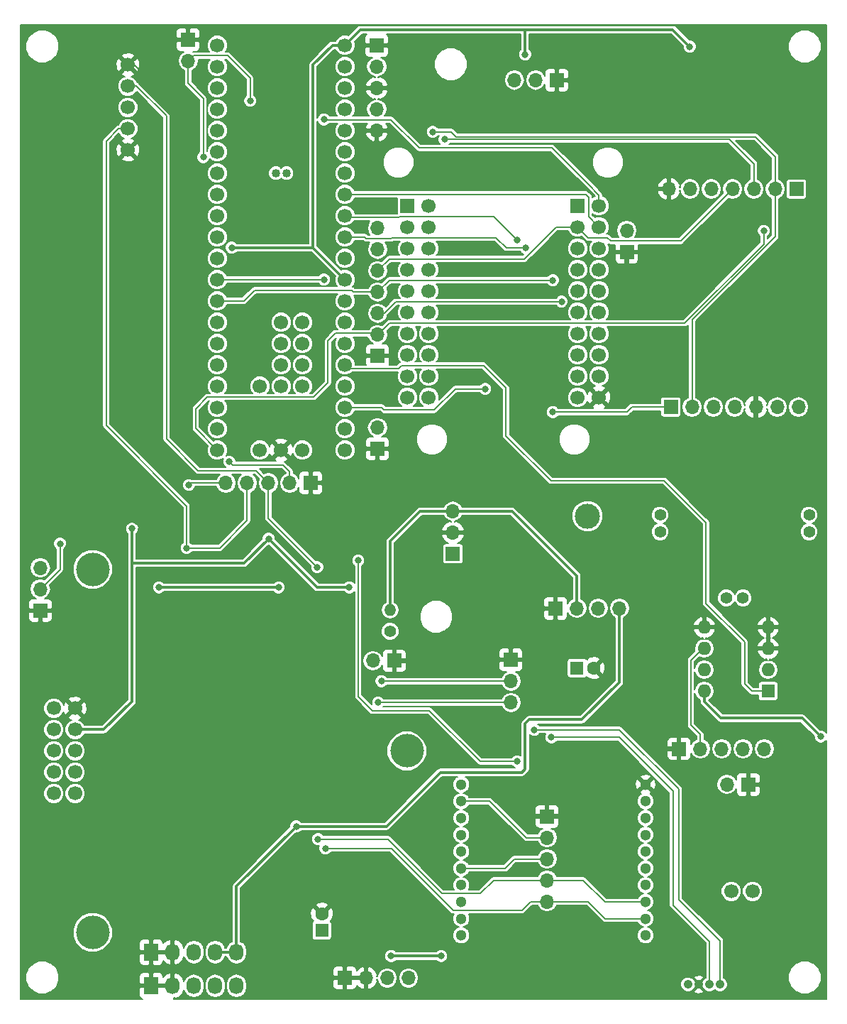
<source format=gbl>
G04 #@! TF.FileFunction,Copper,L2,Bot,Signal*
%FSLAX46Y46*%
G04 Gerber Fmt 4.6, Leading zero omitted, Abs format (unit mm)*
G04 Created by KiCad (PCBNEW 4.0.6) date 10/30/17 03:38:26*
%MOMM*%
%LPD*%
G01*
G04 APERTURE LIST*
%ADD10C,0.100000*%
%ADD11C,0.838200*%
%ADD12R,1.700000X1.700000*%
%ADD13O,1.700000X1.700000*%
%ADD14C,1.400000*%
%ADD15O,1.400000X1.400000*%
%ADD16R,1.600000X1.600000*%
%ADD17O,1.600000X1.600000*%
%ADD18R,1.727200X2.032000*%
%ADD19O,1.727200X2.032000*%
%ADD20C,1.700000*%
%ADD21C,4.000000*%
%ADD22C,1.050000*%
%ADD23C,1.300000*%
%ADD24C,3.000000*%
%ADD25C,1.020000*%
%ADD26C,1.600000*%
%ADD27C,0.154000*%
%ADD28C,0.300000*%
%ADD29C,0.150000*%
G04 APERTURE END LIST*
D10*
D11*
X65610000Y98230000D03*
X55610000Y98230000D03*
X57460000Y105450000D03*
X67460000Y105450000D03*
X56960000Y112950000D03*
X66960000Y112950000D03*
X61960000Y82450000D03*
X61960000Y72450000D03*
X57960000Y87450000D03*
X57960000Y77450000D03*
X51960000Y89950000D03*
X51960000Y79950000D03*
X42460000Y50450000D03*
X52460000Y50450000D03*
X38960000Y60450000D03*
X48960000Y60450000D03*
X35460000Y24950000D03*
X35460000Y14950000D03*
X45460000Y14950000D03*
X45460000Y24950000D03*
X56960000Y17950000D03*
X56960000Y7950000D03*
X66960000Y7950000D03*
X66960000Y17950000D03*
X15460000Y32450000D03*
X15460000Y22450000D03*
X25460000Y22450000D03*
X25460000Y32450000D03*
X4960000Y71950000D03*
X4960000Y61950000D03*
X14960000Y61950000D03*
X14960000Y71950000D03*
X4960000Y96950000D03*
X4960000Y86950000D03*
X14960000Y86950000D03*
X14960000Y96950000D03*
X80460000Y63450000D03*
X80460000Y53450000D03*
X90460000Y53450000D03*
X90460000Y63450000D03*
X82460000Y85950000D03*
X82460000Y75950000D03*
X92460000Y75950000D03*
X92460000Y85950000D03*
X82460000Y110950000D03*
X82460000Y100950000D03*
X92460000Y100950000D03*
X92460000Y110950000D03*
D12*
X79000000Y30250000D03*
D13*
X81540000Y30250000D03*
X84080000Y30250000D03*
X86620000Y30250000D03*
X89160000Y30250000D03*
D12*
X87250000Y26000000D03*
D13*
X84710000Y26000000D03*
D14*
X44500000Y44250000D03*
D15*
X44500000Y46790000D03*
D16*
X89625000Y37125000D03*
D17*
X82005000Y44745000D03*
X89625000Y39665000D03*
X82005000Y42205000D03*
X89625000Y42205000D03*
X82005000Y39665000D03*
X89625000Y44745000D03*
X82005000Y37125000D03*
D18*
X16000000Y6000000D03*
D19*
X18540000Y6000000D03*
X21080000Y6000000D03*
X23620000Y6000000D03*
X26160000Y6000000D03*
D18*
X16000000Y2000000D03*
D19*
X18540000Y2000000D03*
X21080000Y2000000D03*
X23620000Y2000000D03*
X26160000Y2000000D03*
D12*
X72750000Y89500000D03*
D13*
X72750000Y92040000D03*
D12*
X43000000Y66000000D03*
D13*
X43000000Y68540000D03*
D12*
X45000000Y40750000D03*
D13*
X42460000Y40750000D03*
D12*
X58930000Y40860000D03*
D13*
X58930000Y38320000D03*
X58930000Y35780000D03*
D12*
X35050000Y61950000D03*
D13*
X32510000Y61950000D03*
X29970000Y61950000D03*
X27430000Y61950000D03*
X24890000Y61950000D03*
D12*
X2750000Y46750000D03*
D13*
X2750000Y49290000D03*
X2750000Y51830000D03*
D12*
X20400000Y114800000D03*
D13*
X20400000Y112260000D03*
D12*
X46570000Y95000000D03*
D20*
X49110000Y95000000D03*
X46570000Y92460000D03*
X49110000Y92460000D03*
X46570000Y89920000D03*
X49110000Y89920000D03*
X46570000Y87380000D03*
X49110000Y87380000D03*
X46570000Y84840000D03*
X49110000Y84840000D03*
X46570000Y82300000D03*
X49110000Y82300000D03*
X46570000Y79760000D03*
X49110000Y79760000D03*
X46570000Y77220000D03*
X49110000Y77220000D03*
X46570000Y74680000D03*
X49110000Y74680000D03*
X46570000Y72140000D03*
X49110000Y72140000D03*
D12*
X66890000Y95000000D03*
D20*
X69430000Y95000000D03*
X66890000Y92460000D03*
X69430000Y92460000D03*
X66890000Y89920000D03*
X69430000Y89920000D03*
X66890000Y87380000D03*
X69430000Y87380000D03*
X66890000Y84840000D03*
X69430000Y84840000D03*
X66890000Y82300000D03*
X69430000Y82300000D03*
X66890000Y79760000D03*
X69430000Y79760000D03*
X66890000Y77220000D03*
X69430000Y77220000D03*
X66890000Y74680000D03*
X69430000Y74680000D03*
X66890000Y72140000D03*
X69430000Y72140000D03*
D12*
X52000000Y53500000D03*
D13*
X52000000Y56040000D03*
X52000000Y58580000D03*
D20*
X85230000Y13250000D03*
X87770000Y13250000D03*
D14*
X84625000Y48235000D03*
X86625000Y48235000D03*
X76735000Y56125000D03*
X76735000Y58125000D03*
X94515000Y56125000D03*
X94515000Y58125000D03*
D20*
X6900000Y35080000D03*
X4360000Y35080000D03*
X6900000Y32540000D03*
X4360000Y32540000D03*
X6900000Y30000000D03*
X4360000Y30000000D03*
X6900000Y27460000D03*
X4360000Y27460000D03*
X6900000Y24920000D03*
X4360000Y24920000D03*
D21*
X46500000Y30000000D03*
X9000000Y8350000D03*
X9000000Y51650000D03*
D22*
X80070000Y2160000D03*
X81340000Y2160000D03*
X82610000Y2160000D03*
X83880000Y2160000D03*
D12*
X78000000Y71000000D03*
D13*
X80540000Y71000000D03*
X83080000Y71000000D03*
X85620000Y71000000D03*
X88160000Y71000000D03*
X90700000Y71000000D03*
X93240000Y71000000D03*
D12*
X93000000Y97000000D03*
D13*
X90460000Y97000000D03*
X87920000Y97000000D03*
X85380000Y97000000D03*
X82840000Y97000000D03*
X80300000Y97000000D03*
X77760000Y97000000D03*
D23*
X75000000Y8000000D03*
X75000000Y10000000D03*
X75000000Y12000000D03*
X75000000Y14000000D03*
X75000000Y16000000D03*
X75000000Y18000000D03*
X75000000Y20000000D03*
X75000000Y22000000D03*
X75000000Y24000000D03*
X75000000Y26000000D03*
X53000000Y26000000D03*
X53000000Y24000000D03*
X53000000Y22000000D03*
X53000000Y20000000D03*
X53000000Y18000000D03*
X53000000Y16000000D03*
X53000000Y14000000D03*
X53000000Y12000000D03*
X53000000Y10000000D03*
X53000000Y8000000D03*
D20*
X13200000Y111800000D03*
X13200000Y109260000D03*
X13200000Y106720000D03*
X13200000Y104180000D03*
X13200000Y101640000D03*
D12*
X64250000Y47000000D03*
D13*
X66790000Y47000000D03*
X69330000Y47000000D03*
X71870000Y47000000D03*
D24*
X68060000Y58000000D03*
D25*
X32135000Y98890000D03*
X30865000Y98890000D03*
X30865000Y98890000D03*
X32135000Y98890000D03*
X32135000Y98890000D03*
X30865000Y98890000D03*
X30865000Y98890000D03*
X32135000Y98890000D03*
D20*
X23880000Y114130000D03*
X23880000Y111590000D03*
X23880000Y109050000D03*
X23880000Y106510000D03*
X23880000Y103970000D03*
X23880000Y101430000D03*
X23880000Y98890000D03*
X23880000Y96350000D03*
X23880000Y93810000D03*
X23880000Y91270000D03*
X23880000Y88730000D03*
X23880000Y86190000D03*
X23880000Y83650000D03*
X23880000Y81110000D03*
X23880000Y78570000D03*
X23880000Y76030000D03*
X23880000Y73490000D03*
X23880000Y70950000D03*
X23880000Y68410000D03*
X23880000Y65870000D03*
X28960000Y65870000D03*
X31500000Y65870000D03*
X34040000Y65870000D03*
X31500000Y81110000D03*
X34040000Y81110000D03*
X31500000Y78570000D03*
X34040000Y78570000D03*
X31500000Y76030000D03*
X34040000Y76030000D03*
X28960000Y73490000D03*
X31500000Y73490000D03*
X34040000Y73490000D03*
X39120000Y65870000D03*
X39120000Y68410000D03*
X39120000Y70950000D03*
X39120000Y73490000D03*
X39120000Y76030000D03*
X39120000Y78570000D03*
X39120000Y81110000D03*
X39120000Y83650000D03*
X39120000Y86190000D03*
X39120000Y88730000D03*
X39120000Y91270000D03*
X39120000Y93810000D03*
X39120000Y96350000D03*
X39120000Y98890000D03*
X39120000Y101430000D03*
X39120000Y103970000D03*
X39120000Y106510000D03*
X39120000Y109050000D03*
X39120000Y111590000D03*
X39120000Y114130000D03*
D12*
X39090000Y2920000D03*
D13*
X41630000Y2920000D03*
X44170000Y2920000D03*
X46710000Y2920000D03*
D12*
X63240000Y22200000D03*
D13*
X63240000Y19660000D03*
X63240000Y17120000D03*
X63240000Y14580000D03*
X63240000Y12040000D03*
D12*
X42910000Y114120000D03*
D13*
X42910000Y111580000D03*
X42910000Y109040000D03*
X42910000Y106500000D03*
X42910000Y103960000D03*
D16*
X66790000Y39870000D03*
D26*
X68790000Y39870000D03*
D16*
X36350000Y8600000D03*
D26*
X36350000Y10600000D03*
D12*
X43010000Y77110000D03*
D13*
X43010000Y79650000D03*
X43010000Y82190000D03*
X43010000Y84730000D03*
X43010000Y87270000D03*
X43010000Y89810000D03*
X43010000Y92350000D03*
D12*
X64410000Y109980000D03*
D13*
X61870000Y109980000D03*
X59330000Y109980000D03*
D11*
X21170000Y104540000D03*
X33300000Y21000000D03*
X16900000Y49500000D03*
X31200000Y49500000D03*
X49600000Y103800000D03*
X51000000Y102900000D03*
X39620000Y49500000D03*
X60630000Y113040000D03*
X80260000Y113980000D03*
X25600000Y90000000D03*
X30000000Y55300000D03*
X13700000Y56500000D03*
X95900000Y31700000D03*
X36600000Y86200000D03*
X36600000Y105280000D03*
X59680000Y28730000D03*
X40700000Y52700000D03*
X5100000Y54700000D03*
X35800000Y51900000D03*
X20200000Y54200000D03*
X63760000Y31610000D03*
X43470000Y38320000D03*
X61730000Y32510000D03*
X43060000Y35780000D03*
X63930000Y70400000D03*
X63930000Y86120000D03*
X89100000Y92000000D03*
X36780000Y18380000D03*
X35890000Y19480000D03*
X60642000Y89986000D03*
X59640000Y90930000D03*
X20500000Y61700000D03*
X25300000Y64500000D03*
X64960000Y83560000D03*
X27800000Y107500000D03*
X22200000Y100800000D03*
X55840000Y73160000D03*
X44620000Y5540000D03*
X50610000Y5540000D03*
D27*
X21170000Y104540000D02*
X13910000Y111800000D01*
X13910000Y111800000D02*
X13200000Y111800000D01*
D28*
X71870000Y47000000D02*
X71870000Y38200000D01*
X44070000Y21000000D02*
X33300000Y21000000D01*
X50510000Y27440000D02*
X44070000Y21000000D01*
X60220000Y27440000D02*
X50510000Y27440000D01*
X60630000Y27850000D02*
X60220000Y27440000D01*
X60630000Y33220000D02*
X60630000Y27850000D01*
X61140000Y33730000D02*
X60630000Y33220000D01*
X67400000Y33730000D02*
X61140000Y33730000D01*
X71870000Y38200000D02*
X67400000Y33730000D01*
X26160000Y6000000D02*
X26160000Y13860000D01*
X26160000Y13860000D02*
X33300000Y21000000D01*
X23620000Y6000000D02*
X26160000Y6000000D01*
X31200000Y49500000D02*
X16900000Y49500000D01*
D27*
X90460000Y97000000D02*
X90460000Y100840000D01*
X51800000Y103800000D02*
X49600000Y103800000D01*
X52391998Y103208002D02*
X51800000Y103800000D01*
X88091998Y103208002D02*
X52391998Y103208002D01*
X90460000Y100840000D02*
X88091998Y103208002D01*
X80540000Y71000000D02*
X80540000Y81440000D01*
X90460000Y91360000D02*
X90460000Y97000000D01*
X80540000Y81440000D02*
X90460000Y91360000D01*
X87920000Y99980000D02*
X87920000Y97000000D01*
X85000000Y102900000D02*
X87920000Y99980000D01*
X51000000Y102900000D02*
X85000000Y102900000D01*
D28*
X35800000Y49500000D02*
X30000000Y55300000D01*
X39620000Y49500000D02*
X35800000Y49500000D01*
X60600000Y113070000D02*
X60600000Y116000000D01*
X60630000Y113040000D02*
X60600000Y113070000D01*
X39120000Y114130000D02*
X40990000Y116000000D01*
X40990000Y116000000D02*
X60600000Y116000000D01*
X60600000Y116000000D02*
X78240000Y116000000D01*
X78240000Y116000000D02*
X80260000Y113980000D01*
X66790000Y47000000D02*
X66790000Y50840000D01*
X59050000Y58580000D02*
X52000000Y58580000D01*
X66790000Y50840000D02*
X59050000Y58580000D01*
X25605000Y90005000D02*
X35305000Y90005000D01*
X25600000Y90000000D02*
X25605000Y90005000D01*
X39120000Y114130000D02*
X37630000Y114130000D01*
X37630000Y114130000D02*
X35300000Y111800000D01*
X35300000Y111800000D02*
X35300000Y90010000D01*
X35300000Y90010000D02*
X35305000Y90005000D01*
X35305000Y90005000D02*
X39120000Y86190000D01*
X44500000Y46790000D02*
X44500000Y55000000D01*
X44500000Y55000000D02*
X48080000Y58580000D01*
X48080000Y58580000D02*
X52000000Y58580000D01*
X82005000Y37125000D02*
X82005000Y35895000D01*
X93700000Y33900000D02*
X95900000Y31700000D01*
X93700000Y33900000D02*
X84000000Y33900000D01*
X82005000Y35895000D02*
X84000000Y33900000D01*
X27100000Y52400000D02*
X13700000Y52400000D01*
X30000000Y55300000D02*
X27100000Y52400000D01*
X13700000Y52400000D02*
X13700000Y52500000D01*
X6900000Y32540000D02*
X10340000Y32540000D01*
X10340000Y32540000D02*
X13700000Y35900000D01*
X13700000Y35900000D02*
X13700000Y52500000D01*
X13700000Y52500000D02*
X13700000Y56500000D01*
D27*
X68090000Y97630000D02*
X63830000Y101890000D01*
X36590000Y86190000D02*
X36600000Y86200000D01*
X23880000Y86190000D02*
X36590000Y86190000D01*
X69430000Y96290000D02*
X68090000Y97630000D01*
X69430000Y96290000D02*
X69430000Y95000000D01*
X36620000Y105260000D02*
X36600000Y105280000D01*
X44580000Y105260000D02*
X36620000Y105260000D01*
X47950000Y101890000D02*
X44580000Y105260000D01*
X63830000Y101890000D02*
X47950000Y101890000D01*
X43010000Y87270000D02*
X44400000Y88660000D01*
X64340000Y92460000D02*
X66890000Y92460000D01*
X60540000Y88660000D02*
X64340000Y92460000D01*
X44400000Y88660000D02*
X60540000Y88660000D01*
X85380000Y97000000D02*
X79180000Y90800000D01*
X68150000Y91200000D02*
X66890000Y92460000D01*
X70400000Y91200000D02*
X68150000Y91200000D01*
X70800000Y90800000D02*
X70400000Y91200000D01*
X79180000Y90800000D02*
X70800000Y90800000D01*
X55270000Y28730000D02*
X49200000Y34800000D01*
X59680000Y28730000D02*
X55270000Y28730000D01*
X40700000Y52700000D02*
X40700000Y36500000D01*
X40700000Y36500000D02*
X42400000Y34800000D01*
X42400000Y34800000D02*
X49200000Y34800000D01*
X82005000Y42205000D02*
X81805000Y42205000D01*
X81805000Y42205000D02*
X80400000Y40800000D01*
X81540000Y31960000D02*
X81540000Y30250000D01*
X80400000Y33100000D02*
X81540000Y31960000D01*
X80400000Y40800000D02*
X80400000Y33100000D01*
X5100000Y51640000D02*
X2750000Y49290000D01*
X5100000Y54700000D02*
X5100000Y51640000D01*
X29970000Y57730000D02*
X29970000Y61950000D01*
X35800000Y51900000D02*
X29970000Y57730000D01*
X13200000Y109260000D02*
X14240000Y109260000D01*
X28520000Y63400000D02*
X29970000Y61950000D01*
X21600000Y63400000D02*
X28520000Y63400000D01*
X17800000Y67200000D02*
X21600000Y63400000D01*
X17800000Y105700000D02*
X17800000Y67200000D01*
X14240000Y109260000D02*
X17800000Y105700000D01*
X20200000Y54200000D02*
X24200000Y54200000D01*
X27430000Y57430000D02*
X27430000Y61950000D01*
X24200000Y54200000D02*
X27430000Y57430000D01*
X10600000Y68800000D02*
X20200000Y59200000D01*
X10600000Y68800000D02*
X10600000Y102700000D01*
X10600000Y102700000D02*
X12080000Y104180000D01*
X12080000Y104180000D02*
X13200000Y104180000D01*
X20200000Y59200000D02*
X20200000Y54200000D01*
X82610000Y2160000D02*
X82610000Y7270000D01*
X82610000Y7270000D02*
X78270000Y11610000D01*
X78270000Y11610000D02*
X78270000Y25180000D01*
X78270000Y25180000D02*
X71840000Y31610000D01*
X71840000Y31610000D02*
X63760000Y31610000D01*
X58930000Y38320000D02*
X43470000Y38320000D01*
X83880000Y2160000D02*
X83880000Y7350000D01*
X71880000Y32510000D02*
X61730000Y32510000D01*
X78960000Y25430000D02*
X71880000Y32510000D01*
X78960000Y12270000D02*
X78960000Y25430000D01*
X83880000Y7350000D02*
X78960000Y12270000D01*
X58930000Y35780000D02*
X43060000Y35780000D01*
X43010000Y84730000D02*
X44400000Y86120000D01*
X73360000Y71000000D02*
X78000000Y71000000D01*
X72760000Y70400000D02*
X73360000Y71000000D01*
X63930000Y70400000D02*
X72760000Y70400000D01*
X44400000Y86120000D02*
X63930000Y86120000D01*
X43010000Y84730000D02*
X40120000Y84730000D01*
X27030000Y83650000D02*
X23880000Y83650000D01*
X28310000Y84930000D02*
X27030000Y83650000D01*
X39920000Y84930000D02*
X28310000Y84930000D01*
X40120000Y84730000D02*
X39920000Y84930000D01*
X38000000Y79800000D02*
X42740000Y79800000D01*
X37100000Y78900000D02*
X38000000Y79800000D01*
X37100000Y73900000D02*
X37100000Y78900000D01*
X35400000Y72200000D02*
X37100000Y73900000D01*
X42740000Y79800000D02*
X43000000Y79540000D01*
X43000000Y79540000D02*
X44460000Y81000000D01*
X44460000Y81000000D02*
X79664420Y81000000D01*
X23880000Y65870000D02*
X21300000Y68450000D01*
X22700000Y72200000D02*
X35400000Y72200000D01*
X21300000Y70800000D02*
X22700000Y72200000D01*
X21300000Y68450000D02*
X21300000Y70800000D01*
X89100000Y90435580D02*
X89100000Y92000000D01*
X79664420Y81000000D02*
X89100000Y90435580D01*
X61260000Y12040000D02*
X63240000Y12040000D01*
X60230000Y11010000D02*
X61260000Y12040000D01*
X52010000Y11010000D02*
X60230000Y11010000D01*
X44640000Y18380000D02*
X52010000Y11010000D01*
X36780000Y18380000D02*
X44640000Y18380000D01*
X75000000Y10000000D02*
X70180000Y10000000D01*
X68140000Y12040000D02*
X63240000Y12040000D01*
X70180000Y10000000D02*
X68140000Y12040000D01*
X63240000Y14580000D02*
X56840000Y14580000D01*
X44250000Y19480000D02*
X35890000Y19480000D01*
X50710000Y13020000D02*
X44250000Y19480000D01*
X55280000Y13020000D02*
X50710000Y13020000D01*
X56840000Y14580000D02*
X55280000Y13020000D01*
X75000000Y12000000D02*
X70150000Y12000000D01*
X67570000Y14580000D02*
X63240000Y14580000D01*
X70150000Y12000000D02*
X67570000Y14580000D01*
X41480000Y91270000D02*
X39120000Y91270000D01*
X41660000Y91090000D02*
X41480000Y91270000D01*
X44580000Y91090000D02*
X41660000Y91090000D01*
X44700000Y91210000D02*
X44580000Y91090000D01*
X57132000Y91210000D02*
X44700000Y91210000D01*
X58356000Y89986000D02*
X57132000Y91210000D01*
X60642000Y89986000D02*
X58356000Y89986000D01*
X53000000Y24000000D02*
X56400000Y24000000D01*
X60740000Y19660000D02*
X63240000Y19660000D01*
X56400000Y24000000D02*
X60740000Y19660000D01*
X39120000Y93810000D02*
X39300000Y93630000D01*
X39300000Y93630000D02*
X45490000Y93630000D01*
X45490000Y93630000D02*
X45590000Y93730000D01*
X45590000Y93730000D02*
X56840000Y93730000D01*
X56840000Y93730000D02*
X59640000Y90930000D01*
X53000000Y16000000D02*
X58220000Y16000000D01*
X59340000Y17120000D02*
X63240000Y17120000D01*
X58220000Y16000000D02*
X59340000Y17120000D01*
X24890000Y61950000D02*
X20750000Y61950000D01*
X20750000Y61950000D02*
X20500000Y61700000D01*
X32510000Y63290000D02*
X32510000Y61950000D01*
X31700000Y64100000D02*
X32510000Y63290000D01*
X25700000Y64100000D02*
X31700000Y64100000D01*
X25300000Y64500000D02*
X25700000Y64100000D01*
X39120000Y76030000D02*
X39550000Y75600000D01*
X39550000Y75600000D02*
X45500000Y75600000D01*
X45500000Y75600000D02*
X45850000Y75950000D01*
X45850000Y75950000D02*
X55650000Y75950000D01*
X55650000Y75950000D02*
X58330000Y73270000D01*
X58330000Y73270000D02*
X58330000Y67570000D01*
X87675000Y37125000D02*
X89625000Y37125000D01*
X86800000Y38000000D02*
X87675000Y37125000D01*
X86800000Y43000000D02*
X86800000Y38000000D01*
X82200000Y47600000D02*
X86800000Y43000000D01*
X82200000Y57200000D02*
X82200000Y47600000D01*
X77200000Y62200000D02*
X82200000Y57200000D01*
X63700000Y62200000D02*
X77200000Y62200000D01*
X58330000Y67570000D02*
X63700000Y62200000D01*
X43010000Y82190000D02*
X43820000Y82190000D01*
X43820000Y82190000D02*
X45190000Y83560000D01*
X45190000Y83560000D02*
X64960000Y83560000D01*
X39120000Y96350000D02*
X67850000Y96350000D01*
X68200000Y93690000D02*
X69430000Y92460000D01*
X68200000Y96000000D02*
X68200000Y93690000D01*
X67850000Y96350000D02*
X68200000Y96000000D01*
X27800000Y107500000D02*
X27800000Y110200000D01*
X27800000Y110200000D02*
X25100000Y112900000D01*
X25100000Y112900000D02*
X21040000Y112900000D01*
X21040000Y112900000D02*
X20400000Y112260000D01*
X20400000Y112260000D02*
X20400000Y109600000D01*
X20400000Y109600000D02*
X22200000Y107800000D01*
X22200000Y107800000D02*
X22200000Y100800000D01*
X39120000Y70950000D02*
X43490000Y70950000D01*
X55840000Y73160000D02*
X52270000Y73160000D01*
X52270000Y73160000D02*
X49770000Y70660000D01*
X43780000Y70660000D02*
X49770000Y70660000D01*
X43490000Y70950000D02*
X43780000Y70660000D01*
D28*
X44620000Y5540000D02*
X50610000Y5540000D01*
D29*
G36*
X96575000Y32145838D02*
X96573597Y32149234D01*
X96350409Y32372812D01*
X96058649Y32493962D01*
X95848317Y32494145D01*
X94071231Y34271231D01*
X93900909Y34385037D01*
X93700000Y34425000D01*
X84217462Y34425000D01*
X82552813Y36089649D01*
X82858870Y36294150D01*
X83113578Y36675347D01*
X83203020Y37125000D01*
X83113578Y37574653D01*
X82858870Y37955850D01*
X82477673Y38210558D01*
X82028020Y38300000D01*
X81981980Y38300000D01*
X81532327Y38210558D01*
X81151130Y37955850D01*
X80896422Y37574653D01*
X80852000Y37351330D01*
X80852000Y39438670D01*
X80896422Y39215347D01*
X81151130Y38834150D01*
X81532327Y38579442D01*
X81981980Y38490000D01*
X82028020Y38490000D01*
X82477673Y38579442D01*
X82858870Y38834150D01*
X83113578Y39215347D01*
X83203020Y39665000D01*
X83113578Y40114653D01*
X82858870Y40495850D01*
X82477673Y40750558D01*
X82028020Y40840000D01*
X81981980Y40840000D01*
X81532327Y40750558D01*
X81151130Y40495850D01*
X80896422Y40114653D01*
X80852000Y39891330D01*
X80852000Y40612776D01*
X81428225Y41189001D01*
X81532327Y41119442D01*
X81981980Y41030000D01*
X82028020Y41030000D01*
X82477673Y41119442D01*
X82858870Y41374150D01*
X83113578Y41755347D01*
X83203020Y42205000D01*
X83113578Y42654653D01*
X82858870Y43035850D01*
X82477673Y43290558D01*
X82118512Y43362000D01*
X82184002Y43362000D01*
X82184002Y43519367D01*
X82396328Y43418504D01*
X82874168Y43669232D01*
X83219685Y44083736D01*
X83331481Y44353675D01*
X83229233Y44566000D01*
X82184000Y44566000D01*
X82184000Y44546000D01*
X81826000Y44546000D01*
X81826000Y44566000D01*
X80780767Y44566000D01*
X80678519Y44353675D01*
X80790315Y44083736D01*
X81135832Y43669232D01*
X81613672Y43418504D01*
X81825998Y43519367D01*
X81825998Y43362000D01*
X81891488Y43362000D01*
X81532327Y43290558D01*
X81151130Y43035850D01*
X80896422Y42654653D01*
X80806980Y42205000D01*
X80866508Y41905732D01*
X80080388Y41119612D01*
X79982406Y40972973D01*
X79948000Y40800000D01*
X79948000Y33100000D01*
X79982406Y32927027D01*
X80080388Y32780388D01*
X81088000Y31772775D01*
X81088000Y31409090D01*
X81071213Y31405751D01*
X80673794Y31140205D01*
X80433000Y30779830D01*
X80433000Y31215966D01*
X80344244Y31430243D01*
X80180243Y31594244D01*
X79965966Y31683000D01*
X79324750Y31683000D01*
X79179000Y31537250D01*
X79179000Y30429000D01*
X79199000Y30429000D01*
X79199000Y30071000D01*
X79179000Y30071000D01*
X79179000Y28962750D01*
X79324750Y28817000D01*
X79965966Y28817000D01*
X80180243Y28905756D01*
X80344244Y29069757D01*
X80433000Y29284034D01*
X80433000Y29720170D01*
X80673794Y29359795D01*
X81071213Y29094249D01*
X81540000Y29001001D01*
X82008787Y29094249D01*
X82406206Y29359795D01*
X82671752Y29757214D01*
X82765000Y30226001D01*
X82765000Y30273999D01*
X82855000Y30273999D01*
X82855000Y30226001D01*
X82948248Y29757214D01*
X83213794Y29359795D01*
X83611213Y29094249D01*
X84080000Y29001001D01*
X84548787Y29094249D01*
X84946206Y29359795D01*
X85211752Y29757214D01*
X85305000Y30226001D01*
X85305000Y30273999D01*
X85395000Y30273999D01*
X85395000Y30226001D01*
X85488248Y29757214D01*
X85753794Y29359795D01*
X86151213Y29094249D01*
X86620000Y29001001D01*
X87088787Y29094249D01*
X87486206Y29359795D01*
X87751752Y29757214D01*
X87845000Y30226001D01*
X87845000Y30273999D01*
X87935000Y30273999D01*
X87935000Y30226001D01*
X88028248Y29757214D01*
X88293794Y29359795D01*
X88691213Y29094249D01*
X89160000Y29001001D01*
X89628787Y29094249D01*
X90026206Y29359795D01*
X90291752Y29757214D01*
X90385000Y30226001D01*
X90385000Y30273999D01*
X90291752Y30742786D01*
X90026206Y31140205D01*
X89628787Y31405751D01*
X89160000Y31498999D01*
X88691213Y31405751D01*
X88293794Y31140205D01*
X88028248Y30742786D01*
X87935000Y30273999D01*
X87845000Y30273999D01*
X87751752Y30742786D01*
X87486206Y31140205D01*
X87088787Y31405751D01*
X86620000Y31498999D01*
X86151213Y31405751D01*
X85753794Y31140205D01*
X85488248Y30742786D01*
X85395000Y30273999D01*
X85305000Y30273999D01*
X85211752Y30742786D01*
X84946206Y31140205D01*
X84548787Y31405751D01*
X84080000Y31498999D01*
X83611213Y31405751D01*
X83213794Y31140205D01*
X82948248Y30742786D01*
X82855000Y30273999D01*
X82765000Y30273999D01*
X82671752Y30742786D01*
X82406206Y31140205D01*
X82008787Y31405751D01*
X81992000Y31409090D01*
X81992000Y31960000D01*
X81957594Y32132973D01*
X81919230Y32190388D01*
X81859612Y32279613D01*
X80852000Y33287224D01*
X80852000Y36898670D01*
X80896422Y36675347D01*
X81151130Y36294150D01*
X81480000Y36074406D01*
X81480000Y35895000D01*
X81519963Y35694091D01*
X81633769Y35523769D01*
X83628769Y33528769D01*
X83799091Y33414963D01*
X84000000Y33375000D01*
X93482538Y33375000D01*
X95105945Y31751593D01*
X95105763Y31542737D01*
X95226403Y31250766D01*
X95449591Y31027188D01*
X95741351Y30906038D01*
X96057263Y30905763D01*
X96349234Y31026403D01*
X96572812Y31249591D01*
X96575000Y31254860D01*
X96575000Y425000D01*
X18719002Y425000D01*
X18719002Y559123D01*
X18941355Y457792D01*
X19367803Y662972D01*
X19758128Y1069933D01*
X19912121Y1464810D01*
X19935683Y1346357D01*
X20204178Y944527D01*
X20606008Y676032D01*
X21080000Y581749D01*
X21553992Y676032D01*
X21955822Y944527D01*
X22224317Y1346357D01*
X22318600Y1820349D01*
X22318600Y2179651D01*
X22381400Y2179651D01*
X22381400Y1820349D01*
X22475683Y1346357D01*
X22744178Y944527D01*
X23146008Y676032D01*
X23620000Y581749D01*
X24093992Y676032D01*
X24495822Y944527D01*
X24764317Y1346357D01*
X24858600Y1820349D01*
X24858600Y2179651D01*
X24921400Y2179651D01*
X24921400Y1820349D01*
X25015683Y1346357D01*
X25284178Y944527D01*
X25686008Y676032D01*
X26160000Y581749D01*
X26633992Y676032D01*
X27035822Y944527D01*
X27304317Y1346357D01*
X27398600Y1820349D01*
X27398600Y2179651D01*
X27315933Y2595250D01*
X37657000Y2595250D01*
X37657000Y1954034D01*
X37745756Y1739757D01*
X37909757Y1575756D01*
X38124034Y1487000D01*
X38765250Y1487000D01*
X38911000Y1632750D01*
X38911000Y2741000D01*
X39269000Y2741000D01*
X39269000Y1632750D01*
X39414750Y1487000D01*
X40055966Y1487000D01*
X40270243Y1575756D01*
X40434244Y1739757D01*
X40523000Y1954034D01*
X40523000Y2014609D01*
X40939106Y1664534D01*
X41230789Y1543730D01*
X41451000Y1645256D01*
X41451000Y2741000D01*
X39269000Y2741000D01*
X38911000Y2741000D01*
X37802750Y2741000D01*
X37657000Y2595250D01*
X27315933Y2595250D01*
X27304317Y2653643D01*
X27035822Y3055473D01*
X26633992Y3323968D01*
X26160000Y3418251D01*
X25686008Y3323968D01*
X25284178Y3055473D01*
X25015683Y2653643D01*
X24921400Y2179651D01*
X24858600Y2179651D01*
X24764317Y2653643D01*
X24495822Y3055473D01*
X24093992Y3323968D01*
X23620000Y3418251D01*
X23146008Y3323968D01*
X22744178Y3055473D01*
X22475683Y2653643D01*
X22381400Y2179651D01*
X22318600Y2179651D01*
X22224317Y2653643D01*
X21955822Y3055473D01*
X21553992Y3323968D01*
X21080000Y3418251D01*
X20606008Y3323968D01*
X20204178Y3055473D01*
X19935683Y2653643D01*
X19912121Y2535190D01*
X19758128Y2930067D01*
X19367803Y3337028D01*
X18941355Y3542208D01*
X18719000Y3440876D01*
X18719000Y2179000D01*
X18739000Y2179000D01*
X18739000Y1821000D01*
X18719000Y1821000D01*
X18719000Y1801000D01*
X18361000Y1801000D01*
X18361000Y1821000D01*
X16179000Y1821000D01*
X16179000Y1801000D01*
X15821000Y1801000D01*
X15821000Y1821000D01*
X14699150Y1821000D01*
X14553400Y1675250D01*
X14553400Y868034D01*
X14642156Y653757D01*
X14806157Y489756D01*
X14962493Y425000D01*
X425000Y425000D01*
X425000Y2608872D01*
X1024657Y2608872D01*
X1324700Y1882714D01*
X1879791Y1326652D01*
X2605425Y1025343D01*
X3391128Y1024657D01*
X4117286Y1324700D01*
X4673348Y1879791D01*
X4974657Y2605425D01*
X4975116Y3131966D01*
X14553400Y3131966D01*
X14553400Y2324750D01*
X14699150Y2179000D01*
X15821000Y2179000D01*
X15821000Y3453250D01*
X16179000Y3453250D01*
X16179000Y2179000D01*
X18361000Y2179000D01*
X18361000Y3440876D01*
X18138645Y3542208D01*
X17712197Y3337028D01*
X17446600Y3060111D01*
X17446600Y3131966D01*
X17357844Y3346243D01*
X17193843Y3510244D01*
X16979566Y3599000D01*
X16324750Y3599000D01*
X16179000Y3453250D01*
X15821000Y3453250D01*
X15675250Y3599000D01*
X15020434Y3599000D01*
X14806157Y3510244D01*
X14642156Y3346243D01*
X14553400Y3131966D01*
X4975116Y3131966D01*
X4975343Y3391128D01*
X4770880Y3885966D01*
X37657000Y3885966D01*
X37657000Y3244750D01*
X37802750Y3099000D01*
X38911000Y3099000D01*
X38911000Y4207250D01*
X39269000Y4207250D01*
X39269000Y3099000D01*
X41451000Y3099000D01*
X41451000Y4194744D01*
X41809000Y4194744D01*
X41809000Y3099000D01*
X41829000Y3099000D01*
X41829000Y2741000D01*
X41809000Y2741000D01*
X41809000Y1645256D01*
X42029211Y1543730D01*
X42320894Y1664534D01*
X42748749Y2024494D01*
X43006285Y2520787D01*
X42906042Y2740998D01*
X42975832Y2740998D01*
X43038248Y2427214D01*
X43303794Y2029795D01*
X43701213Y1764249D01*
X44170000Y1671001D01*
X44638787Y1764249D01*
X45036206Y2029795D01*
X45301752Y2427214D01*
X45395000Y2896001D01*
X45395000Y2943999D01*
X45485000Y2943999D01*
X45485000Y2896001D01*
X45578248Y2427214D01*
X45843794Y2029795D01*
X46241213Y1764249D01*
X46710000Y1671001D01*
X47178787Y1764249D01*
X47504322Y1981764D01*
X79169844Y1981764D01*
X79306572Y1650857D01*
X79559525Y1397462D01*
X79890194Y1260157D01*
X80248236Y1259844D01*
X80464675Y1349275D01*
X80782419Y1349275D01*
X80829178Y1152380D01*
X81253661Y1033597D01*
X81691289Y1086299D01*
X81850822Y1152380D01*
X81897581Y1349275D01*
X81340000Y1906856D01*
X80782419Y1349275D01*
X80464675Y1349275D01*
X80579143Y1396572D01*
X80832538Y1649525D01*
X80969843Y1980194D01*
X80969898Y2043042D01*
X81086856Y2160000D01*
X80970102Y2276754D01*
X80970156Y2338236D01*
X80833428Y2669143D01*
X80580475Y2922538D01*
X80464428Y2970725D01*
X80782419Y2970725D01*
X81340000Y2413144D01*
X81897581Y2970725D01*
X81850822Y3167620D01*
X81426339Y3286403D01*
X80988711Y3233701D01*
X80829178Y3167620D01*
X80782419Y2970725D01*
X80464428Y2970725D01*
X80249806Y3059843D01*
X79891764Y3060156D01*
X79560857Y2923428D01*
X79307462Y2670475D01*
X79170157Y2339806D01*
X79169844Y1981764D01*
X47504322Y1981764D01*
X47576206Y2029795D01*
X47841752Y2427214D01*
X47935000Y2896001D01*
X47935000Y2943999D01*
X47841752Y3412786D01*
X47576206Y3810205D01*
X47178787Y4075751D01*
X46710000Y4168999D01*
X46241213Y4075751D01*
X45843794Y3810205D01*
X45578248Y3412786D01*
X45485000Y2943999D01*
X45395000Y2943999D01*
X45301752Y3412786D01*
X45036206Y3810205D01*
X44638787Y4075751D01*
X44170000Y4168999D01*
X43701213Y4075751D01*
X43303794Y3810205D01*
X43038248Y3412786D01*
X42975832Y3099002D01*
X42906042Y3099002D01*
X43006285Y3319213D01*
X42748749Y3815506D01*
X42320894Y4175466D01*
X42029211Y4296270D01*
X41809000Y4194744D01*
X41451000Y4194744D01*
X41230789Y4296270D01*
X40939106Y4175466D01*
X40523000Y3825391D01*
X40523000Y3885966D01*
X40434244Y4100243D01*
X40270243Y4264244D01*
X40055966Y4353000D01*
X39414750Y4353000D01*
X39269000Y4207250D01*
X38911000Y4207250D01*
X38765250Y4353000D01*
X38124034Y4353000D01*
X37909757Y4264244D01*
X37745756Y4100243D01*
X37657000Y3885966D01*
X4770880Y3885966D01*
X4675300Y4117286D01*
X4120209Y4673348D01*
X3394575Y4974657D01*
X2608872Y4975343D01*
X1882714Y4675300D01*
X1326652Y4120209D01*
X1025343Y3394575D01*
X1024657Y2608872D01*
X425000Y2608872D01*
X425000Y5675250D01*
X14553400Y5675250D01*
X14553400Y4868034D01*
X14642156Y4653757D01*
X14806157Y4489756D01*
X15020434Y4401000D01*
X15675250Y4401000D01*
X15821000Y4546750D01*
X15821000Y5821000D01*
X16179000Y5821000D01*
X16179000Y4546750D01*
X16324750Y4401000D01*
X16979566Y4401000D01*
X17193843Y4489756D01*
X17357844Y4653757D01*
X17446600Y4868034D01*
X17446600Y4939889D01*
X17712197Y4662972D01*
X18138645Y4457792D01*
X18361000Y4559124D01*
X18361000Y5821000D01*
X16179000Y5821000D01*
X15821000Y5821000D01*
X14699150Y5821000D01*
X14553400Y5675250D01*
X425000Y5675250D01*
X425000Y7879656D01*
X6624589Y7879656D01*
X6985399Y7006428D01*
X7652914Y6337747D01*
X8525511Y5975413D01*
X9470344Y5974589D01*
X10343572Y6335399D01*
X11012253Y7002914D01*
X11065840Y7131966D01*
X14553400Y7131966D01*
X14553400Y6324750D01*
X14699150Y6179000D01*
X15821000Y6179000D01*
X15821000Y7453250D01*
X16179000Y7453250D01*
X16179000Y6179000D01*
X18361000Y6179000D01*
X18361000Y7440876D01*
X18719000Y7440876D01*
X18719000Y6179000D01*
X18739000Y6179000D01*
X18739000Y5821000D01*
X18719000Y5821000D01*
X18719000Y4559124D01*
X18941355Y4457792D01*
X19367803Y4662972D01*
X19758128Y5069933D01*
X19912121Y5464810D01*
X19935683Y5346357D01*
X20204178Y4944527D01*
X20606008Y4676032D01*
X21080000Y4581749D01*
X21553992Y4676032D01*
X21955822Y4944527D01*
X22224317Y5346357D01*
X22318600Y5820349D01*
X22318600Y6179651D01*
X22224317Y6653643D01*
X21955822Y7055473D01*
X21553992Y7323968D01*
X21080000Y7418251D01*
X20606008Y7323968D01*
X20204178Y7055473D01*
X19935683Y6653643D01*
X19912121Y6535190D01*
X19758128Y6930067D01*
X19367803Y7337028D01*
X18941355Y7542208D01*
X18719000Y7440876D01*
X18361000Y7440876D01*
X18138645Y7542208D01*
X17712197Y7337028D01*
X17446600Y7060111D01*
X17446600Y7131966D01*
X17357844Y7346243D01*
X17193843Y7510244D01*
X16979566Y7599000D01*
X16324750Y7599000D01*
X16179000Y7453250D01*
X15821000Y7453250D01*
X15675250Y7599000D01*
X15020434Y7599000D01*
X14806157Y7510244D01*
X14642156Y7346243D01*
X14553400Y7131966D01*
X11065840Y7131966D01*
X11374587Y7875511D01*
X11375411Y8820344D01*
X11014601Y9693572D01*
X10347086Y10362253D01*
X9474489Y10724587D01*
X8529656Y10725411D01*
X7656428Y10364601D01*
X6987747Y9697086D01*
X6625413Y8824489D01*
X6624589Y7879656D01*
X425000Y7879656D01*
X425000Y24677401D01*
X3134788Y24677401D01*
X3320890Y24227000D01*
X3665187Y23882101D01*
X4115263Y23695213D01*
X4602599Y23694788D01*
X5053000Y23880890D01*
X5397899Y24225187D01*
X5584787Y24675263D01*
X5584788Y24677401D01*
X5674788Y24677401D01*
X5860890Y24227000D01*
X6205187Y23882101D01*
X6655263Y23695213D01*
X7142599Y23694788D01*
X7593000Y23880890D01*
X7937899Y24225187D01*
X8124787Y24675263D01*
X8125212Y25162599D01*
X7939110Y25613000D01*
X7594813Y25957899D01*
X7144737Y26144787D01*
X6657401Y26145212D01*
X6207000Y25959110D01*
X5862101Y25614813D01*
X5675213Y25164737D01*
X5674788Y24677401D01*
X5584788Y24677401D01*
X5585212Y25162599D01*
X5399110Y25613000D01*
X5054813Y25957899D01*
X4604737Y26144787D01*
X4117401Y26145212D01*
X3667000Y25959110D01*
X3322101Y25614813D01*
X3135213Y25164737D01*
X3134788Y24677401D01*
X425000Y24677401D01*
X425000Y27217401D01*
X3134788Y27217401D01*
X3320890Y26767000D01*
X3665187Y26422101D01*
X4115263Y26235213D01*
X4602599Y26234788D01*
X5053000Y26420890D01*
X5397899Y26765187D01*
X5584787Y27215263D01*
X5584788Y27217401D01*
X5674788Y27217401D01*
X5860890Y26767000D01*
X6205187Y26422101D01*
X6655263Y26235213D01*
X7142599Y26234788D01*
X7593000Y26420890D01*
X7937899Y26765187D01*
X8124787Y27215263D01*
X8125212Y27702599D01*
X7939110Y28153000D01*
X7594813Y28497899D01*
X7144737Y28684787D01*
X6657401Y28685212D01*
X6207000Y28499110D01*
X5862101Y28154813D01*
X5675213Y27704737D01*
X5674788Y27217401D01*
X5584788Y27217401D01*
X5585212Y27702599D01*
X5399110Y28153000D01*
X5054813Y28497899D01*
X4604737Y28684787D01*
X4117401Y28685212D01*
X3667000Y28499110D01*
X3322101Y28154813D01*
X3135213Y27704737D01*
X3134788Y27217401D01*
X425000Y27217401D01*
X425000Y29757401D01*
X3134788Y29757401D01*
X3320890Y29307000D01*
X3665187Y28962101D01*
X4115263Y28775213D01*
X4602599Y28774788D01*
X5053000Y28960890D01*
X5397899Y29305187D01*
X5584787Y29755263D01*
X5584788Y29757401D01*
X5674788Y29757401D01*
X5860890Y29307000D01*
X6205187Y28962101D01*
X6655263Y28775213D01*
X7142599Y28774788D01*
X7593000Y28960890D01*
X7937899Y29305187D01*
X8031106Y29529656D01*
X44124589Y29529656D01*
X44485399Y28656428D01*
X45152914Y27987747D01*
X46025511Y27625413D01*
X46970344Y27624589D01*
X47843572Y27985399D01*
X48512253Y28652914D01*
X48874587Y29525511D01*
X48875411Y30470344D01*
X48514601Y31343572D01*
X47847086Y32012253D01*
X46974489Y32374587D01*
X46029656Y32375411D01*
X45156428Y32014601D01*
X44487747Y31347086D01*
X44125413Y30474489D01*
X44124589Y29529656D01*
X8031106Y29529656D01*
X8124787Y29755263D01*
X8125212Y30242599D01*
X7939110Y30693000D01*
X7594813Y31037899D01*
X7144737Y31224787D01*
X6657401Y31225212D01*
X6207000Y31039110D01*
X5862101Y30694813D01*
X5675213Y30244737D01*
X5674788Y29757401D01*
X5584788Y29757401D01*
X5585212Y30242599D01*
X5399110Y30693000D01*
X5054813Y31037899D01*
X4604737Y31224787D01*
X4117401Y31225212D01*
X3667000Y31039110D01*
X3322101Y30694813D01*
X3135213Y30244737D01*
X3134788Y29757401D01*
X425000Y29757401D01*
X425000Y32297401D01*
X3134788Y32297401D01*
X3320890Y31847000D01*
X3665187Y31502101D01*
X4115263Y31315213D01*
X4602599Y31314788D01*
X5053000Y31500890D01*
X5397899Y31845187D01*
X5584787Y32295263D01*
X5584788Y32297401D01*
X5674788Y32297401D01*
X5860890Y31847000D01*
X6205187Y31502101D01*
X6655263Y31315213D01*
X7142599Y31314788D01*
X7593000Y31500890D01*
X7937899Y31845187D01*
X8008412Y32015000D01*
X10340000Y32015000D01*
X10540909Y32054963D01*
X10711231Y32168769D01*
X14071231Y35528769D01*
X14185037Y35699091D01*
X14225000Y35900000D01*
X14225000Y49342737D01*
X16105763Y49342737D01*
X16226403Y49050766D01*
X16449591Y48827188D01*
X16741351Y48706038D01*
X17057263Y48705763D01*
X17349234Y48826403D01*
X17498091Y48975000D01*
X30602037Y48975000D01*
X30749591Y48827188D01*
X31041351Y48706038D01*
X31357263Y48705763D01*
X31649234Y48826403D01*
X31872812Y49049591D01*
X31993962Y49341351D01*
X31994237Y49657263D01*
X31873597Y49949234D01*
X31650409Y50172812D01*
X31358649Y50293962D01*
X31042737Y50294237D01*
X30750766Y50173597D01*
X30601909Y50025000D01*
X17497963Y50025000D01*
X17350409Y50172812D01*
X17058649Y50293962D01*
X16742737Y50294237D01*
X16450766Y50173597D01*
X16227188Y49950409D01*
X16106038Y49658649D01*
X16105763Y49342737D01*
X14225000Y49342737D01*
X14225000Y51875000D01*
X27100000Y51875000D01*
X27300909Y51914963D01*
X27471231Y52028769D01*
X29948407Y54505945D01*
X30051683Y54505855D01*
X35428769Y49128769D01*
X35599091Y49014963D01*
X35800000Y48975000D01*
X39022037Y48975000D01*
X39169591Y48827188D01*
X39461351Y48706038D01*
X39777263Y48705763D01*
X40069234Y48826403D01*
X40248000Y49004857D01*
X40248000Y36500000D01*
X40282406Y36327027D01*
X40380388Y36180388D01*
X42080388Y34480388D01*
X42227027Y34382406D01*
X42400000Y34348000D01*
X49012776Y34348000D01*
X54950388Y28410388D01*
X55097027Y28312406D01*
X55270000Y28278000D01*
X59009164Y28278000D01*
X59229591Y28057188D01*
X59451603Y27965000D01*
X50510000Y27965000D01*
X50309091Y27925037D01*
X50138769Y27811231D01*
X43852538Y21525000D01*
X33897963Y21525000D01*
X33750409Y21672812D01*
X33458649Y21793962D01*
X33142737Y21794237D01*
X32850766Y21673597D01*
X32627188Y21450409D01*
X32506038Y21158649D01*
X32505855Y20948317D01*
X25788769Y14231231D01*
X25674963Y14060909D01*
X25635000Y13860000D01*
X25635000Y7289885D01*
X25284178Y7055473D01*
X25015683Y6653643D01*
X24990094Y6525000D01*
X24789906Y6525000D01*
X24764317Y6653643D01*
X24495822Y7055473D01*
X24093992Y7323968D01*
X23620000Y7418251D01*
X23146008Y7323968D01*
X22744178Y7055473D01*
X22475683Y6653643D01*
X22381400Y6179651D01*
X22381400Y5820349D01*
X22475683Y5346357D01*
X22744178Y4944527D01*
X23146008Y4676032D01*
X23620000Y4581749D01*
X24093992Y4676032D01*
X24495822Y4944527D01*
X24764317Y5346357D01*
X24789906Y5475000D01*
X24990094Y5475000D01*
X25015683Y5346357D01*
X25284178Y4944527D01*
X25686008Y4676032D01*
X26160000Y4581749D01*
X26633992Y4676032D01*
X27035822Y4944527D01*
X27304317Y5346357D01*
X27311553Y5382737D01*
X43825763Y5382737D01*
X43946403Y5090766D01*
X44169591Y4867188D01*
X44461351Y4746038D01*
X44777263Y4745763D01*
X45069234Y4866403D01*
X45218091Y5015000D01*
X50012037Y5015000D01*
X50159591Y4867188D01*
X50451351Y4746038D01*
X50767263Y4745763D01*
X51059234Y4866403D01*
X51282812Y5089591D01*
X51403962Y5381351D01*
X51404237Y5697263D01*
X51283597Y5989234D01*
X51060409Y6212812D01*
X50768649Y6333962D01*
X50452737Y6334237D01*
X50160766Y6213597D01*
X50011909Y6065000D01*
X45217963Y6065000D01*
X45070409Y6212812D01*
X44778649Y6333962D01*
X44462737Y6334237D01*
X44170766Y6213597D01*
X43947188Y5990409D01*
X43826038Y5698649D01*
X43825763Y5382737D01*
X27311553Y5382737D01*
X27398600Y5820349D01*
X27398600Y6179651D01*
X27304317Y6653643D01*
X27035822Y7055473D01*
X26685000Y7289885D01*
X26685000Y10752463D01*
X34948171Y10752463D01*
X34996534Y10204401D01*
X35113224Y9922686D01*
X35338404Y9841551D01*
X35227378Y9730525D01*
X35283664Y9674239D01*
X35283401Y9674069D01*
X35197777Y9548754D01*
X35167654Y9400000D01*
X35167654Y7800000D01*
X35193802Y7661034D01*
X35275931Y7533401D01*
X35401246Y7447777D01*
X35550000Y7417654D01*
X37150000Y7417654D01*
X37288966Y7443802D01*
X37416599Y7525931D01*
X37502223Y7651246D01*
X37532346Y7800000D01*
X37532346Y9400000D01*
X37506198Y9538966D01*
X37424069Y9666599D01*
X37414936Y9672839D01*
X37472622Y9730525D01*
X37361596Y9841551D01*
X37586776Y9922686D01*
X37751829Y10447537D01*
X37703466Y10995599D01*
X37586776Y11277314D01*
X37361594Y11358450D01*
X36603144Y10600000D01*
X36617287Y10585857D01*
X36364143Y10332713D01*
X36350000Y10346856D01*
X36335858Y10332713D01*
X36082714Y10585857D01*
X36096856Y10600000D01*
X35338406Y11358450D01*
X35113224Y11277314D01*
X34948171Y10752463D01*
X26685000Y10752463D01*
X26685000Y11611594D01*
X35591550Y11611594D01*
X36350000Y10853144D01*
X37108450Y11611594D01*
X37027314Y11836776D01*
X36502463Y12001829D01*
X35954401Y11953466D01*
X35672686Y11836776D01*
X35591550Y11611594D01*
X26685000Y11611594D01*
X26685000Y13642538D01*
X33248407Y20205945D01*
X33457263Y20205763D01*
X33749234Y20326403D01*
X33898091Y20475000D01*
X44070000Y20475000D01*
X44270909Y20514963D01*
X44441231Y20628769D01*
X50727462Y26915000D01*
X52530360Y26915000D01*
X52420143Y26869459D01*
X52131554Y26581374D01*
X51975178Y26204780D01*
X51974822Y25797009D01*
X52130541Y25420143D01*
X52418626Y25131554D01*
X52735757Y24999869D01*
X52420143Y24869459D01*
X52131554Y24581374D01*
X51975178Y24204780D01*
X51974822Y23797009D01*
X52130541Y23420143D01*
X52418626Y23131554D01*
X52735757Y22999869D01*
X52420143Y22869459D01*
X52131554Y22581374D01*
X51975178Y22204780D01*
X51974822Y21797009D01*
X52130541Y21420143D01*
X52418626Y21131554D01*
X52735757Y20999869D01*
X52420143Y20869459D01*
X52131554Y20581374D01*
X51975178Y20204780D01*
X51974822Y19797009D01*
X52130541Y19420143D01*
X52418626Y19131554D01*
X52735757Y18999869D01*
X52420143Y18869459D01*
X52131554Y18581374D01*
X51975178Y18204780D01*
X51974822Y17797009D01*
X52130541Y17420143D01*
X52418626Y17131554D01*
X52735757Y16999869D01*
X52420143Y16869459D01*
X52131554Y16581374D01*
X51975178Y16204780D01*
X51974822Y15797009D01*
X52130541Y15420143D01*
X52418626Y15131554D01*
X52735757Y14999869D01*
X52420143Y14869459D01*
X52131554Y14581374D01*
X51975178Y14204780D01*
X51974822Y13797009D01*
X52109114Y13472000D01*
X50897225Y13472000D01*
X44569612Y19799612D01*
X44422973Y19897594D01*
X44250000Y19932000D01*
X36560836Y19932000D01*
X36340409Y20152812D01*
X36048649Y20273962D01*
X35732737Y20274237D01*
X35440766Y20153597D01*
X35217188Y19930409D01*
X35096038Y19638649D01*
X35095763Y19322737D01*
X35216403Y19030766D01*
X35439591Y18807188D01*
X35731351Y18686038D01*
X36047125Y18685763D01*
X35986038Y18538649D01*
X35985763Y18222737D01*
X36106403Y17930766D01*
X36329591Y17707188D01*
X36621351Y17586038D01*
X36937263Y17585763D01*
X37229234Y17706403D01*
X37451218Y17928000D01*
X44452776Y17928000D01*
X51690388Y10690388D01*
X51837027Y10592406D01*
X52010000Y10558000D01*
X52121848Y10558000D01*
X51975178Y10204780D01*
X51974822Y9797009D01*
X52130541Y9420143D01*
X52418626Y9131554D01*
X52735757Y8999869D01*
X52420143Y8869459D01*
X52131554Y8581374D01*
X51975178Y8204780D01*
X51974822Y7797009D01*
X52130541Y7420143D01*
X52418626Y7131554D01*
X52795220Y6975178D01*
X53202991Y6974822D01*
X53579857Y7130541D01*
X53868446Y7418626D01*
X54024822Y7795220D01*
X54025178Y8202991D01*
X53869459Y8579857D01*
X53581374Y8868446D01*
X53264243Y9000131D01*
X53579857Y9130541D01*
X53868446Y9418626D01*
X54024822Y9795220D01*
X54025178Y10202991D01*
X53878490Y10558000D01*
X60230000Y10558000D01*
X60402973Y10592406D01*
X60549612Y10690388D01*
X61447224Y11588000D01*
X62080910Y11588000D01*
X62084249Y11571213D01*
X62349795Y11173794D01*
X62747214Y10908248D01*
X63216001Y10815000D01*
X63263999Y10815000D01*
X63732786Y10908248D01*
X64130205Y11173794D01*
X64395751Y11571213D01*
X64399090Y11588000D01*
X67952776Y11588000D01*
X69860388Y9680387D01*
X70007027Y9582406D01*
X70180000Y9548000D01*
X74077711Y9548000D01*
X74130541Y9420143D01*
X74418626Y9131554D01*
X74735757Y8999869D01*
X74420143Y8869459D01*
X74131554Y8581374D01*
X73975178Y8204780D01*
X73974822Y7797009D01*
X74130541Y7420143D01*
X74418626Y7131554D01*
X74795220Y6975178D01*
X75202991Y6974822D01*
X75579857Y7130541D01*
X75868446Y7418626D01*
X76024822Y7795220D01*
X76025178Y8202991D01*
X75869459Y8579857D01*
X75581374Y8868446D01*
X75264243Y9000131D01*
X75579857Y9130541D01*
X75868446Y9418626D01*
X76024822Y9795220D01*
X76025178Y10202991D01*
X75869459Y10579857D01*
X75581374Y10868446D01*
X75264243Y11000131D01*
X75579857Y11130541D01*
X75868446Y11418626D01*
X76024822Y11795220D01*
X76025178Y12202991D01*
X75869459Y12579857D01*
X75581374Y12868446D01*
X75264243Y13000131D01*
X75579857Y13130541D01*
X75868446Y13418626D01*
X76024822Y13795220D01*
X76025178Y14202991D01*
X75869459Y14579857D01*
X75581374Y14868446D01*
X75264243Y15000131D01*
X75579857Y15130541D01*
X75868446Y15418626D01*
X76024822Y15795220D01*
X76025178Y16202991D01*
X75869459Y16579857D01*
X75581374Y16868446D01*
X75264243Y17000131D01*
X75579857Y17130541D01*
X75868446Y17418626D01*
X76024822Y17795220D01*
X76025178Y18202991D01*
X75869459Y18579857D01*
X75581374Y18868446D01*
X75264243Y19000131D01*
X75579857Y19130541D01*
X75868446Y19418626D01*
X76024822Y19795220D01*
X76025178Y20202991D01*
X75869459Y20579857D01*
X75581374Y20868446D01*
X75264243Y21000131D01*
X75579857Y21130541D01*
X75868446Y21418626D01*
X76024822Y21795220D01*
X76025178Y22202991D01*
X75869459Y22579857D01*
X75581374Y22868446D01*
X75264243Y23000131D01*
X75579857Y23130541D01*
X75868446Y23418626D01*
X76024822Y23795220D01*
X76025178Y24202991D01*
X75869459Y24579857D01*
X75581374Y24868446D01*
X75560299Y24877197D01*
X75586595Y24888089D01*
X75649051Y25097805D01*
X75000000Y25746856D01*
X74350949Y25097805D01*
X74413405Y24888089D01*
X74443539Y24879126D01*
X74420143Y24869459D01*
X74131554Y24581374D01*
X73975178Y24204780D01*
X73974822Y23797009D01*
X74130541Y23420143D01*
X74418626Y23131554D01*
X74735757Y22999869D01*
X74420143Y22869459D01*
X74131554Y22581374D01*
X73975178Y22204780D01*
X73974822Y21797009D01*
X74130541Y21420143D01*
X74418626Y21131554D01*
X74735757Y20999869D01*
X74420143Y20869459D01*
X74131554Y20581374D01*
X73975178Y20204780D01*
X73974822Y19797009D01*
X74130541Y19420143D01*
X74418626Y19131554D01*
X74735757Y18999869D01*
X74420143Y18869459D01*
X74131554Y18581374D01*
X73975178Y18204780D01*
X73974822Y17797009D01*
X74130541Y17420143D01*
X74418626Y17131554D01*
X74735757Y16999869D01*
X74420143Y16869459D01*
X74131554Y16581374D01*
X73975178Y16204780D01*
X73974822Y15797009D01*
X74130541Y15420143D01*
X74418626Y15131554D01*
X74735757Y14999869D01*
X74420143Y14869459D01*
X74131554Y14581374D01*
X73975178Y14204780D01*
X73974822Y13797009D01*
X74130541Y13420143D01*
X74418626Y13131554D01*
X74735757Y12999869D01*
X74420143Y12869459D01*
X74131554Y12581374D01*
X74077833Y12452000D01*
X70337224Y12452000D01*
X67889612Y14899612D01*
X67742973Y14997594D01*
X67570000Y15032000D01*
X64399090Y15032000D01*
X64395751Y15048787D01*
X64130205Y15446206D01*
X63732786Y15711752D01*
X63263999Y15805000D01*
X63216001Y15805000D01*
X62747214Y15711752D01*
X62349795Y15446206D01*
X62084249Y15048787D01*
X62080910Y15032000D01*
X56840000Y15032000D01*
X56667027Y14997594D01*
X56520388Y14899612D01*
X55092776Y13472000D01*
X53890609Y13472000D01*
X54024822Y13795220D01*
X54025178Y14202991D01*
X53869459Y14579857D01*
X53581374Y14868446D01*
X53264243Y15000131D01*
X53579857Y15130541D01*
X53868446Y15418626D01*
X53922167Y15548000D01*
X58220000Y15548000D01*
X58392973Y15582406D01*
X58539612Y15680388D01*
X59527224Y16668000D01*
X62080910Y16668000D01*
X62084249Y16651213D01*
X62349795Y16253794D01*
X62747214Y15988248D01*
X63216001Y15895000D01*
X63263999Y15895000D01*
X63732786Y15988248D01*
X64130205Y16253794D01*
X64395751Y16651213D01*
X64488999Y17120000D01*
X64395751Y17588787D01*
X64130205Y17986206D01*
X63732786Y18251752D01*
X63263999Y18345000D01*
X63216001Y18345000D01*
X62747214Y18251752D01*
X62349795Y17986206D01*
X62084249Y17588787D01*
X62080910Y17572000D01*
X59340000Y17572000D01*
X59167027Y17537594D01*
X59020388Y17439612D01*
X58032776Y16452000D01*
X53922289Y16452000D01*
X53869459Y16579857D01*
X53581374Y16868446D01*
X53264243Y17000131D01*
X53579857Y17130541D01*
X53868446Y17418626D01*
X54024822Y17795220D01*
X54025178Y18202991D01*
X53869459Y18579857D01*
X53581374Y18868446D01*
X53264243Y19000131D01*
X53579857Y19130541D01*
X53868446Y19418626D01*
X54024822Y19795220D01*
X54025178Y20202991D01*
X53869459Y20579857D01*
X53581374Y20868446D01*
X53264243Y21000131D01*
X53579857Y21130541D01*
X53868446Y21418626D01*
X54024822Y21795220D01*
X54025178Y22202991D01*
X53869459Y22579857D01*
X53581374Y22868446D01*
X53264243Y23000131D01*
X53579857Y23130541D01*
X53868446Y23418626D01*
X53922167Y23548000D01*
X56212776Y23548000D01*
X60420388Y19340388D01*
X60567027Y19242406D01*
X60740000Y19208000D01*
X62080910Y19208000D01*
X62084249Y19191213D01*
X62349795Y18793794D01*
X62747214Y18528248D01*
X63216001Y18435000D01*
X63263999Y18435000D01*
X63732786Y18528248D01*
X64130205Y18793794D01*
X64395751Y19191213D01*
X64488999Y19660000D01*
X64395751Y20128787D01*
X64130205Y20526206D01*
X63769830Y20767000D01*
X64205966Y20767000D01*
X64420243Y20855756D01*
X64584244Y21019757D01*
X64673000Y21234034D01*
X64673000Y21875250D01*
X64527250Y22021000D01*
X63419000Y22021000D01*
X63419000Y22001000D01*
X63061000Y22001000D01*
X63061000Y22021000D01*
X61952750Y22021000D01*
X61807000Y21875250D01*
X61807000Y21234034D01*
X61895756Y21019757D01*
X62059757Y20855756D01*
X62274034Y20767000D01*
X62710170Y20767000D01*
X62349795Y20526206D01*
X62084249Y20128787D01*
X62080910Y20112000D01*
X60927224Y20112000D01*
X57873258Y23165966D01*
X61807000Y23165966D01*
X61807000Y22524750D01*
X61952750Y22379000D01*
X63061000Y22379000D01*
X63061000Y23487250D01*
X63419000Y23487250D01*
X63419000Y22379000D01*
X64527250Y22379000D01*
X64673000Y22524750D01*
X64673000Y23165966D01*
X64584244Y23380243D01*
X64420243Y23544244D01*
X64205966Y23633000D01*
X63564750Y23633000D01*
X63419000Y23487250D01*
X63061000Y23487250D01*
X62915250Y23633000D01*
X62274034Y23633000D01*
X62059757Y23544244D01*
X61895756Y23380243D01*
X61807000Y23165966D01*
X57873258Y23165966D01*
X56719612Y24319612D01*
X56572973Y24417594D01*
X56400000Y24452000D01*
X53922289Y24452000D01*
X53869459Y24579857D01*
X53581374Y24868446D01*
X53264243Y25000131D01*
X53579857Y25130541D01*
X53868446Y25418626D01*
X54024822Y25795220D01*
X54025102Y26116433D01*
X73748248Y26116433D01*
X73798975Y25628545D01*
X73888089Y25413405D01*
X74097805Y25350949D01*
X74746856Y26000000D01*
X75253144Y26000000D01*
X75902195Y25350949D01*
X76111911Y25413405D01*
X76251752Y25883567D01*
X76201025Y26371455D01*
X76111911Y26586595D01*
X75902195Y26649051D01*
X75253144Y26000000D01*
X74746856Y26000000D01*
X74097805Y26649051D01*
X73888089Y26586595D01*
X73748248Y26116433D01*
X54025102Y26116433D01*
X54025178Y26202991D01*
X53869459Y26579857D01*
X53581374Y26868446D01*
X53500098Y26902195D01*
X74350949Y26902195D01*
X75000000Y26253144D01*
X75649051Y26902195D01*
X75586595Y27111911D01*
X75116433Y27251752D01*
X74628545Y27201025D01*
X74413405Y27111911D01*
X74350949Y26902195D01*
X53500098Y26902195D01*
X53469260Y26915000D01*
X60220000Y26915000D01*
X60420909Y26954963D01*
X60591231Y27068769D01*
X61001231Y27478769D01*
X61115037Y27649091D01*
X61155000Y27850000D01*
X61155000Y31961997D01*
X61279591Y31837188D01*
X61571351Y31716038D01*
X61887263Y31715763D01*
X62179234Y31836403D01*
X62401218Y32058000D01*
X63086188Y32058000D01*
X62966038Y31768649D01*
X62965763Y31452737D01*
X63086403Y31160766D01*
X63309591Y30937188D01*
X63601351Y30816038D01*
X63917263Y30815763D01*
X64209234Y30936403D01*
X64431218Y31158000D01*
X71652776Y31158000D01*
X77818000Y24992776D01*
X77818000Y11610000D01*
X77852406Y11437027D01*
X77950388Y11290388D01*
X82158000Y7082776D01*
X82158000Y2947039D01*
X82100857Y2923428D01*
X81847462Y2670475D01*
X81710157Y2339806D01*
X81710102Y2276958D01*
X81593144Y2160000D01*
X81709898Y2043246D01*
X81709844Y1981764D01*
X81846572Y1650857D01*
X82099525Y1397462D01*
X82430194Y1260157D01*
X82788236Y1259844D01*
X83119143Y1396572D01*
X83244998Y1522207D01*
X83369525Y1397462D01*
X83700194Y1260157D01*
X84058236Y1259844D01*
X84389143Y1396572D01*
X84642538Y1649525D01*
X84779843Y1980194D01*
X84780156Y2338236D01*
X84668332Y2608872D01*
X92024657Y2608872D01*
X92324700Y1882714D01*
X92879791Y1326652D01*
X93605425Y1025343D01*
X94391128Y1024657D01*
X95117286Y1324700D01*
X95673348Y1879791D01*
X95974657Y2605425D01*
X95975343Y3391128D01*
X95675300Y4117286D01*
X95120209Y4673348D01*
X94394575Y4974657D01*
X93608872Y4975343D01*
X92882714Y4675300D01*
X92326652Y4120209D01*
X92025343Y3394575D01*
X92024657Y2608872D01*
X84668332Y2608872D01*
X84643428Y2669143D01*
X84390475Y2922538D01*
X84332000Y2946819D01*
X84332000Y7350000D01*
X84297594Y7522973D01*
X84199612Y7669612D01*
X79412000Y12457224D01*
X79412000Y13007401D01*
X84004788Y13007401D01*
X84190890Y12557000D01*
X84535187Y12212101D01*
X84985263Y12025213D01*
X85472599Y12024788D01*
X85923000Y12210890D01*
X86267899Y12555187D01*
X86454787Y13005263D01*
X86454788Y13007401D01*
X86544788Y13007401D01*
X86730890Y12557000D01*
X87075187Y12212101D01*
X87525263Y12025213D01*
X88012599Y12024788D01*
X88463000Y12210890D01*
X88807899Y12555187D01*
X88994787Y13005263D01*
X88995212Y13492599D01*
X88809110Y13943000D01*
X88464813Y14287899D01*
X88014737Y14474787D01*
X87527401Y14475212D01*
X87077000Y14289110D01*
X86732101Y13944813D01*
X86545213Y13494737D01*
X86544788Y13007401D01*
X86454788Y13007401D01*
X86455212Y13492599D01*
X86269110Y13943000D01*
X85924813Y14287899D01*
X85474737Y14474787D01*
X84987401Y14475212D01*
X84537000Y14289110D01*
X84192101Y13944813D01*
X84005213Y13494737D01*
X84004788Y13007401D01*
X79412000Y13007401D01*
X79412000Y25430000D01*
X79377594Y25602973D01*
X79279612Y25749612D01*
X79005225Y26023999D01*
X83485000Y26023999D01*
X83485000Y25976001D01*
X83578248Y25507214D01*
X83843794Y25109795D01*
X84241213Y24844249D01*
X84710000Y24751001D01*
X85178787Y24844249D01*
X85576206Y25109795D01*
X85817000Y25470170D01*
X85817000Y25034034D01*
X85905756Y24819757D01*
X86069757Y24655756D01*
X86284034Y24567000D01*
X86925250Y24567000D01*
X87071000Y24712750D01*
X87071000Y25821000D01*
X87429000Y25821000D01*
X87429000Y24712750D01*
X87574750Y24567000D01*
X88215966Y24567000D01*
X88430243Y24655756D01*
X88594244Y24819757D01*
X88683000Y25034034D01*
X88683000Y25675250D01*
X88537250Y25821000D01*
X87429000Y25821000D01*
X87071000Y25821000D01*
X87051000Y25821000D01*
X87051000Y26179000D01*
X87071000Y26179000D01*
X87071000Y27287250D01*
X87429000Y27287250D01*
X87429000Y26179000D01*
X88537250Y26179000D01*
X88683000Y26324750D01*
X88683000Y26965966D01*
X88594244Y27180243D01*
X88430243Y27344244D01*
X88215966Y27433000D01*
X87574750Y27433000D01*
X87429000Y27287250D01*
X87071000Y27287250D01*
X86925250Y27433000D01*
X86284034Y27433000D01*
X86069757Y27344244D01*
X85905756Y27180243D01*
X85817000Y26965966D01*
X85817000Y26529830D01*
X85576206Y26890205D01*
X85178787Y27155751D01*
X84710000Y27248999D01*
X84241213Y27155751D01*
X83843794Y26890205D01*
X83578248Y26492786D01*
X83485000Y26023999D01*
X79005225Y26023999D01*
X75103974Y29925250D01*
X77567000Y29925250D01*
X77567000Y29284034D01*
X77655756Y29069757D01*
X77819757Y28905756D01*
X78034034Y28817000D01*
X78675250Y28817000D01*
X78821000Y28962750D01*
X78821000Y30071000D01*
X77712750Y30071000D01*
X77567000Y29925250D01*
X75103974Y29925250D01*
X73813258Y31215966D01*
X77567000Y31215966D01*
X77567000Y30574750D01*
X77712750Y30429000D01*
X78821000Y30429000D01*
X78821000Y31537250D01*
X78675250Y31683000D01*
X78034034Y31683000D01*
X77819757Y31594244D01*
X77655756Y31430243D01*
X77567000Y31215966D01*
X73813258Y31215966D01*
X72199612Y32829612D01*
X72052973Y32927594D01*
X71880000Y32962000D01*
X62400836Y32962000D01*
X62180409Y33182812D01*
X62126975Y33205000D01*
X67400000Y33205000D01*
X67600909Y33244963D01*
X67771231Y33358769D01*
X72241231Y37828769D01*
X72355037Y37999091D01*
X72395000Y38200000D01*
X72395000Y45136325D01*
X80678519Y45136325D01*
X80780767Y44924000D01*
X81826000Y44924000D01*
X81826000Y45970632D01*
X82184000Y45970632D01*
X82184000Y44924000D01*
X83229233Y44924000D01*
X83331481Y45136325D01*
X83219685Y45406264D01*
X82874168Y45820768D01*
X82396328Y46071496D01*
X82184000Y45970632D01*
X81826000Y45970632D01*
X81613672Y46071496D01*
X81135832Y45820768D01*
X80790315Y45406264D01*
X80678519Y45136325D01*
X72395000Y45136325D01*
X72395000Y45881809D01*
X72736206Y46109795D01*
X73001752Y46507214D01*
X73095000Y46976001D01*
X73095000Y47023999D01*
X73001752Y47492786D01*
X72736206Y47890205D01*
X72338787Y48155751D01*
X71870000Y48248999D01*
X71401213Y48155751D01*
X71003794Y47890205D01*
X70738248Y47492786D01*
X70645000Y47023999D01*
X70645000Y46976001D01*
X70738248Y46507214D01*
X71003794Y46109795D01*
X71345000Y45881809D01*
X71345000Y38417462D01*
X67182538Y34255000D01*
X61140000Y34255000D01*
X60939091Y34215037D01*
X60768769Y34101231D01*
X60258769Y33591231D01*
X60144963Y33420909D01*
X60105000Y33220000D01*
X60105000Y29413363D01*
X59838649Y29523962D01*
X59522737Y29524237D01*
X59230766Y29403597D01*
X59008782Y29182000D01*
X55457224Y29182000D01*
X49519612Y35119612D01*
X49372973Y35217594D01*
X49200000Y35252000D01*
X43655085Y35252000D01*
X43731218Y35328000D01*
X57770910Y35328000D01*
X57774249Y35311213D01*
X58039795Y34913794D01*
X58437214Y34648248D01*
X58906001Y34555000D01*
X58953999Y34555000D01*
X59422786Y34648248D01*
X59820205Y34913794D01*
X60085751Y35311213D01*
X60178999Y35780000D01*
X60085751Y36248787D01*
X59820205Y36646206D01*
X59422786Y36911752D01*
X58953999Y37005000D01*
X58906001Y37005000D01*
X58437214Y36911752D01*
X58039795Y36646206D01*
X57774249Y36248787D01*
X57770910Y36232000D01*
X43730836Y36232000D01*
X43510409Y36452812D01*
X43218649Y36573962D01*
X42902737Y36574237D01*
X42610766Y36453597D01*
X42387188Y36230409D01*
X42266038Y35938649D01*
X42265763Y35622737D01*
X42300460Y35538764D01*
X41152000Y36687224D01*
X41152000Y38162737D01*
X42675763Y38162737D01*
X42796403Y37870766D01*
X43019591Y37647188D01*
X43311351Y37526038D01*
X43627263Y37525763D01*
X43919234Y37646403D01*
X44141218Y37868000D01*
X57770910Y37868000D01*
X57774249Y37851213D01*
X58039795Y37453794D01*
X58437214Y37188248D01*
X58906001Y37095000D01*
X58953999Y37095000D01*
X59422786Y37188248D01*
X59820205Y37453794D01*
X60085751Y37851213D01*
X60178999Y38320000D01*
X60085751Y38788787D01*
X59820205Y39186206D01*
X59459830Y39427000D01*
X59895966Y39427000D01*
X60110243Y39515756D01*
X60274244Y39679757D01*
X60363000Y39894034D01*
X60363000Y40535250D01*
X60228250Y40670000D01*
X65607654Y40670000D01*
X65607654Y39070000D01*
X65633802Y38931034D01*
X65715931Y38803401D01*
X65841246Y38717777D01*
X65990000Y38687654D01*
X67590000Y38687654D01*
X67728966Y38713802D01*
X67856599Y38795931D01*
X67862839Y38805064D01*
X67920525Y38747378D01*
X68031551Y38858404D01*
X68112686Y38633224D01*
X68637537Y38468171D01*
X69185599Y38516534D01*
X69467314Y38633224D01*
X69548450Y38858406D01*
X68790000Y39616856D01*
X68775858Y39602713D01*
X68522714Y39855857D01*
X68536856Y39870000D01*
X69043144Y39870000D01*
X69801594Y39111550D01*
X70026776Y39192686D01*
X70191829Y39717537D01*
X70143466Y40265599D01*
X70026776Y40547314D01*
X69801594Y40628450D01*
X69043144Y39870000D01*
X68536856Y39870000D01*
X68522714Y39884142D01*
X68775858Y40137286D01*
X68790000Y40123144D01*
X69548450Y40881594D01*
X69467314Y41106776D01*
X68942463Y41271829D01*
X68394401Y41223466D01*
X68112686Y41106776D01*
X68031551Y40881596D01*
X67920525Y40992622D01*
X67864239Y40936336D01*
X67864069Y40936599D01*
X67738754Y41022223D01*
X67590000Y41052346D01*
X65990000Y41052346D01*
X65851034Y41026198D01*
X65723401Y40944069D01*
X65637777Y40818754D01*
X65607654Y40670000D01*
X60228250Y40670000D01*
X60217250Y40681000D01*
X59109000Y40681000D01*
X59109000Y40661000D01*
X58751000Y40661000D01*
X58751000Y40681000D01*
X57642750Y40681000D01*
X57497000Y40535250D01*
X57497000Y39894034D01*
X57585756Y39679757D01*
X57749757Y39515756D01*
X57964034Y39427000D01*
X58400170Y39427000D01*
X58039795Y39186206D01*
X57774249Y38788787D01*
X57770910Y38772000D01*
X44140836Y38772000D01*
X43920409Y38992812D01*
X43628649Y39113962D01*
X43312737Y39114237D01*
X43020766Y38993597D01*
X42797188Y38770409D01*
X42676038Y38478649D01*
X42675763Y38162737D01*
X41152000Y38162737D01*
X41152000Y40773999D01*
X41235000Y40773999D01*
X41235000Y40726001D01*
X41328248Y40257214D01*
X41593794Y39859795D01*
X41991213Y39594249D01*
X42460000Y39501001D01*
X42928787Y39594249D01*
X43326206Y39859795D01*
X43567000Y40220170D01*
X43567000Y39784034D01*
X43655756Y39569757D01*
X43819757Y39405756D01*
X44034034Y39317000D01*
X44675250Y39317000D01*
X44821000Y39462750D01*
X44821000Y40571000D01*
X45179000Y40571000D01*
X45179000Y39462750D01*
X45324750Y39317000D01*
X45965966Y39317000D01*
X46180243Y39405756D01*
X46344244Y39569757D01*
X46433000Y39784034D01*
X46433000Y40425250D01*
X46287250Y40571000D01*
X45179000Y40571000D01*
X44821000Y40571000D01*
X44801000Y40571000D01*
X44801000Y40929000D01*
X44821000Y40929000D01*
X44821000Y42037250D01*
X45179000Y42037250D01*
X45179000Y40929000D01*
X46287250Y40929000D01*
X46433000Y41074750D01*
X46433000Y41715966D01*
X46387437Y41825966D01*
X57497000Y41825966D01*
X57497000Y41184750D01*
X57642750Y41039000D01*
X58751000Y41039000D01*
X58751000Y42147250D01*
X59109000Y42147250D01*
X59109000Y41039000D01*
X60217250Y41039000D01*
X60363000Y41184750D01*
X60363000Y41825966D01*
X60274244Y42040243D01*
X60110243Y42204244D01*
X59895966Y42293000D01*
X59254750Y42293000D01*
X59109000Y42147250D01*
X58751000Y42147250D01*
X58605250Y42293000D01*
X57964034Y42293000D01*
X57749757Y42204244D01*
X57585756Y42040243D01*
X57497000Y41825966D01*
X46387437Y41825966D01*
X46344244Y41930243D01*
X46180243Y42094244D01*
X45965966Y42183000D01*
X45324750Y42183000D01*
X45179000Y42037250D01*
X44821000Y42037250D01*
X44675250Y42183000D01*
X44034034Y42183000D01*
X43819757Y42094244D01*
X43655756Y41930243D01*
X43567000Y41715966D01*
X43567000Y41279830D01*
X43326206Y41640205D01*
X42928787Y41905751D01*
X42460000Y41998999D01*
X41991213Y41905751D01*
X41593794Y41640205D01*
X41328248Y41242786D01*
X41235000Y40773999D01*
X41152000Y40773999D01*
X41152000Y44037107D01*
X43424814Y44037107D01*
X43588128Y43641857D01*
X43890267Y43339191D01*
X44285231Y43175187D01*
X44712893Y43174814D01*
X45108143Y43338128D01*
X45410809Y43640267D01*
X45574813Y44035231D01*
X45575186Y44462893D01*
X45411872Y44858143D01*
X45109733Y45160809D01*
X44714769Y45324813D01*
X44287107Y45325186D01*
X43891857Y45161872D01*
X43589191Y44859733D01*
X43425187Y44464769D01*
X43424814Y44037107D01*
X41152000Y44037107D01*
X41152000Y45608872D01*
X48024657Y45608872D01*
X48324700Y44882714D01*
X48879791Y44326652D01*
X49605425Y44025343D01*
X50391128Y44024657D01*
X51117286Y44324700D01*
X51673348Y44879791D01*
X51974657Y45605425D01*
X51975343Y46391128D01*
X51857946Y46675250D01*
X62817000Y46675250D01*
X62817000Y46034034D01*
X62905756Y45819757D01*
X63069757Y45655756D01*
X63284034Y45567000D01*
X63925250Y45567000D01*
X64071000Y45712750D01*
X64071000Y46821000D01*
X62962750Y46821000D01*
X62817000Y46675250D01*
X51857946Y46675250D01*
X51675300Y47117286D01*
X51120209Y47673348D01*
X50415506Y47965966D01*
X62817000Y47965966D01*
X62817000Y47324750D01*
X62962750Y47179000D01*
X64071000Y47179000D01*
X64071000Y48287250D01*
X63925250Y48433000D01*
X63284034Y48433000D01*
X63069757Y48344244D01*
X62905756Y48180243D01*
X62817000Y47965966D01*
X50415506Y47965966D01*
X50394575Y47974657D01*
X49608872Y47975343D01*
X48882714Y47675300D01*
X48326652Y47120209D01*
X48025343Y46394575D01*
X48024657Y45608872D01*
X41152000Y45608872D01*
X41152000Y46811060D01*
X43425000Y46811060D01*
X43425000Y46768940D01*
X43506830Y46357555D01*
X43739860Y46008800D01*
X44088615Y45775770D01*
X44500000Y45693940D01*
X44911385Y45775770D01*
X45260140Y46008800D01*
X45493170Y46357555D01*
X45575000Y46768940D01*
X45575000Y46811060D01*
X45493170Y47222445D01*
X45260140Y47571200D01*
X45025000Y47728315D01*
X45025000Y54782538D01*
X45883251Y55640789D01*
X50623730Y55640789D01*
X50744534Y55349106D01*
X51104494Y54921251D01*
X51468529Y54732346D01*
X51150000Y54732346D01*
X51011034Y54706198D01*
X50883401Y54624069D01*
X50797777Y54498754D01*
X50767654Y54350000D01*
X50767654Y52650000D01*
X50793802Y52511034D01*
X50875931Y52383401D01*
X51001246Y52297777D01*
X51150000Y52267654D01*
X52850000Y52267654D01*
X52988966Y52293802D01*
X53116599Y52375931D01*
X53202223Y52501246D01*
X53232346Y52650000D01*
X53232346Y54350000D01*
X53206198Y54488966D01*
X53124069Y54616599D01*
X52998754Y54702223D01*
X52850000Y54732346D01*
X52531471Y54732346D01*
X52895506Y54921251D01*
X53255466Y55349106D01*
X53376270Y55640789D01*
X53274744Y55861000D01*
X52179000Y55861000D01*
X52179000Y55841000D01*
X51821000Y55841000D01*
X51821000Y55861000D01*
X50725256Y55861000D01*
X50623730Y55640789D01*
X45883251Y55640789D01*
X48297462Y58055000D01*
X50881809Y58055000D01*
X51109795Y57713794D01*
X51507214Y57448248D01*
X51820998Y57385832D01*
X51820998Y57316042D01*
X51600787Y57416285D01*
X51104494Y57158749D01*
X50744534Y56730894D01*
X50623730Y56439211D01*
X50725256Y56219000D01*
X51821000Y56219000D01*
X51821000Y56239000D01*
X52179000Y56239000D01*
X52179000Y56219000D01*
X53274744Y56219000D01*
X53376270Y56439211D01*
X53255466Y56730894D01*
X52895506Y57158749D01*
X52399213Y57416285D01*
X52179002Y57316042D01*
X52179002Y57385832D01*
X52492786Y57448248D01*
X52890205Y57713794D01*
X53118191Y58055000D01*
X58832538Y58055000D01*
X66265000Y50622538D01*
X66265000Y48118191D01*
X65923794Y47890205D01*
X65683000Y47529830D01*
X65683000Y47965966D01*
X65594244Y48180243D01*
X65430243Y48344244D01*
X65215966Y48433000D01*
X64574750Y48433000D01*
X64429000Y48287250D01*
X64429000Y47179000D01*
X64449000Y47179000D01*
X64449000Y46821000D01*
X64429000Y46821000D01*
X64429000Y45712750D01*
X64574750Y45567000D01*
X65215966Y45567000D01*
X65430243Y45655756D01*
X65594244Y45819757D01*
X65683000Y46034034D01*
X65683000Y46470170D01*
X65923794Y46109795D01*
X66321213Y45844249D01*
X66790000Y45751001D01*
X67258787Y45844249D01*
X67656206Y46109795D01*
X67921752Y46507214D01*
X68015000Y46976001D01*
X68015000Y47023999D01*
X68105000Y47023999D01*
X68105000Y46976001D01*
X68198248Y46507214D01*
X68463794Y46109795D01*
X68861213Y45844249D01*
X69330000Y45751001D01*
X69798787Y45844249D01*
X70196206Y46109795D01*
X70461752Y46507214D01*
X70555000Y46976001D01*
X70555000Y47023999D01*
X70461752Y47492786D01*
X70196206Y47890205D01*
X69798787Y48155751D01*
X69330000Y48248999D01*
X68861213Y48155751D01*
X68463794Y47890205D01*
X68198248Y47492786D01*
X68105000Y47023999D01*
X68015000Y47023999D01*
X67921752Y47492786D01*
X67656206Y47890205D01*
X67315000Y48118191D01*
X67315000Y50840000D01*
X67275037Y51040909D01*
X67161231Y51211231D01*
X60743786Y57628676D01*
X66184676Y57628676D01*
X66469526Y56939286D01*
X66996511Y56411380D01*
X67685403Y56125327D01*
X68431324Y56124676D01*
X69120714Y56409526D01*
X69648620Y56936511D01*
X69934673Y57625403D01*
X69934923Y57912107D01*
X75659814Y57912107D01*
X75823128Y57516857D01*
X76125267Y57214191D01*
X76340102Y57124983D01*
X76126857Y57036872D01*
X75824191Y56734733D01*
X75660187Y56339769D01*
X75659814Y55912107D01*
X75823128Y55516857D01*
X76125267Y55214191D01*
X76520231Y55050187D01*
X76947893Y55049814D01*
X77343143Y55213128D01*
X77645809Y55515267D01*
X77809813Y55910231D01*
X77810186Y56337893D01*
X77646872Y56733143D01*
X77344733Y57035809D01*
X77129898Y57125017D01*
X77343143Y57213128D01*
X77645809Y57515267D01*
X77809813Y57910231D01*
X77810186Y58337893D01*
X77646872Y58733143D01*
X77344733Y59035809D01*
X76949769Y59199813D01*
X76522107Y59200186D01*
X76126857Y59036872D01*
X75824191Y58734733D01*
X75660187Y58339769D01*
X75659814Y57912107D01*
X69934923Y57912107D01*
X69935324Y58371324D01*
X69650474Y59060714D01*
X69123489Y59588620D01*
X68434597Y59874673D01*
X67688676Y59875324D01*
X66999286Y59590474D01*
X66471380Y59063489D01*
X66185327Y58374597D01*
X66184676Y57628676D01*
X60743786Y57628676D01*
X59421231Y58951231D01*
X59250909Y59065037D01*
X59050000Y59105000D01*
X53118191Y59105000D01*
X52890205Y59446206D01*
X52492786Y59711752D01*
X52023999Y59805000D01*
X51976001Y59805000D01*
X51507214Y59711752D01*
X51109795Y59446206D01*
X50881809Y59105000D01*
X48080000Y59105000D01*
X47879091Y59065037D01*
X47708769Y58951231D01*
X44128769Y55371231D01*
X44014963Y55200909D01*
X43975000Y55000000D01*
X43975000Y47728315D01*
X43739860Y47571200D01*
X43506830Y47222445D01*
X43425000Y46811060D01*
X41152000Y46811060D01*
X41152000Y52029164D01*
X41372812Y52249591D01*
X41493962Y52541351D01*
X41494237Y52857263D01*
X41373597Y53149234D01*
X41150409Y53372812D01*
X40858649Y53493962D01*
X40542737Y53494237D01*
X40250766Y53373597D01*
X40027188Y53150409D01*
X39906038Y52858649D01*
X39905763Y52542737D01*
X40026403Y52250766D01*
X40248000Y52028782D01*
X40248000Y49994911D01*
X40070409Y50172812D01*
X39778649Y50293962D01*
X39462737Y50294237D01*
X39170766Y50173597D01*
X39021909Y50025000D01*
X36017462Y50025000D01*
X30794055Y55248407D01*
X30794237Y55457263D01*
X30673597Y55749234D01*
X30450409Y55972812D01*
X30158649Y56093962D01*
X29842737Y56094237D01*
X29550766Y55973597D01*
X29327188Y55750409D01*
X29206038Y55458649D01*
X29205855Y55248317D01*
X26882538Y52925000D01*
X14225000Y52925000D01*
X14225000Y55902037D01*
X14372812Y56049591D01*
X14493962Y56341351D01*
X14494237Y56657263D01*
X14373597Y56949234D01*
X14150409Y57172812D01*
X13858649Y57293962D01*
X13542737Y57294237D01*
X13250766Y57173597D01*
X13027188Y56950409D01*
X12906038Y56658649D01*
X12905763Y56342737D01*
X13026403Y56050766D01*
X13175000Y55901909D01*
X13175000Y36117462D01*
X10122538Y33065000D01*
X8008526Y33065000D01*
X7939110Y33233000D01*
X7594813Y33577899D01*
X7331389Y33687282D01*
X7607514Y33801657D01*
X7694850Y34032006D01*
X6900000Y34826856D01*
X6105150Y34032006D01*
X6192486Y33801657D01*
X6504457Y33702017D01*
X6207000Y33579110D01*
X5862101Y33234813D01*
X5675213Y32784737D01*
X5674788Y32297401D01*
X5584788Y32297401D01*
X5585212Y32782599D01*
X5399110Y33233000D01*
X5054813Y33577899D01*
X4604737Y33764787D01*
X4117401Y33765212D01*
X3667000Y33579110D01*
X3322101Y33234813D01*
X3135213Y32784737D01*
X3134788Y32297401D01*
X425000Y32297401D01*
X425000Y34837401D01*
X3134788Y34837401D01*
X3320890Y34387000D01*
X3665187Y34042101D01*
X4115263Y33855213D01*
X4602599Y33854788D01*
X5053000Y34040890D01*
X5397899Y34385187D01*
X5507282Y34648611D01*
X5621657Y34372486D01*
X5852006Y34285150D01*
X6646856Y35080000D01*
X7153144Y35080000D01*
X7947994Y34285150D01*
X8178343Y34372486D01*
X8351789Y34915543D01*
X8304213Y35483637D01*
X8178343Y35787514D01*
X7947994Y35874850D01*
X7153144Y35080000D01*
X6646856Y35080000D01*
X5852006Y35874850D01*
X5621657Y35787514D01*
X5522017Y35475543D01*
X5399110Y35773000D01*
X5054813Y36117899D01*
X5030502Y36127994D01*
X6105150Y36127994D01*
X6900000Y35333144D01*
X7694850Y36127994D01*
X7607514Y36358343D01*
X7064457Y36531789D01*
X6496363Y36484213D01*
X6192486Y36358343D01*
X6105150Y36127994D01*
X5030502Y36127994D01*
X4604737Y36304787D01*
X4117401Y36305212D01*
X3667000Y36119110D01*
X3322101Y35774813D01*
X3135213Y35324737D01*
X3134788Y34837401D01*
X425000Y34837401D01*
X425000Y46425250D01*
X1317000Y46425250D01*
X1317000Y45784034D01*
X1405756Y45569757D01*
X1569757Y45405756D01*
X1784034Y45317000D01*
X2425250Y45317000D01*
X2571000Y45462750D01*
X2571000Y46571000D01*
X2929000Y46571000D01*
X2929000Y45462750D01*
X3074750Y45317000D01*
X3715966Y45317000D01*
X3930243Y45405756D01*
X4094244Y45569757D01*
X4183000Y45784034D01*
X4183000Y46425250D01*
X4037250Y46571000D01*
X2929000Y46571000D01*
X2571000Y46571000D01*
X1462750Y46571000D01*
X1317000Y46425250D01*
X425000Y46425250D01*
X425000Y47715966D01*
X1317000Y47715966D01*
X1317000Y47074750D01*
X1462750Y46929000D01*
X2571000Y46929000D01*
X2571000Y46949000D01*
X2929000Y46949000D01*
X2929000Y46929000D01*
X4037250Y46929000D01*
X4183000Y47074750D01*
X4183000Y47715966D01*
X4094244Y47930243D01*
X3930243Y48094244D01*
X3715966Y48183000D01*
X3279830Y48183000D01*
X3640205Y48423794D01*
X3905751Y48821213D01*
X3998999Y49290000D01*
X3905751Y49758787D01*
X3886629Y49787405D01*
X5278880Y51179656D01*
X6624589Y51179656D01*
X6985399Y50306428D01*
X7652914Y49637747D01*
X8525511Y49275413D01*
X9470344Y49274589D01*
X10343572Y49635399D01*
X11012253Y50302914D01*
X11374587Y51175511D01*
X11375411Y52120344D01*
X11014601Y52993572D01*
X10347086Y53662253D01*
X9474489Y54024587D01*
X8529656Y54025411D01*
X7656428Y53664601D01*
X6987747Y52997086D01*
X6625413Y52124489D01*
X6624589Y51179656D01*
X5278880Y51179656D01*
X5419612Y51320388D01*
X5517594Y51467027D01*
X5552000Y51640000D01*
X5552000Y54029164D01*
X5772812Y54249591D01*
X5893962Y54541351D01*
X5894237Y54857263D01*
X5773597Y55149234D01*
X5550409Y55372812D01*
X5258649Y55493962D01*
X4942737Y55494237D01*
X4650766Y55373597D01*
X4427188Y55150409D01*
X4306038Y54858649D01*
X4305763Y54542737D01*
X4426403Y54250766D01*
X4648000Y54028782D01*
X4648000Y51827224D01*
X3242571Y50421795D01*
X2773999Y50515000D01*
X2726001Y50515000D01*
X2257214Y50421752D01*
X1859795Y50156206D01*
X1594249Y49758787D01*
X1501001Y49290000D01*
X1594249Y48821213D01*
X1859795Y48423794D01*
X2220170Y48183000D01*
X1784034Y48183000D01*
X1569757Y48094244D01*
X1405756Y47930243D01*
X1317000Y47715966D01*
X425000Y47715966D01*
X425000Y51830000D01*
X1501001Y51830000D01*
X1594249Y51361213D01*
X1859795Y50963794D01*
X2257214Y50698248D01*
X2726001Y50605000D01*
X2773999Y50605000D01*
X3242786Y50698248D01*
X3640205Y50963794D01*
X3905751Y51361213D01*
X3998999Y51830000D01*
X3905751Y52298787D01*
X3640205Y52696206D01*
X3242786Y52961752D01*
X2773999Y53055000D01*
X2726001Y53055000D01*
X2257214Y52961752D01*
X1859795Y52696206D01*
X1594249Y52298787D01*
X1501001Y51830000D01*
X425000Y51830000D01*
X425000Y102700000D01*
X10148000Y102700000D01*
X10148000Y68800000D01*
X10182406Y68627027D01*
X10280388Y68480388D01*
X19748000Y59012776D01*
X19748000Y54870836D01*
X19527188Y54650409D01*
X19406038Y54358649D01*
X19405763Y54042737D01*
X19526403Y53750766D01*
X19749591Y53527188D01*
X20041351Y53406038D01*
X20357263Y53405763D01*
X20649234Y53526403D01*
X20871218Y53748000D01*
X24200000Y53748000D01*
X24372973Y53782406D01*
X24519612Y53880388D01*
X27749612Y57110388D01*
X27847594Y57257027D01*
X27882000Y57430000D01*
X27882000Y60790910D01*
X27898787Y60794249D01*
X28296206Y61059795D01*
X28561752Y61457214D01*
X28655000Y61926001D01*
X28655000Y61973999D01*
X28561752Y62442786D01*
X28296206Y62840205D01*
X28134879Y62948000D01*
X28332776Y62948000D01*
X28838205Y62442570D01*
X28745000Y61973999D01*
X28745000Y61926001D01*
X28838248Y61457214D01*
X29103794Y61059795D01*
X29501213Y60794249D01*
X29518000Y60790910D01*
X29518000Y57730000D01*
X29552406Y57557027D01*
X29650388Y57410388D01*
X35006035Y52054741D01*
X35005763Y51742737D01*
X35126403Y51450766D01*
X35349591Y51227188D01*
X35641351Y51106038D01*
X35957263Y51105763D01*
X36249234Y51226403D01*
X36472812Y51449591D01*
X36593962Y51741351D01*
X36594237Y52057263D01*
X36473597Y52349234D01*
X36250409Y52572812D01*
X35958649Y52693962D01*
X35644989Y52694235D01*
X30422000Y57917224D01*
X30422000Y60790910D01*
X30438787Y60794249D01*
X30836206Y61059795D01*
X31101752Y61457214D01*
X31195000Y61926001D01*
X31195000Y61973999D01*
X31101752Y62442786D01*
X30836206Y62840205D01*
X30438787Y63105751D01*
X29970000Y63198999D01*
X29501213Y63105751D01*
X29472595Y63086629D01*
X28911224Y63648000D01*
X31512776Y63648000D01*
X32052733Y63108043D01*
X32041213Y63105751D01*
X31643794Y62840205D01*
X31378248Y62442786D01*
X31285000Y61973999D01*
X31285000Y61926001D01*
X31378248Y61457214D01*
X31643794Y61059795D01*
X32041213Y60794249D01*
X32510000Y60701001D01*
X32978787Y60794249D01*
X33376206Y61059795D01*
X33617000Y61420170D01*
X33617000Y60984034D01*
X33705756Y60769757D01*
X33869757Y60605756D01*
X34084034Y60517000D01*
X34725250Y60517000D01*
X34871000Y60662750D01*
X34871000Y61771000D01*
X35229000Y61771000D01*
X35229000Y60662750D01*
X35374750Y60517000D01*
X36015966Y60517000D01*
X36230243Y60605756D01*
X36394244Y60769757D01*
X36483000Y60984034D01*
X36483000Y61625250D01*
X36337250Y61771000D01*
X35229000Y61771000D01*
X34871000Y61771000D01*
X34851000Y61771000D01*
X34851000Y62129000D01*
X34871000Y62129000D01*
X34871000Y63237250D01*
X35229000Y63237250D01*
X35229000Y62129000D01*
X36337250Y62129000D01*
X36483000Y62274750D01*
X36483000Y62915966D01*
X36394244Y63130243D01*
X36230243Y63294244D01*
X36015966Y63383000D01*
X35374750Y63383000D01*
X35229000Y63237250D01*
X34871000Y63237250D01*
X34725250Y63383000D01*
X34084034Y63383000D01*
X33869757Y63294244D01*
X33705756Y63130243D01*
X33617000Y62915966D01*
X33617000Y62479830D01*
X33376206Y62840205D01*
X32978787Y63105751D01*
X32962000Y63109090D01*
X32962000Y63290000D01*
X32927594Y63462973D01*
X32829612Y63609612D01*
X32019612Y64419612D01*
X31932571Y64477772D01*
X32207514Y64591657D01*
X32294850Y64822006D01*
X31500000Y65616856D01*
X30705150Y64822006D01*
X30792486Y64591657D01*
X30916652Y64552000D01*
X26094145Y64552000D01*
X26094237Y64657263D01*
X25973597Y64949234D01*
X25750409Y65172812D01*
X25458649Y65293962D01*
X25142737Y65294237D01*
X24931006Y65206751D01*
X25104787Y65625263D01*
X25104788Y65627401D01*
X27734788Y65627401D01*
X27920890Y65177000D01*
X28265187Y64832101D01*
X28715263Y64645213D01*
X29202599Y64644788D01*
X29653000Y64830890D01*
X29997899Y65175187D01*
X30107282Y65438611D01*
X30221657Y65162486D01*
X30452006Y65075150D01*
X31246856Y65870000D01*
X31753144Y65870000D01*
X32547994Y65075150D01*
X32778343Y65162486D01*
X32877983Y65474457D01*
X33000890Y65177000D01*
X33345187Y64832101D01*
X33795263Y64645213D01*
X34282599Y64644788D01*
X34733000Y64830890D01*
X35077899Y65175187D01*
X35264787Y65625263D01*
X35264788Y65627401D01*
X37894788Y65627401D01*
X38080890Y65177000D01*
X38425187Y64832101D01*
X38875263Y64645213D01*
X39362599Y64644788D01*
X39813000Y64830890D01*
X40157899Y65175187D01*
X40344787Y65625263D01*
X40344830Y65675250D01*
X41567000Y65675250D01*
X41567000Y65034034D01*
X41655756Y64819757D01*
X41819757Y64655756D01*
X42034034Y64567000D01*
X42675250Y64567000D01*
X42821000Y64712750D01*
X42821000Y65821000D01*
X43179000Y65821000D01*
X43179000Y64712750D01*
X43324750Y64567000D01*
X43965966Y64567000D01*
X44180243Y64655756D01*
X44344244Y64819757D01*
X44433000Y65034034D01*
X44433000Y65675250D01*
X44287250Y65821000D01*
X43179000Y65821000D01*
X42821000Y65821000D01*
X41712750Y65821000D01*
X41567000Y65675250D01*
X40344830Y65675250D01*
X40345212Y66112599D01*
X40159110Y66563000D01*
X39814813Y66907899D01*
X39674973Y66965966D01*
X41567000Y66965966D01*
X41567000Y66324750D01*
X41712750Y66179000D01*
X42821000Y66179000D01*
X42821000Y66199000D01*
X43179000Y66199000D01*
X43179000Y66179000D01*
X44287250Y66179000D01*
X44433000Y66324750D01*
X44433000Y66768676D01*
X47624676Y66768676D01*
X47909526Y66079286D01*
X48436511Y65551380D01*
X49125403Y65265327D01*
X49871324Y65264676D01*
X50560714Y65549526D01*
X51088620Y66076511D01*
X51374673Y66765403D01*
X51375324Y67511324D01*
X51090474Y68200714D01*
X50563489Y68728620D01*
X49874597Y69014673D01*
X49128676Y69015324D01*
X48439286Y68730474D01*
X47911380Y68203489D01*
X47625327Y67514597D01*
X47624676Y66768676D01*
X44433000Y66768676D01*
X44433000Y66965966D01*
X44344244Y67180243D01*
X44180243Y67344244D01*
X43965966Y67433000D01*
X43529830Y67433000D01*
X43890205Y67673794D01*
X44155751Y68071213D01*
X44248999Y68540000D01*
X44155751Y69008787D01*
X43890205Y69406206D01*
X43492786Y69671752D01*
X43023999Y69765000D01*
X42976001Y69765000D01*
X42507214Y69671752D01*
X42109795Y69406206D01*
X41844249Y69008787D01*
X41751001Y68540000D01*
X41844249Y68071213D01*
X42109795Y67673794D01*
X42470170Y67433000D01*
X42034034Y67433000D01*
X41819757Y67344244D01*
X41655756Y67180243D01*
X41567000Y66965966D01*
X39674973Y66965966D01*
X39364737Y67094787D01*
X38877401Y67095212D01*
X38427000Y66909110D01*
X38082101Y66564813D01*
X37895213Y66114737D01*
X37894788Y65627401D01*
X35264788Y65627401D01*
X35265212Y66112599D01*
X35079110Y66563000D01*
X34734813Y66907899D01*
X34284737Y67094787D01*
X33797401Y67095212D01*
X33347000Y66909110D01*
X33002101Y66564813D01*
X32892718Y66301389D01*
X32778343Y66577514D01*
X32547994Y66664850D01*
X31753144Y65870000D01*
X31246856Y65870000D01*
X30452006Y66664850D01*
X30221657Y66577514D01*
X30122017Y66265543D01*
X29999110Y66563000D01*
X29654813Y66907899D01*
X29630502Y66917994D01*
X30705150Y66917994D01*
X31500000Y66123144D01*
X32294850Y66917994D01*
X32207514Y67148343D01*
X31664457Y67321789D01*
X31096363Y67274213D01*
X30792486Y67148343D01*
X30705150Y66917994D01*
X29630502Y66917994D01*
X29204737Y67094787D01*
X28717401Y67095212D01*
X28267000Y66909110D01*
X27922101Y66564813D01*
X27735213Y66114737D01*
X27734788Y65627401D01*
X25104788Y65627401D01*
X25105212Y66112599D01*
X24919110Y66563000D01*
X24574813Y66907899D01*
X24124737Y67094787D01*
X23637401Y67095212D01*
X23394413Y66994811D01*
X22221823Y68167401D01*
X22654788Y68167401D01*
X22840890Y67717000D01*
X23185187Y67372101D01*
X23635263Y67185213D01*
X24122599Y67184788D01*
X24573000Y67370890D01*
X24917899Y67715187D01*
X25104787Y68165263D01*
X25104788Y68167401D01*
X37894788Y68167401D01*
X38080890Y67717000D01*
X38425187Y67372101D01*
X38875263Y67185213D01*
X39362599Y67184788D01*
X39813000Y67370890D01*
X40157899Y67715187D01*
X40344787Y68165263D01*
X40345212Y68652599D01*
X40159110Y69103000D01*
X39814813Y69447899D01*
X39364737Y69634787D01*
X38877401Y69635212D01*
X38427000Y69449110D01*
X38082101Y69104813D01*
X37895213Y68654737D01*
X37894788Y68167401D01*
X25104788Y68167401D01*
X25105212Y68652599D01*
X24919110Y69103000D01*
X24574813Y69447899D01*
X24124737Y69634787D01*
X23637401Y69635212D01*
X23187000Y69449110D01*
X22842101Y69104813D01*
X22655213Y68654737D01*
X22654788Y68167401D01*
X22221823Y68167401D01*
X21752000Y68637224D01*
X21752000Y70612776D01*
X22887224Y71748000D01*
X22945468Y71748000D01*
X22842101Y71644813D01*
X22655213Y71194737D01*
X22654788Y70707401D01*
X22840890Y70257000D01*
X23185187Y69912101D01*
X23635263Y69725213D01*
X24122599Y69724788D01*
X24573000Y69910890D01*
X24917899Y70255187D01*
X25104787Y70705263D01*
X25104788Y70707401D01*
X37894788Y70707401D01*
X38080890Y70257000D01*
X38425187Y69912101D01*
X38875263Y69725213D01*
X39362599Y69724788D01*
X39813000Y69910890D01*
X40157899Y70255187D01*
X40258724Y70498000D01*
X43302776Y70498000D01*
X43460388Y70340388D01*
X43607027Y70242406D01*
X43780000Y70208000D01*
X49770000Y70208000D01*
X49942973Y70242406D01*
X50089612Y70340388D01*
X52457224Y72708000D01*
X55169164Y72708000D01*
X55389591Y72487188D01*
X55681351Y72366038D01*
X55997263Y72365763D01*
X56289234Y72486403D01*
X56512812Y72709591D01*
X56633962Y73001351D01*
X56634237Y73317263D01*
X56513597Y73609234D01*
X56290409Y73832812D01*
X55998649Y73953962D01*
X55682737Y73954237D01*
X55390766Y73833597D01*
X55168782Y73612000D01*
X52270000Y73612000D01*
X52097027Y73577594D01*
X51950388Y73479612D01*
X50312595Y71841819D01*
X50334787Y71895263D01*
X50335212Y72382599D01*
X50149110Y72833000D01*
X49804813Y73177899D01*
X49354737Y73364787D01*
X48867401Y73365212D01*
X48417000Y73179110D01*
X48072101Y72834813D01*
X47885213Y72384737D01*
X47884788Y71897401D01*
X48070890Y71447000D01*
X48405305Y71112000D01*
X47274129Y71112000D01*
X47607899Y71445187D01*
X47794787Y71895263D01*
X47795212Y72382599D01*
X47609110Y72833000D01*
X47264813Y73177899D01*
X46814737Y73364787D01*
X46327401Y73365212D01*
X45877000Y73179110D01*
X45532101Y72834813D01*
X45345213Y72384737D01*
X45344788Y71897401D01*
X45530890Y71447000D01*
X45865305Y71112000D01*
X43967224Y71112000D01*
X43809612Y71269612D01*
X43662973Y71367594D01*
X43490000Y71402000D01*
X40258689Y71402000D01*
X40159110Y71643000D01*
X39814813Y71987899D01*
X39364737Y72174787D01*
X38877401Y72175212D01*
X38427000Y71989110D01*
X38082101Y71644813D01*
X37895213Y71194737D01*
X37894788Y70707401D01*
X25104788Y70707401D01*
X25105212Y71192599D01*
X24919110Y71643000D01*
X24814293Y71748000D01*
X35400000Y71748000D01*
X35572973Y71782406D01*
X35719612Y71880388D01*
X37086625Y73247401D01*
X37894788Y73247401D01*
X38080890Y72797000D01*
X38425187Y72452101D01*
X38875263Y72265213D01*
X39362599Y72264788D01*
X39813000Y72450890D01*
X40157899Y72795187D01*
X40344787Y73245263D01*
X40345212Y73732599D01*
X40159110Y74183000D01*
X39814813Y74527899D01*
X39364737Y74714787D01*
X38877401Y74715212D01*
X38427000Y74529110D01*
X38082101Y74184813D01*
X37895213Y73734737D01*
X37894788Y73247401D01*
X37086625Y73247401D01*
X37419612Y73580388D01*
X37517594Y73727027D01*
X37552000Y73900000D01*
X37552000Y75787401D01*
X37894788Y75787401D01*
X38080890Y75337000D01*
X38425187Y74992101D01*
X38875263Y74805213D01*
X39362599Y74804788D01*
X39813000Y74990890D01*
X39970385Y75148000D01*
X45437920Y75148000D01*
X45345213Y74924737D01*
X45344788Y74437401D01*
X45530890Y73987000D01*
X45875187Y73642101D01*
X46325263Y73455213D01*
X46812599Y73454788D01*
X47263000Y73640890D01*
X47607899Y73985187D01*
X47794787Y74435263D01*
X47795212Y74922599D01*
X47609110Y75373000D01*
X47484328Y75498000D01*
X48195503Y75498000D01*
X48072101Y75374813D01*
X47885213Y74924737D01*
X47884788Y74437401D01*
X48070890Y73987000D01*
X48415187Y73642101D01*
X48865263Y73455213D01*
X49352599Y73454788D01*
X49803000Y73640890D01*
X50147899Y73985187D01*
X50334787Y74435263D01*
X50335212Y74922599D01*
X50149110Y75373000D01*
X50024328Y75498000D01*
X55462776Y75498000D01*
X57878000Y73082775D01*
X57878000Y67570000D01*
X57912406Y67397027D01*
X58010388Y67250388D01*
X63380388Y61880388D01*
X63527027Y61782406D01*
X63700000Y61748000D01*
X77012776Y61748000D01*
X81748000Y57012776D01*
X81748000Y47600000D01*
X81782406Y47427027D01*
X81880388Y47280388D01*
X86348000Y42812775D01*
X86348000Y38000000D01*
X86382406Y37827027D01*
X86480388Y37680388D01*
X87355388Y36805388D01*
X87502027Y36707406D01*
X87675000Y36673000D01*
X88442654Y36673000D01*
X88442654Y36325000D01*
X88468802Y36186034D01*
X88550931Y36058401D01*
X88676246Y35972777D01*
X88825000Y35942654D01*
X90425000Y35942654D01*
X90563966Y35968802D01*
X90691599Y36050931D01*
X90777223Y36176246D01*
X90807346Y36325000D01*
X90807346Y37925000D01*
X90781198Y38063966D01*
X90699069Y38191599D01*
X90573754Y38277223D01*
X90425000Y38307346D01*
X88825000Y38307346D01*
X88686034Y38281198D01*
X88558401Y38199069D01*
X88472777Y38073754D01*
X88442654Y37925000D01*
X88442654Y37577000D01*
X87862224Y37577000D01*
X87252000Y38187224D01*
X87252000Y41813675D01*
X88298519Y41813675D01*
X88410315Y41543736D01*
X88755832Y41129232D01*
X89233672Y40878504D01*
X89445998Y40979367D01*
X89445998Y40822000D01*
X89511488Y40822000D01*
X89152327Y40750558D01*
X88771130Y40495850D01*
X88516422Y40114653D01*
X88426980Y39665000D01*
X88516422Y39215347D01*
X88771130Y38834150D01*
X89152327Y38579442D01*
X89601980Y38490000D01*
X89648020Y38490000D01*
X90097673Y38579442D01*
X90478870Y38834150D01*
X90733578Y39215347D01*
X90823020Y39665000D01*
X90733578Y40114653D01*
X90478870Y40495850D01*
X90097673Y40750558D01*
X89738512Y40822000D01*
X89804002Y40822000D01*
X89804002Y40979367D01*
X90016328Y40878504D01*
X90494168Y41129232D01*
X90839685Y41543736D01*
X90951481Y41813675D01*
X90849233Y42026000D01*
X89804000Y42026000D01*
X89804000Y42006000D01*
X89446000Y42006000D01*
X89446000Y42026000D01*
X88400767Y42026000D01*
X88298519Y41813675D01*
X87252000Y41813675D01*
X87252000Y43000000D01*
X87217594Y43172973D01*
X87145567Y43280768D01*
X87119612Y43319613D01*
X86085550Y44353675D01*
X88298519Y44353675D01*
X88410315Y44083736D01*
X88755832Y43669232D01*
X89126001Y43475000D01*
X88755832Y43280768D01*
X88410315Y42866264D01*
X88298519Y42596325D01*
X88400767Y42384000D01*
X89446000Y42384000D01*
X89446000Y43430632D01*
X89352601Y43475000D01*
X89446000Y43519368D01*
X89446000Y44566000D01*
X89804000Y44566000D01*
X89804000Y43519368D01*
X89897399Y43475000D01*
X89804000Y43430632D01*
X89804000Y42384000D01*
X90849233Y42384000D01*
X90951481Y42596325D01*
X90839685Y42866264D01*
X90494168Y43280768D01*
X90123999Y43475000D01*
X90494168Y43669232D01*
X90839685Y44083736D01*
X90951481Y44353675D01*
X90849233Y44566000D01*
X89804000Y44566000D01*
X89446000Y44566000D01*
X88400767Y44566000D01*
X88298519Y44353675D01*
X86085550Y44353675D01*
X85302900Y45136325D01*
X88298519Y45136325D01*
X88400767Y44924000D01*
X89446000Y44924000D01*
X89446000Y45970632D01*
X89804000Y45970632D01*
X89804000Y44924000D01*
X90849233Y44924000D01*
X90951481Y45136325D01*
X90839685Y45406264D01*
X90494168Y45820768D01*
X90016328Y46071496D01*
X89804000Y45970632D01*
X89446000Y45970632D01*
X89233672Y46071496D01*
X88755832Y45820768D01*
X88410315Y45406264D01*
X88298519Y45136325D01*
X85302900Y45136325D01*
X82652000Y47787224D01*
X82652000Y48022107D01*
X83549814Y48022107D01*
X83713128Y47626857D01*
X84015267Y47324191D01*
X84410231Y47160187D01*
X84837893Y47159814D01*
X85233143Y47323128D01*
X85535809Y47625267D01*
X85625017Y47840102D01*
X85713128Y47626857D01*
X86015267Y47324191D01*
X86410231Y47160187D01*
X86837893Y47159814D01*
X87233143Y47323128D01*
X87535809Y47625267D01*
X87699813Y48020231D01*
X87700186Y48447893D01*
X87536872Y48843143D01*
X87234733Y49145809D01*
X86839769Y49309813D01*
X86412107Y49310186D01*
X86016857Y49146872D01*
X85714191Y48844733D01*
X85624983Y48629898D01*
X85536872Y48843143D01*
X85234733Y49145809D01*
X84839769Y49309813D01*
X84412107Y49310186D01*
X84016857Y49146872D01*
X83714191Y48844733D01*
X83550187Y48449769D01*
X83549814Y48022107D01*
X82652000Y48022107D01*
X82652000Y57200000D01*
X82617594Y57372973D01*
X82519612Y57519612D01*
X82127117Y57912107D01*
X93439814Y57912107D01*
X93603128Y57516857D01*
X93905267Y57214191D01*
X94120102Y57124983D01*
X93906857Y57036872D01*
X93604191Y56734733D01*
X93440187Y56339769D01*
X93439814Y55912107D01*
X93603128Y55516857D01*
X93905267Y55214191D01*
X94300231Y55050187D01*
X94727893Y55049814D01*
X95123143Y55213128D01*
X95425809Y55515267D01*
X95589813Y55910231D01*
X95590186Y56337893D01*
X95426872Y56733143D01*
X95124733Y57035809D01*
X94909898Y57125017D01*
X95123143Y57213128D01*
X95425809Y57515267D01*
X95589813Y57910231D01*
X95590186Y58337893D01*
X95426872Y58733143D01*
X95124733Y59035809D01*
X94729769Y59199813D01*
X94302107Y59200186D01*
X93906857Y59036872D01*
X93604191Y58734733D01*
X93440187Y58339769D01*
X93439814Y57912107D01*
X82127117Y57912107D01*
X77519612Y62519612D01*
X77372973Y62617594D01*
X77200000Y62652000D01*
X63887224Y62652000D01*
X59770548Y66768676D01*
X64624676Y66768676D01*
X64909526Y66079286D01*
X65436511Y65551380D01*
X66125403Y65265327D01*
X66871324Y65264676D01*
X67560714Y65549526D01*
X68088620Y66076511D01*
X68374673Y66765403D01*
X68375324Y67511324D01*
X68090474Y68200714D01*
X67563489Y68728620D01*
X66874597Y69014673D01*
X66128676Y69015324D01*
X65439286Y68730474D01*
X64911380Y68203489D01*
X64625327Y67514597D01*
X64624676Y66768676D01*
X59770548Y66768676D01*
X58782000Y67757224D01*
X58782000Y70242737D01*
X63135763Y70242737D01*
X63256403Y69950766D01*
X63479591Y69727188D01*
X63771351Y69606038D01*
X64087263Y69605763D01*
X64379234Y69726403D01*
X64601218Y69948000D01*
X72760000Y69948000D01*
X72932973Y69982406D01*
X73079612Y70080388D01*
X73547224Y70548000D01*
X76767654Y70548000D01*
X76767654Y70150000D01*
X76793802Y70011034D01*
X76875931Y69883401D01*
X77001246Y69797777D01*
X77150000Y69767654D01*
X78850000Y69767654D01*
X78988966Y69793802D01*
X79116599Y69875931D01*
X79202223Y70001246D01*
X79232346Y70150000D01*
X79232346Y71850000D01*
X79206198Y71988966D01*
X79124069Y72116599D01*
X78998754Y72202223D01*
X78850000Y72232346D01*
X77150000Y72232346D01*
X77011034Y72206198D01*
X76883401Y72124069D01*
X76797777Y71998754D01*
X76767654Y71850000D01*
X76767654Y71452000D01*
X73360000Y71452000D01*
X73187027Y71417594D01*
X73040388Y71319612D01*
X72572776Y70852000D01*
X70114200Y70852000D01*
X70137514Y70861657D01*
X70224850Y71092006D01*
X69430000Y71886856D01*
X68635150Y71092006D01*
X68722486Y70861657D01*
X68752722Y70852000D01*
X64600836Y70852000D01*
X64380409Y71072812D01*
X64088649Y71193962D01*
X63772737Y71194237D01*
X63480766Y71073597D01*
X63257188Y70850409D01*
X63136038Y70558649D01*
X63135763Y70242737D01*
X58782000Y70242737D01*
X58782000Y71897401D01*
X65664788Y71897401D01*
X65850890Y71447000D01*
X66195187Y71102101D01*
X66645263Y70915213D01*
X67132599Y70914788D01*
X67583000Y71100890D01*
X67927899Y71445187D01*
X68037282Y71708611D01*
X68151657Y71432486D01*
X68382006Y71345150D01*
X69176856Y72140000D01*
X69683144Y72140000D01*
X70477994Y71345150D01*
X70708343Y71432486D01*
X70881789Y71975543D01*
X70834213Y72543637D01*
X70708343Y72847514D01*
X70477994Y72934850D01*
X69683144Y72140000D01*
X69176856Y72140000D01*
X68382006Y72934850D01*
X68151657Y72847514D01*
X68052017Y72535543D01*
X67929110Y72833000D01*
X67584813Y73177899D01*
X67134737Y73364787D01*
X66647401Y73365212D01*
X66197000Y73179110D01*
X65852101Y72834813D01*
X65665213Y72384737D01*
X65664788Y71897401D01*
X58782000Y71897401D01*
X58782000Y73270000D01*
X58747594Y73442973D01*
X58739415Y73455213D01*
X58649612Y73589613D01*
X57801824Y74437401D01*
X65664788Y74437401D01*
X65850890Y73987000D01*
X66195187Y73642101D01*
X66645263Y73455213D01*
X67132599Y73454788D01*
X67583000Y73640890D01*
X67927899Y73985187D01*
X68114787Y74435263D01*
X68114788Y74437401D01*
X68204788Y74437401D01*
X68390890Y73987000D01*
X68735187Y73642101D01*
X68998611Y73532718D01*
X68722486Y73418343D01*
X68635150Y73187994D01*
X69430000Y72393144D01*
X70224850Y73187994D01*
X70137514Y73418343D01*
X69825543Y73517983D01*
X70123000Y73640890D01*
X70467899Y73985187D01*
X70654787Y74435263D01*
X70655212Y74922599D01*
X70469110Y75373000D01*
X70124813Y75717899D01*
X69674737Y75904787D01*
X69187401Y75905212D01*
X68737000Y75719110D01*
X68392101Y75374813D01*
X68205213Y74924737D01*
X68204788Y74437401D01*
X68114788Y74437401D01*
X68115212Y74922599D01*
X67929110Y75373000D01*
X67584813Y75717899D01*
X67134737Y75904787D01*
X66647401Y75905212D01*
X66197000Y75719110D01*
X65852101Y75374813D01*
X65665213Y74924737D01*
X65664788Y74437401D01*
X57801824Y74437401D01*
X55969612Y76269612D01*
X55822973Y76367594D01*
X55650000Y76402000D01*
X50024497Y76402000D01*
X50147899Y76525187D01*
X50334787Y76975263D01*
X50334788Y76977401D01*
X65664788Y76977401D01*
X65850890Y76527000D01*
X66195187Y76182101D01*
X66645263Y75995213D01*
X67132599Y75994788D01*
X67583000Y76180890D01*
X67927899Y76525187D01*
X68114787Y76975263D01*
X68114788Y76977401D01*
X68204788Y76977401D01*
X68390890Y76527000D01*
X68735187Y76182101D01*
X69185263Y75995213D01*
X69672599Y75994788D01*
X70123000Y76180890D01*
X70467899Y76525187D01*
X70654787Y76975263D01*
X70655212Y77462599D01*
X70469110Y77913000D01*
X70124813Y78257899D01*
X69674737Y78444787D01*
X69187401Y78445212D01*
X68737000Y78259110D01*
X68392101Y77914813D01*
X68205213Y77464737D01*
X68204788Y76977401D01*
X68114788Y76977401D01*
X68115212Y77462599D01*
X67929110Y77913000D01*
X67584813Y78257899D01*
X67134737Y78444787D01*
X66647401Y78445212D01*
X66197000Y78259110D01*
X65852101Y77914813D01*
X65665213Y77464737D01*
X65664788Y76977401D01*
X50334788Y76977401D01*
X50335212Y77462599D01*
X50149110Y77913000D01*
X49804813Y78257899D01*
X49354737Y78444787D01*
X48867401Y78445212D01*
X48417000Y78259110D01*
X48072101Y77914813D01*
X47885213Y77464737D01*
X47884788Y76977401D01*
X48070890Y76527000D01*
X48195672Y76402000D01*
X47484497Y76402000D01*
X47607899Y76525187D01*
X47794787Y76975263D01*
X47795212Y77462599D01*
X47609110Y77913000D01*
X47264813Y78257899D01*
X46814737Y78444787D01*
X46327401Y78445212D01*
X45877000Y78259110D01*
X45532101Y77914813D01*
X45345213Y77464737D01*
X45344788Y76977401D01*
X45530890Y76527000D01*
X45687866Y76369750D01*
X45677027Y76367594D01*
X45530388Y76269612D01*
X45312776Y76052000D01*
X44404878Y76052000D01*
X44443000Y76144034D01*
X44443000Y76785250D01*
X44297250Y76931000D01*
X43189000Y76931000D01*
X43189000Y76911000D01*
X42831000Y76911000D01*
X42831000Y76931000D01*
X41722750Y76931000D01*
X41577000Y76785250D01*
X41577000Y76144034D01*
X41615122Y76052000D01*
X40345020Y76052000D01*
X40345212Y76272599D01*
X40159110Y76723000D01*
X39814813Y77067899D01*
X39364737Y77254787D01*
X38877401Y77255212D01*
X38427000Y77069110D01*
X38082101Y76724813D01*
X37895213Y76274737D01*
X37894788Y75787401D01*
X37552000Y75787401D01*
X37552000Y78712776D01*
X38066524Y79227300D01*
X37895213Y78814737D01*
X37894788Y78327401D01*
X38080890Y77877000D01*
X38425187Y77532101D01*
X38875263Y77345213D01*
X39362599Y77344788D01*
X39813000Y77530890D01*
X40157899Y77875187D01*
X40344787Y78325263D01*
X40345212Y78812599D01*
X40159110Y79263000D01*
X40074258Y79348000D01*
X41821073Y79348000D01*
X41854249Y79181213D01*
X42119795Y78783794D01*
X42480170Y78543000D01*
X42044034Y78543000D01*
X41829757Y78454244D01*
X41665756Y78290243D01*
X41577000Y78075966D01*
X41577000Y77434750D01*
X41722750Y77289000D01*
X42831000Y77289000D01*
X42831000Y77309000D01*
X43189000Y77309000D01*
X43189000Y77289000D01*
X44297250Y77289000D01*
X44443000Y77434750D01*
X44443000Y78075966D01*
X44354244Y78290243D01*
X44190243Y78454244D01*
X43975966Y78543000D01*
X43539830Y78543000D01*
X43900205Y78783794D01*
X44165751Y79181213D01*
X44258999Y79650000D01*
X44174422Y80075198D01*
X44647224Y80548000D01*
X45625451Y80548000D01*
X45532101Y80454813D01*
X45345213Y80004737D01*
X45344788Y79517401D01*
X45530890Y79067000D01*
X45875187Y78722101D01*
X46325263Y78535213D01*
X46812599Y78534788D01*
X47263000Y78720890D01*
X47607899Y79065187D01*
X47794787Y79515263D01*
X47795212Y80002599D01*
X47609110Y80453000D01*
X47514276Y80548000D01*
X48165451Y80548000D01*
X48072101Y80454813D01*
X47885213Y80004737D01*
X47884788Y79517401D01*
X48070890Y79067000D01*
X48415187Y78722101D01*
X48865263Y78535213D01*
X49352599Y78534788D01*
X49803000Y78720890D01*
X50147899Y79065187D01*
X50334787Y79515263D01*
X50335212Y80002599D01*
X50149110Y80453000D01*
X50054276Y80548000D01*
X65945451Y80548000D01*
X65852101Y80454813D01*
X65665213Y80004737D01*
X65664788Y79517401D01*
X65850890Y79067000D01*
X66195187Y78722101D01*
X66645263Y78535213D01*
X67132599Y78534788D01*
X67583000Y78720890D01*
X67927899Y79065187D01*
X68114787Y79515263D01*
X68115212Y80002599D01*
X67929110Y80453000D01*
X67834276Y80548000D01*
X68485451Y80548000D01*
X68392101Y80454813D01*
X68205213Y80004737D01*
X68204788Y79517401D01*
X68390890Y79067000D01*
X68735187Y78722101D01*
X69185263Y78535213D01*
X69672599Y78534788D01*
X70123000Y78720890D01*
X70467899Y79065187D01*
X70654787Y79515263D01*
X70655212Y80002599D01*
X70469110Y80453000D01*
X70374276Y80548000D01*
X79664420Y80548000D01*
X79837393Y80582406D01*
X79984032Y80680388D01*
X80088000Y80784356D01*
X80088000Y72159090D01*
X80071213Y72155751D01*
X79673794Y71890205D01*
X79408248Y71492786D01*
X79315000Y71023999D01*
X79315000Y70976001D01*
X79408248Y70507214D01*
X79673794Y70109795D01*
X80071213Y69844249D01*
X80540000Y69751001D01*
X81008787Y69844249D01*
X81406206Y70109795D01*
X81671752Y70507214D01*
X81765000Y70976001D01*
X81765000Y71023999D01*
X81855000Y71023999D01*
X81855000Y70976001D01*
X81948248Y70507214D01*
X82213794Y70109795D01*
X82611213Y69844249D01*
X83080000Y69751001D01*
X83548787Y69844249D01*
X83946206Y70109795D01*
X84211752Y70507214D01*
X84305000Y70976001D01*
X84305000Y71023999D01*
X84395000Y71023999D01*
X84395000Y70976001D01*
X84488248Y70507214D01*
X84753794Y70109795D01*
X85151213Y69844249D01*
X85620000Y69751001D01*
X86088787Y69844249D01*
X86486206Y70109795D01*
X86751752Y70507214D01*
X86814168Y70820998D01*
X86883958Y70820998D01*
X86783715Y70600787D01*
X87041251Y70104494D01*
X87469106Y69744534D01*
X87760789Y69623730D01*
X87981000Y69725256D01*
X87981000Y70821000D01*
X87961000Y70821000D01*
X87961000Y71179000D01*
X87981000Y71179000D01*
X87981000Y72274744D01*
X88339000Y72274744D01*
X88339000Y71179000D01*
X88359000Y71179000D01*
X88359000Y70821000D01*
X88339000Y70821000D01*
X88339000Y69725256D01*
X88559211Y69623730D01*
X88850894Y69744534D01*
X89278749Y70104494D01*
X89536285Y70600787D01*
X89436042Y70820998D01*
X89505832Y70820998D01*
X89568248Y70507214D01*
X89833794Y70109795D01*
X90231213Y69844249D01*
X90700000Y69751001D01*
X91168787Y69844249D01*
X91566206Y70109795D01*
X91831752Y70507214D01*
X91925000Y70976001D01*
X91925000Y71023999D01*
X92015000Y71023999D01*
X92015000Y70976001D01*
X92108248Y70507214D01*
X92373794Y70109795D01*
X92771213Y69844249D01*
X93240000Y69751001D01*
X93708787Y69844249D01*
X94106206Y70109795D01*
X94371752Y70507214D01*
X94465000Y70976001D01*
X94465000Y71023999D01*
X94371752Y71492786D01*
X94106206Y71890205D01*
X93708787Y72155751D01*
X93240000Y72248999D01*
X92771213Y72155751D01*
X92373794Y71890205D01*
X92108248Y71492786D01*
X92015000Y71023999D01*
X91925000Y71023999D01*
X91831752Y71492786D01*
X91566206Y71890205D01*
X91168787Y72155751D01*
X90700000Y72248999D01*
X90231213Y72155751D01*
X89833794Y71890205D01*
X89568248Y71492786D01*
X89505832Y71179002D01*
X89436042Y71179002D01*
X89536285Y71399213D01*
X89278749Y71895506D01*
X88850894Y72255466D01*
X88559211Y72376270D01*
X88339000Y72274744D01*
X87981000Y72274744D01*
X87760789Y72376270D01*
X87469106Y72255466D01*
X87041251Y71895506D01*
X86783715Y71399213D01*
X86883958Y71179002D01*
X86814168Y71179002D01*
X86751752Y71492786D01*
X86486206Y71890205D01*
X86088787Y72155751D01*
X85620000Y72248999D01*
X85151213Y72155751D01*
X84753794Y71890205D01*
X84488248Y71492786D01*
X84395000Y71023999D01*
X84305000Y71023999D01*
X84211752Y71492786D01*
X83946206Y71890205D01*
X83548787Y72155751D01*
X83080000Y72248999D01*
X82611213Y72155751D01*
X82213794Y71890205D01*
X81948248Y71492786D01*
X81855000Y71023999D01*
X81765000Y71023999D01*
X81671752Y71492786D01*
X81406206Y71890205D01*
X81008787Y72155751D01*
X80992000Y72159090D01*
X80992000Y81252776D01*
X90779613Y91040388D01*
X90877594Y91187027D01*
X90912000Y91360000D01*
X90912000Y95840910D01*
X90928787Y95844249D01*
X91326206Y96109795D01*
X91591752Y96507214D01*
X91685000Y96976001D01*
X91685000Y97023999D01*
X91591752Y97492786D01*
X91353071Y97850000D01*
X91767654Y97850000D01*
X91767654Y96150000D01*
X91793802Y96011034D01*
X91875931Y95883401D01*
X92001246Y95797777D01*
X92150000Y95767654D01*
X93850000Y95767654D01*
X93988966Y95793802D01*
X94116599Y95875931D01*
X94202223Y96001246D01*
X94232346Y96150000D01*
X94232346Y97850000D01*
X94206198Y97988966D01*
X94124069Y98116599D01*
X93998754Y98202223D01*
X93850000Y98232346D01*
X92150000Y98232346D01*
X92011034Y98206198D01*
X91883401Y98124069D01*
X91797777Y97998754D01*
X91767654Y97850000D01*
X91353071Y97850000D01*
X91326206Y97890205D01*
X90928787Y98155751D01*
X90912000Y98159090D01*
X90912000Y100840000D01*
X90877594Y101012973D01*
X90779613Y101159612D01*
X88411610Y103527614D01*
X88264971Y103625596D01*
X88091998Y103660002D01*
X52579223Y103660002D01*
X52119612Y104119612D01*
X51972973Y104217594D01*
X51800000Y104252000D01*
X50270836Y104252000D01*
X50050409Y104472812D01*
X49758649Y104593962D01*
X49442737Y104594237D01*
X49150766Y104473597D01*
X48927188Y104250409D01*
X48806038Y103958649D01*
X48805763Y103642737D01*
X48926403Y103350766D01*
X49149591Y103127188D01*
X49441351Y103006038D01*
X49757263Y103005763D01*
X50049234Y103126403D01*
X50271218Y103348000D01*
X50326188Y103348000D01*
X50206038Y103058649D01*
X50205763Y102742737D01*
X50326403Y102450766D01*
X50434979Y102342000D01*
X48137224Y102342000D01*
X44899612Y105579612D01*
X44752973Y105677594D01*
X44580000Y105712000D01*
X43852460Y105712000D01*
X44065751Y106031213D01*
X44158999Y106500000D01*
X44065751Y106968787D01*
X43800205Y107366206D01*
X43402786Y107631752D01*
X43089002Y107694168D01*
X43089002Y107763958D01*
X43309213Y107663715D01*
X43805506Y107921251D01*
X44165466Y108349106D01*
X44286270Y108640789D01*
X44184744Y108861000D01*
X43089000Y108861000D01*
X43089000Y108841000D01*
X42731000Y108841000D01*
X42731000Y108861000D01*
X41635256Y108861000D01*
X41533730Y108640789D01*
X41654534Y108349106D01*
X42014494Y107921251D01*
X42510787Y107663715D01*
X42730998Y107763958D01*
X42730998Y107694168D01*
X42417214Y107631752D01*
X42019795Y107366206D01*
X41754249Y106968787D01*
X41661001Y106500000D01*
X41754249Y106031213D01*
X41967540Y105712000D01*
X40054532Y105712000D01*
X40157899Y105815187D01*
X40344787Y106265263D01*
X40345212Y106752599D01*
X40159110Y107203000D01*
X39814813Y107547899D01*
X39364737Y107734787D01*
X38877401Y107735212D01*
X38427000Y107549110D01*
X38082101Y107204813D01*
X37895213Y106754737D01*
X37894788Y106267401D01*
X38080890Y105817000D01*
X38185707Y105712000D01*
X37280718Y105712000D01*
X37273597Y105729234D01*
X37050409Y105952812D01*
X36758649Y106073962D01*
X36442737Y106074237D01*
X36150766Y105953597D01*
X35927188Y105730409D01*
X35825000Y105484314D01*
X35825000Y108807401D01*
X37894788Y108807401D01*
X38080890Y108357000D01*
X38425187Y108012101D01*
X38875263Y107825213D01*
X39362599Y107824788D01*
X39813000Y108010890D01*
X40157899Y108355187D01*
X40344787Y108805263D01*
X40345212Y109292599D01*
X40159110Y109743000D01*
X39814813Y110087899D01*
X39364737Y110274787D01*
X38877401Y110275212D01*
X38427000Y110089110D01*
X38082101Y109744813D01*
X37895213Y109294737D01*
X37894788Y108807401D01*
X35825000Y108807401D01*
X35825000Y111347401D01*
X37894788Y111347401D01*
X38080890Y110897000D01*
X38425187Y110552101D01*
X38875263Y110365213D01*
X39362599Y110364788D01*
X39813000Y110550890D01*
X40157899Y110895187D01*
X40344787Y111345263D01*
X40345212Y111832599D01*
X40159110Y112283000D01*
X39814813Y112627899D01*
X39364737Y112814787D01*
X38877401Y112815212D01*
X38427000Y112629110D01*
X38082101Y112284813D01*
X37895213Y111834737D01*
X37894788Y111347401D01*
X35825000Y111347401D01*
X35825000Y111582538D01*
X37847462Y113605000D01*
X38011474Y113605000D01*
X38080890Y113437000D01*
X38425187Y113092101D01*
X38875263Y112905213D01*
X39362599Y112904788D01*
X39813000Y113090890D01*
X40157899Y113435187D01*
X40307410Y113795250D01*
X41477000Y113795250D01*
X41477000Y113154034D01*
X41565756Y112939757D01*
X41729757Y112775756D01*
X41944034Y112687000D01*
X42380170Y112687000D01*
X42019795Y112446206D01*
X41754249Y112048787D01*
X41661001Y111580000D01*
X41754249Y111111213D01*
X42019795Y110713794D01*
X42417214Y110448248D01*
X42730998Y110385832D01*
X42730998Y110316042D01*
X42510787Y110416285D01*
X42014494Y110158749D01*
X41654534Y109730894D01*
X41533730Y109439211D01*
X41635256Y109219000D01*
X42731000Y109219000D01*
X42731000Y109239000D01*
X43089000Y109239000D01*
X43089000Y109219000D01*
X44184744Y109219000D01*
X44286270Y109439211D01*
X44165466Y109730894D01*
X43805506Y110158749D01*
X43309213Y110416285D01*
X43089002Y110316042D01*
X43089002Y110385832D01*
X43402786Y110448248D01*
X43800205Y110713794D01*
X44065751Y111111213D01*
X44140872Y111488872D01*
X49784657Y111488872D01*
X50084700Y110762714D01*
X50639791Y110206652D01*
X51365425Y109905343D01*
X52151128Y109904657D01*
X52391553Y110003999D01*
X58105000Y110003999D01*
X58105000Y109956001D01*
X58198248Y109487214D01*
X58463794Y109089795D01*
X58861213Y108824249D01*
X59330000Y108731001D01*
X59798787Y108824249D01*
X60196206Y109089795D01*
X60461752Y109487214D01*
X60555000Y109956001D01*
X60555000Y110003999D01*
X60645000Y110003999D01*
X60645000Y109956001D01*
X60738248Y109487214D01*
X61003794Y109089795D01*
X61401213Y108824249D01*
X61870000Y108731001D01*
X62338787Y108824249D01*
X62736206Y109089795D01*
X62977000Y109450170D01*
X62977000Y109014034D01*
X63065756Y108799757D01*
X63229757Y108635756D01*
X63444034Y108547000D01*
X64085250Y108547000D01*
X64231000Y108692750D01*
X64231000Y109801000D01*
X64589000Y109801000D01*
X64589000Y108692750D01*
X64734750Y108547000D01*
X65375966Y108547000D01*
X65590243Y108635756D01*
X65754244Y108799757D01*
X65843000Y109014034D01*
X65843000Y109655250D01*
X65697250Y109801000D01*
X64589000Y109801000D01*
X64231000Y109801000D01*
X64211000Y109801000D01*
X64211000Y110159000D01*
X64231000Y110159000D01*
X64231000Y111267250D01*
X64589000Y111267250D01*
X64589000Y110159000D01*
X65697250Y110159000D01*
X65843000Y110304750D01*
X65843000Y110945966D01*
X65754244Y111160243D01*
X65590243Y111324244D01*
X65375966Y111413000D01*
X64734750Y111413000D01*
X64589000Y111267250D01*
X64231000Y111267250D01*
X64085250Y111413000D01*
X63444034Y111413000D01*
X63229757Y111324244D01*
X63065756Y111160243D01*
X62977000Y110945966D01*
X62977000Y110509830D01*
X62736206Y110870205D01*
X62338787Y111135751D01*
X61870000Y111228999D01*
X61401213Y111135751D01*
X61003794Y110870205D01*
X60738248Y110472786D01*
X60645000Y110003999D01*
X60555000Y110003999D01*
X60461752Y110472786D01*
X60196206Y110870205D01*
X59798787Y111135751D01*
X59330000Y111228999D01*
X58861213Y111135751D01*
X58463794Y110870205D01*
X58198248Y110472786D01*
X58105000Y110003999D01*
X52391553Y110003999D01*
X52877286Y110204700D01*
X53433348Y110759791D01*
X53734657Y111485425D01*
X53735343Y112271128D01*
X53435300Y112997286D01*
X52880209Y113553348D01*
X52154575Y113854657D01*
X51368872Y113855343D01*
X50642714Y113555300D01*
X50086652Y113000209D01*
X49785343Y112274575D01*
X49784657Y111488872D01*
X44140872Y111488872D01*
X44158999Y111580000D01*
X44065751Y112048787D01*
X43800205Y112446206D01*
X43439830Y112687000D01*
X43875966Y112687000D01*
X44090243Y112775756D01*
X44254244Y112939757D01*
X44343000Y113154034D01*
X44343000Y113795250D01*
X44197250Y113941000D01*
X43089000Y113941000D01*
X43089000Y113921000D01*
X42731000Y113921000D01*
X42731000Y113941000D01*
X41622750Y113941000D01*
X41477000Y113795250D01*
X40307410Y113795250D01*
X40344787Y113885263D01*
X40345212Y114372599D01*
X40274996Y114542534D01*
X41207462Y115475000D01*
X41755724Y115475000D01*
X41729757Y115464244D01*
X41565756Y115300243D01*
X41477000Y115085966D01*
X41477000Y114444750D01*
X41622750Y114299000D01*
X42731000Y114299000D01*
X42731000Y114319000D01*
X43089000Y114319000D01*
X43089000Y114299000D01*
X44197250Y114299000D01*
X44343000Y114444750D01*
X44343000Y115085966D01*
X44254244Y115300243D01*
X44090243Y115464244D01*
X44064276Y115475000D01*
X60075000Y115475000D01*
X60075000Y113608015D01*
X59957188Y113490409D01*
X59836038Y113198649D01*
X59835763Y112882737D01*
X59956403Y112590766D01*
X60179591Y112367188D01*
X60471351Y112246038D01*
X60787263Y112245763D01*
X61079234Y112366403D01*
X61302812Y112589591D01*
X61423962Y112881351D01*
X61424237Y113197263D01*
X61303597Y113489234D01*
X61125000Y113668143D01*
X61125000Y115475000D01*
X78022538Y115475000D01*
X79465945Y114031593D01*
X79465763Y113822737D01*
X79586403Y113530766D01*
X79809591Y113307188D01*
X80101351Y113186038D01*
X80417263Y113185763D01*
X80709234Y113306403D01*
X80932812Y113529591D01*
X80965732Y113608872D01*
X92024657Y113608872D01*
X92324700Y112882714D01*
X92879791Y112326652D01*
X93605425Y112025343D01*
X94391128Y112024657D01*
X95117286Y112324700D01*
X95673348Y112879791D01*
X95974657Y113605425D01*
X95975343Y114391128D01*
X95675300Y115117286D01*
X95120209Y115673348D01*
X94394575Y115974657D01*
X93608872Y115975343D01*
X92882714Y115675300D01*
X92326652Y115120209D01*
X92025343Y114394575D01*
X92024657Y113608872D01*
X80965732Y113608872D01*
X81053962Y113821351D01*
X81054237Y114137263D01*
X80933597Y114429234D01*
X80710409Y114652812D01*
X80418649Y114773962D01*
X80208317Y114774145D01*
X78611231Y116371231D01*
X78440909Y116485037D01*
X78240000Y116525000D01*
X40990000Y116525000D01*
X40789091Y116485037D01*
X40618769Y116371231D01*
X39532616Y115285078D01*
X39364737Y115354787D01*
X38877401Y115355212D01*
X38427000Y115169110D01*
X38082101Y114824813D01*
X38011588Y114655000D01*
X37630000Y114655000D01*
X37429091Y114615037D01*
X37258769Y114501231D01*
X34928769Y112171231D01*
X34814963Y112000909D01*
X34775000Y111800000D01*
X34775000Y90530000D01*
X26192972Y90530000D01*
X26050409Y90672812D01*
X25758649Y90793962D01*
X25442737Y90794237D01*
X25150766Y90673597D01*
X24927188Y90450409D01*
X24806038Y90158649D01*
X24805763Y89842737D01*
X24926403Y89550766D01*
X25149591Y89327188D01*
X25441351Y89206038D01*
X25757263Y89205763D01*
X26049234Y89326403D01*
X26203099Y89480000D01*
X35087538Y89480000D01*
X37964922Y86602616D01*
X37895213Y86434737D01*
X37894788Y85947401D01*
X38080890Y85497000D01*
X38195689Y85382000D01*
X28310000Y85382000D01*
X28137027Y85347594D01*
X27990387Y85249612D01*
X26842776Y84102000D01*
X25018689Y84102000D01*
X24919110Y84343000D01*
X24574813Y84687899D01*
X24124737Y84874787D01*
X23637401Y84875212D01*
X23187000Y84689110D01*
X22842101Y84344813D01*
X22655213Y83894737D01*
X22654788Y83407401D01*
X22840890Y82957000D01*
X23185187Y82612101D01*
X23635263Y82425213D01*
X24122599Y82424788D01*
X24573000Y82610890D01*
X24917899Y82955187D01*
X25018724Y83198000D01*
X27030000Y83198000D01*
X27202973Y83232406D01*
X27349612Y83330388D01*
X28497225Y84478000D01*
X38215521Y84478000D01*
X38082101Y84344813D01*
X37895213Y83894737D01*
X37894788Y83407401D01*
X38080890Y82957000D01*
X38425187Y82612101D01*
X38875263Y82425213D01*
X39362599Y82424788D01*
X39813000Y82610890D01*
X40157899Y82955187D01*
X40344787Y83405263D01*
X40345212Y83892599D01*
X40185967Y84278000D01*
X41850910Y84278000D01*
X41854249Y84261213D01*
X42119795Y83863794D01*
X42517214Y83598248D01*
X42986001Y83505000D01*
X43033999Y83505000D01*
X43502786Y83598248D01*
X43900205Y83863794D01*
X44165751Y84261213D01*
X44258999Y84730000D01*
X44165751Y85198787D01*
X44146629Y85227405D01*
X44587224Y85668000D01*
X45665521Y85668000D01*
X45532101Y85534813D01*
X45345213Y85084737D01*
X45344788Y84597401D01*
X45530890Y84147000D01*
X45665654Y84012000D01*
X45190000Y84012000D01*
X45017027Y83977594D01*
X44870388Y83879613D01*
X43958995Y82968220D01*
X43900205Y83056206D01*
X43502786Y83321752D01*
X43033999Y83415000D01*
X42986001Y83415000D01*
X42517214Y83321752D01*
X42119795Y83056206D01*
X41854249Y82658787D01*
X41761001Y82190000D01*
X41854249Y81721213D01*
X42119795Y81323794D01*
X42517214Y81058248D01*
X42986001Y80965000D01*
X43033999Y80965000D01*
X43502786Y81058248D01*
X43900205Y81323794D01*
X44165751Y81721213D01*
X44209282Y81940058D01*
X45377225Y83108000D01*
X45645486Y83108000D01*
X45532101Y82994813D01*
X45345213Y82544737D01*
X45344788Y82057401D01*
X45530890Y81607000D01*
X45685619Y81452000D01*
X44460000Y81452000D01*
X44287027Y81417594D01*
X44140388Y81319612D01*
X43562577Y80741801D01*
X43502786Y80781752D01*
X43033999Y80875000D01*
X42986001Y80875000D01*
X42517214Y80781752D01*
X42119795Y80516206D01*
X41943259Y80252000D01*
X39994427Y80252000D01*
X40157899Y80415187D01*
X40344787Y80865263D01*
X40345212Y81352599D01*
X40159110Y81803000D01*
X39814813Y82147899D01*
X39364737Y82334787D01*
X38877401Y82335212D01*
X38427000Y82149110D01*
X38082101Y81804813D01*
X37895213Y81354737D01*
X37894788Y80867401D01*
X38080890Y80417000D01*
X38245602Y80252000D01*
X38000000Y80252000D01*
X37827027Y80217594D01*
X37680388Y80119612D01*
X36780388Y79219612D01*
X36682406Y79072973D01*
X36648000Y78900000D01*
X36648000Y74087224D01*
X35212776Y72652000D01*
X34934462Y72652000D01*
X35077899Y72795187D01*
X35264787Y73245263D01*
X35265212Y73732599D01*
X35079110Y74183000D01*
X34734813Y74527899D01*
X34284737Y74714787D01*
X33797401Y74715212D01*
X33347000Y74529110D01*
X33002101Y74184813D01*
X32815213Y73734737D01*
X32814788Y73247401D01*
X33000890Y72797000D01*
X33145637Y72652000D01*
X32394462Y72652000D01*
X32537899Y72795187D01*
X32724787Y73245263D01*
X32725212Y73732599D01*
X32539110Y74183000D01*
X32194813Y74527899D01*
X31744737Y74714787D01*
X31257401Y74715212D01*
X30807000Y74529110D01*
X30462101Y74184813D01*
X30275213Y73734737D01*
X30274788Y73247401D01*
X30460890Y72797000D01*
X30605637Y72652000D01*
X29854462Y72652000D01*
X29997899Y72795187D01*
X30184787Y73245263D01*
X30185212Y73732599D01*
X29999110Y74183000D01*
X29654813Y74527899D01*
X29204737Y74714787D01*
X28717401Y74715212D01*
X28267000Y74529110D01*
X27922101Y74184813D01*
X27735213Y73734737D01*
X27734788Y73247401D01*
X27920890Y72797000D01*
X28065637Y72652000D01*
X24774462Y72652000D01*
X24917899Y72795187D01*
X25104787Y73245263D01*
X25105212Y73732599D01*
X24919110Y74183000D01*
X24574813Y74527899D01*
X24124737Y74714787D01*
X23637401Y74715212D01*
X23187000Y74529110D01*
X22842101Y74184813D01*
X22655213Y73734737D01*
X22654788Y73247401D01*
X22840890Y72797000D01*
X22985637Y72652000D01*
X22700000Y72652000D01*
X22527027Y72617594D01*
X22380388Y72519612D01*
X20980388Y71119612D01*
X20882406Y70972973D01*
X20848000Y70800000D01*
X20848000Y68450000D01*
X20882406Y68277027D01*
X20980388Y68130388D01*
X22755213Y66355563D01*
X22655213Y66114737D01*
X22654788Y65627401D01*
X22840890Y65177000D01*
X23185187Y64832101D01*
X23635263Y64645213D01*
X24122599Y64644788D01*
X24573000Y64830890D01*
X24580787Y64838663D01*
X24506038Y64658649D01*
X24505763Y64342737D01*
X24626403Y64050766D01*
X24824822Y63852000D01*
X21787225Y63852000D01*
X18252000Y67387224D01*
X18252000Y75787401D01*
X22654788Y75787401D01*
X22840890Y75337000D01*
X23185187Y74992101D01*
X23635263Y74805213D01*
X24122599Y74804788D01*
X24573000Y74990890D01*
X24917899Y75335187D01*
X25104787Y75785263D01*
X25104788Y75787401D01*
X30274788Y75787401D01*
X30460890Y75337000D01*
X30805187Y74992101D01*
X31255263Y74805213D01*
X31742599Y74804788D01*
X32193000Y74990890D01*
X32537899Y75335187D01*
X32724787Y75785263D01*
X32724788Y75787401D01*
X32814788Y75787401D01*
X33000890Y75337000D01*
X33345187Y74992101D01*
X33795263Y74805213D01*
X34282599Y74804788D01*
X34733000Y74990890D01*
X35077899Y75335187D01*
X35264787Y75785263D01*
X35265212Y76272599D01*
X35079110Y76723000D01*
X34734813Y77067899D01*
X34284737Y77254787D01*
X33797401Y77255212D01*
X33347000Y77069110D01*
X33002101Y76724813D01*
X32815213Y76274737D01*
X32814788Y75787401D01*
X32724788Y75787401D01*
X32725212Y76272599D01*
X32539110Y76723000D01*
X32194813Y77067899D01*
X31744737Y77254787D01*
X31257401Y77255212D01*
X30807000Y77069110D01*
X30462101Y76724813D01*
X30275213Y76274737D01*
X30274788Y75787401D01*
X25104788Y75787401D01*
X25105212Y76272599D01*
X24919110Y76723000D01*
X24574813Y77067899D01*
X24124737Y77254787D01*
X23637401Y77255212D01*
X23187000Y77069110D01*
X22842101Y76724813D01*
X22655213Y76274737D01*
X22654788Y75787401D01*
X18252000Y75787401D01*
X18252000Y78327401D01*
X22654788Y78327401D01*
X22840890Y77877000D01*
X23185187Y77532101D01*
X23635263Y77345213D01*
X24122599Y77344788D01*
X24573000Y77530890D01*
X24917899Y77875187D01*
X25104787Y78325263D01*
X25104788Y78327401D01*
X30274788Y78327401D01*
X30460890Y77877000D01*
X30805187Y77532101D01*
X31255263Y77345213D01*
X31742599Y77344788D01*
X32193000Y77530890D01*
X32537899Y77875187D01*
X32724787Y78325263D01*
X32724788Y78327401D01*
X32814788Y78327401D01*
X33000890Y77877000D01*
X33345187Y77532101D01*
X33795263Y77345213D01*
X34282599Y77344788D01*
X34733000Y77530890D01*
X35077899Y77875187D01*
X35264787Y78325263D01*
X35265212Y78812599D01*
X35079110Y79263000D01*
X34734813Y79607899D01*
X34284737Y79794787D01*
X33797401Y79795212D01*
X33347000Y79609110D01*
X33002101Y79264813D01*
X32815213Y78814737D01*
X32814788Y78327401D01*
X32724788Y78327401D01*
X32725212Y78812599D01*
X32539110Y79263000D01*
X32194813Y79607899D01*
X31744737Y79794787D01*
X31257401Y79795212D01*
X30807000Y79609110D01*
X30462101Y79264813D01*
X30275213Y78814737D01*
X30274788Y78327401D01*
X25104788Y78327401D01*
X25105212Y78812599D01*
X24919110Y79263000D01*
X24574813Y79607899D01*
X24124737Y79794787D01*
X23637401Y79795212D01*
X23187000Y79609110D01*
X22842101Y79264813D01*
X22655213Y78814737D01*
X22654788Y78327401D01*
X18252000Y78327401D01*
X18252000Y80867401D01*
X22654788Y80867401D01*
X22840890Y80417000D01*
X23185187Y80072101D01*
X23635263Y79885213D01*
X24122599Y79884788D01*
X24573000Y80070890D01*
X24917899Y80415187D01*
X25104787Y80865263D01*
X25104788Y80867401D01*
X30274788Y80867401D01*
X30460890Y80417000D01*
X30805187Y80072101D01*
X31255263Y79885213D01*
X31742599Y79884788D01*
X32193000Y80070890D01*
X32537899Y80415187D01*
X32724787Y80865263D01*
X32724788Y80867401D01*
X32814788Y80867401D01*
X33000890Y80417000D01*
X33345187Y80072101D01*
X33795263Y79885213D01*
X34282599Y79884788D01*
X34733000Y80070890D01*
X35077899Y80415187D01*
X35264787Y80865263D01*
X35265212Y81352599D01*
X35079110Y81803000D01*
X34734813Y82147899D01*
X34284737Y82334787D01*
X33797401Y82335212D01*
X33347000Y82149110D01*
X33002101Y81804813D01*
X32815213Y81354737D01*
X32814788Y80867401D01*
X32724788Y80867401D01*
X32725212Y81352599D01*
X32539110Y81803000D01*
X32194813Y82147899D01*
X31744737Y82334787D01*
X31257401Y82335212D01*
X30807000Y82149110D01*
X30462101Y81804813D01*
X30275213Y81354737D01*
X30274788Y80867401D01*
X25104788Y80867401D01*
X25105212Y81352599D01*
X24919110Y81803000D01*
X24574813Y82147899D01*
X24124737Y82334787D01*
X23637401Y82335212D01*
X23187000Y82149110D01*
X22842101Y81804813D01*
X22655213Y81354737D01*
X22654788Y80867401D01*
X18252000Y80867401D01*
X18252000Y85947401D01*
X22654788Y85947401D01*
X22840890Y85497000D01*
X23185187Y85152101D01*
X23635263Y84965213D01*
X24122599Y84964788D01*
X24573000Y85150890D01*
X24917899Y85495187D01*
X25018724Y85738000D01*
X35939147Y85738000D01*
X36149591Y85527188D01*
X36441351Y85406038D01*
X36757263Y85405763D01*
X37049234Y85526403D01*
X37272812Y85749591D01*
X37393962Y86041351D01*
X37394237Y86357263D01*
X37273597Y86649234D01*
X37050409Y86872812D01*
X36758649Y86993962D01*
X36442737Y86994237D01*
X36150766Y86873597D01*
X35927188Y86650409D01*
X35923696Y86642000D01*
X25018689Y86642000D01*
X24919110Y86883000D01*
X24574813Y87227899D01*
X24124737Y87414787D01*
X23637401Y87415212D01*
X23187000Y87229110D01*
X22842101Y86884813D01*
X22655213Y86434737D01*
X22654788Y85947401D01*
X18252000Y85947401D01*
X18252000Y88487401D01*
X22654788Y88487401D01*
X22840890Y88037000D01*
X23185187Y87692101D01*
X23635263Y87505213D01*
X24122599Y87504788D01*
X24573000Y87690890D01*
X24917899Y88035187D01*
X25104787Y88485263D01*
X25105212Y88972599D01*
X24919110Y89423000D01*
X24574813Y89767899D01*
X24124737Y89954787D01*
X23637401Y89955212D01*
X23187000Y89769110D01*
X22842101Y89424813D01*
X22655213Y88974737D01*
X22654788Y88487401D01*
X18252000Y88487401D01*
X18252000Y91027401D01*
X22654788Y91027401D01*
X22840890Y90577000D01*
X23185187Y90232101D01*
X23635263Y90045213D01*
X24122599Y90044788D01*
X24573000Y90230890D01*
X24917899Y90575187D01*
X25104787Y91025263D01*
X25105212Y91512599D01*
X24919110Y91963000D01*
X24574813Y92307899D01*
X24124737Y92494787D01*
X23637401Y92495212D01*
X23187000Y92309110D01*
X22842101Y91964813D01*
X22655213Y91514737D01*
X22654788Y91027401D01*
X18252000Y91027401D01*
X18252000Y93567401D01*
X22654788Y93567401D01*
X22840890Y93117000D01*
X23185187Y92772101D01*
X23635263Y92585213D01*
X24122599Y92584788D01*
X24573000Y92770890D01*
X24917899Y93115187D01*
X25104787Y93565263D01*
X25105212Y94052599D01*
X24919110Y94503000D01*
X24574813Y94847899D01*
X24124737Y95034787D01*
X23637401Y95035212D01*
X23187000Y94849110D01*
X22842101Y94504813D01*
X22655213Y94054737D01*
X22654788Y93567401D01*
X18252000Y93567401D01*
X18252000Y96107401D01*
X22654788Y96107401D01*
X22840890Y95657000D01*
X23185187Y95312101D01*
X23635263Y95125213D01*
X24122599Y95124788D01*
X24573000Y95310890D01*
X24917899Y95655187D01*
X25104787Y96105263D01*
X25105212Y96592599D01*
X24919110Y97043000D01*
X24574813Y97387899D01*
X24124737Y97574787D01*
X23637401Y97575212D01*
X23187000Y97389110D01*
X22842101Y97044813D01*
X22655213Y96594737D01*
X22654788Y96107401D01*
X18252000Y96107401D01*
X18252000Y98647401D01*
X22654788Y98647401D01*
X22840890Y98197000D01*
X23185187Y97852101D01*
X23635263Y97665213D01*
X24122599Y97664788D01*
X24573000Y97850890D01*
X24917899Y98195187D01*
X25104787Y98645263D01*
X25104847Y98714735D01*
X29979847Y98714735D01*
X30114296Y98389343D01*
X30363033Y98140171D01*
X30688190Y98005154D01*
X31040265Y98004847D01*
X31365657Y98139296D01*
X31500016Y98273421D01*
X31633033Y98140171D01*
X31958190Y98005154D01*
X32310265Y98004847D01*
X32635657Y98139296D01*
X32884829Y98388033D01*
X33019846Y98713190D01*
X33020153Y99065265D01*
X32885704Y99390657D01*
X32636967Y99639829D01*
X32311810Y99774846D01*
X31959735Y99775153D01*
X31634343Y99640704D01*
X31499984Y99506579D01*
X31366967Y99639829D01*
X31041810Y99774846D01*
X30689735Y99775153D01*
X30364343Y99640704D01*
X30115171Y99391967D01*
X29980154Y99066810D01*
X29979847Y98714735D01*
X25104847Y98714735D01*
X25105212Y99132599D01*
X24919110Y99583000D01*
X24574813Y99927899D01*
X24124737Y100114787D01*
X23637401Y100115212D01*
X23187000Y99929110D01*
X22842101Y99584813D01*
X22655213Y99134737D01*
X22654788Y98647401D01*
X18252000Y98647401D01*
X18252000Y105700000D01*
X18217594Y105872973D01*
X18119612Y106019612D01*
X14559612Y109579612D01*
X14412973Y109677594D01*
X14347527Y109690612D01*
X14239110Y109953000D01*
X13894813Y110297899D01*
X13631389Y110407282D01*
X13907514Y110521657D01*
X13994850Y110752006D01*
X13200000Y111546856D01*
X12405150Y110752006D01*
X12492486Y110521657D01*
X12804457Y110422017D01*
X12507000Y110299110D01*
X12162101Y109954813D01*
X11975213Y109504737D01*
X11974788Y109017401D01*
X12160890Y108567000D01*
X12505187Y108222101D01*
X12955263Y108035213D01*
X13442599Y108034788D01*
X13893000Y108220890D01*
X14237899Y108565187D01*
X14254825Y108605951D01*
X17348000Y105512776D01*
X17348000Y67200000D01*
X17382406Y67027027D01*
X17480388Y66880388D01*
X21280388Y63080387D01*
X21427027Y62982406D01*
X21600000Y62948000D01*
X24185121Y62948000D01*
X24023794Y62840205D01*
X23758248Y62442786D01*
X23750135Y62402000D01*
X20880117Y62402000D01*
X20658649Y62493962D01*
X20342737Y62494237D01*
X20050766Y62373597D01*
X19827188Y62150409D01*
X19706038Y61858649D01*
X19705763Y61542737D01*
X19826403Y61250766D01*
X20049591Y61027188D01*
X20341351Y60906038D01*
X20657263Y60905763D01*
X20949234Y61026403D01*
X21172812Y61249591D01*
X21275961Y61498000D01*
X23750135Y61498000D01*
X23758248Y61457214D01*
X24023794Y61059795D01*
X24421213Y60794249D01*
X24890000Y60701001D01*
X25358787Y60794249D01*
X25756206Y61059795D01*
X26021752Y61457214D01*
X26115000Y61926001D01*
X26115000Y61973999D01*
X26021752Y62442786D01*
X25756206Y62840205D01*
X25594879Y62948000D01*
X26725121Y62948000D01*
X26563794Y62840205D01*
X26298248Y62442786D01*
X26205000Y61973999D01*
X26205000Y61926001D01*
X26298248Y61457214D01*
X26563794Y61059795D01*
X26961213Y60794249D01*
X26978000Y60790910D01*
X26978000Y57617224D01*
X24012776Y54652000D01*
X20870836Y54652000D01*
X20652000Y54871218D01*
X20652000Y59200000D01*
X20617594Y59372973D01*
X20519612Y59519612D01*
X11052000Y68987224D01*
X11052000Y100592006D01*
X12405150Y100592006D01*
X12492486Y100361657D01*
X13035543Y100188211D01*
X13603637Y100235787D01*
X13907514Y100361657D01*
X13994850Y100592006D01*
X13200000Y101386856D01*
X12405150Y100592006D01*
X11052000Y100592006D01*
X11052000Y101804457D01*
X11748211Y101804457D01*
X11795787Y101236363D01*
X11921657Y100932486D01*
X12152006Y100845150D01*
X12946856Y101640000D01*
X13453144Y101640000D01*
X14247994Y100845150D01*
X14478343Y100932486D01*
X14651789Y101475543D01*
X14604213Y102043637D01*
X14478343Y102347514D01*
X14247994Y102434850D01*
X13453144Y101640000D01*
X12946856Y101640000D01*
X12152006Y102434850D01*
X11921657Y102347514D01*
X11748211Y101804457D01*
X11052000Y101804457D01*
X11052000Y102512776D01*
X12121516Y103582292D01*
X12160890Y103487000D01*
X12505187Y103142101D01*
X12768611Y103032718D01*
X12492486Y102918343D01*
X12405150Y102687994D01*
X13200000Y101893144D01*
X13994850Y102687994D01*
X13907514Y102918343D01*
X13595543Y103017983D01*
X13893000Y103140890D01*
X14237899Y103485187D01*
X14424787Y103935263D01*
X14425212Y104422599D01*
X14239110Y104873000D01*
X13894813Y105217899D01*
X13444737Y105404787D01*
X12957401Y105405212D01*
X12507000Y105219110D01*
X12162101Y104874813D01*
X12059590Y104627940D01*
X11907027Y104597594D01*
X11760388Y104499612D01*
X10280388Y103019612D01*
X10182406Y102872973D01*
X10148000Y102700000D01*
X425000Y102700000D01*
X425000Y106477401D01*
X11974788Y106477401D01*
X12160890Y106027000D01*
X12505187Y105682101D01*
X12955263Y105495213D01*
X13442599Y105494788D01*
X13893000Y105680890D01*
X14237899Y106025187D01*
X14424787Y106475263D01*
X14425212Y106962599D01*
X14239110Y107413000D01*
X13894813Y107757899D01*
X13444737Y107944787D01*
X12957401Y107945212D01*
X12507000Y107759110D01*
X12162101Y107414813D01*
X11975213Y106964737D01*
X11974788Y106477401D01*
X425000Y106477401D01*
X425000Y111964457D01*
X11748211Y111964457D01*
X11795787Y111396363D01*
X11921657Y111092486D01*
X12152006Y111005150D01*
X12946856Y111800000D01*
X13453144Y111800000D01*
X14247994Y111005150D01*
X14478343Y111092486D01*
X14651789Y111635543D01*
X14604213Y112203637D01*
X14478343Y112507514D01*
X14247994Y112594850D01*
X13453144Y111800000D01*
X12946856Y111800000D01*
X12152006Y112594850D01*
X11921657Y112507514D01*
X11748211Y111964457D01*
X425000Y111964457D01*
X425000Y113608872D01*
X1024657Y113608872D01*
X1324700Y112882714D01*
X1879791Y112326652D01*
X2605425Y112025343D01*
X3391128Y112024657D01*
X4117286Y112324700D01*
X4641495Y112847994D01*
X12405150Y112847994D01*
X13200000Y112053144D01*
X13994850Y112847994D01*
X13907514Y113078343D01*
X13364457Y113251789D01*
X12796363Y113204213D01*
X12492486Y113078343D01*
X12405150Y112847994D01*
X4641495Y112847994D01*
X4673348Y112879791D01*
X4974657Y113605425D01*
X4975343Y114391128D01*
X4940585Y114475250D01*
X18967000Y114475250D01*
X18967000Y113834034D01*
X19055756Y113619757D01*
X19219757Y113455756D01*
X19434034Y113367000D01*
X19870170Y113367000D01*
X19509795Y113126206D01*
X19244249Y112728787D01*
X19151001Y112260000D01*
X19244249Y111791213D01*
X19509795Y111393794D01*
X19907214Y111128248D01*
X19948000Y111120135D01*
X19948000Y109600000D01*
X19982406Y109427027D01*
X20080388Y109280388D01*
X21748000Y107612775D01*
X21748000Y101470836D01*
X21527188Y101250409D01*
X21406038Y100958649D01*
X21405763Y100642737D01*
X21526403Y100350766D01*
X21749591Y100127188D01*
X22041351Y100006038D01*
X22357263Y100005763D01*
X22649234Y100126403D01*
X22872812Y100349591D01*
X22977044Y100600608D01*
X23185187Y100392101D01*
X23635263Y100205213D01*
X24122599Y100204788D01*
X24573000Y100390890D01*
X24917899Y100735187D01*
X25104787Y101185263D01*
X25105212Y101672599D01*
X24919110Y102123000D01*
X24574813Y102467899D01*
X24124737Y102654787D01*
X23637401Y102655212D01*
X23187000Y102469110D01*
X22842101Y102124813D01*
X22655213Y101674737D01*
X22655033Y101468180D01*
X22652000Y101471218D01*
X22652000Y103727401D01*
X22654788Y103727401D01*
X22840890Y103277000D01*
X23185187Y102932101D01*
X23635263Y102745213D01*
X24122599Y102744788D01*
X24573000Y102930890D01*
X24917899Y103275187D01*
X25104787Y103725263D01*
X25105212Y104212599D01*
X24919110Y104663000D01*
X24574813Y105007899D01*
X24124737Y105194787D01*
X23637401Y105195212D01*
X23187000Y105009110D01*
X22842101Y104664813D01*
X22655213Y104214737D01*
X22654788Y103727401D01*
X22652000Y103727401D01*
X22652000Y106267401D01*
X22654788Y106267401D01*
X22840890Y105817000D01*
X23185187Y105472101D01*
X23635263Y105285213D01*
X24122599Y105284788D01*
X24573000Y105470890D01*
X24917899Y105815187D01*
X25104787Y106265263D01*
X25105212Y106752599D01*
X24919110Y107203000D01*
X24574813Y107547899D01*
X24124737Y107734787D01*
X23637401Y107735212D01*
X23187000Y107549110D01*
X22842101Y107204813D01*
X22655213Y106754737D01*
X22654788Y106267401D01*
X22652000Y106267401D01*
X22652000Y107800000D01*
X22617594Y107972973D01*
X22519612Y108119613D01*
X21831824Y108807401D01*
X22654788Y108807401D01*
X22840890Y108357000D01*
X23185187Y108012101D01*
X23635263Y107825213D01*
X24122599Y107824788D01*
X24573000Y108010890D01*
X24917899Y108355187D01*
X25104787Y108805263D01*
X25105212Y109292599D01*
X24919110Y109743000D01*
X24574813Y110087899D01*
X24124737Y110274787D01*
X23637401Y110275212D01*
X23187000Y110089110D01*
X22842101Y109744813D01*
X22655213Y109294737D01*
X22654788Y108807401D01*
X21831824Y108807401D01*
X20852000Y109787224D01*
X20852000Y111120135D01*
X20892786Y111128248D01*
X21290205Y111393794D01*
X21555751Y111791213D01*
X21648999Y112260000D01*
X21611603Y112448000D01*
X23005573Y112448000D01*
X22842101Y112284813D01*
X22655213Y111834737D01*
X22654788Y111347401D01*
X22840890Y110897000D01*
X23185187Y110552101D01*
X23635263Y110365213D01*
X24122599Y110364788D01*
X24573000Y110550890D01*
X24917899Y110895187D01*
X25104787Y111345263D01*
X25105212Y111832599D01*
X24919110Y112283000D01*
X24754398Y112448000D01*
X24912776Y112448000D01*
X27348000Y110012775D01*
X27348000Y108170836D01*
X27127188Y107950409D01*
X27006038Y107658649D01*
X27005763Y107342737D01*
X27126403Y107050766D01*
X27349591Y106827188D01*
X27641351Y106706038D01*
X27957263Y106705763D01*
X28249234Y106826403D01*
X28472812Y107049591D01*
X28593962Y107341351D01*
X28594237Y107657263D01*
X28473597Y107949234D01*
X28252000Y108171218D01*
X28252000Y110200000D01*
X28217594Y110372973D01*
X28188654Y110416285D01*
X28119613Y110519612D01*
X25419612Y113219612D01*
X25272973Y113317594D01*
X25100000Y113352000D01*
X24834567Y113352000D01*
X24917899Y113435187D01*
X25104787Y113885263D01*
X25105212Y114372599D01*
X24919110Y114823000D01*
X24574813Y115167899D01*
X24124737Y115354787D01*
X23637401Y115355212D01*
X23187000Y115169110D01*
X22842101Y114824813D01*
X22655213Y114374737D01*
X22654788Y113887401D01*
X22840890Y113437000D01*
X22925742Y113352000D01*
X21040000Y113352000D01*
X20972402Y113338554D01*
X20929830Y113367000D01*
X21365966Y113367000D01*
X21580243Y113455756D01*
X21744244Y113619757D01*
X21833000Y113834034D01*
X21833000Y114475250D01*
X21687250Y114621000D01*
X20579000Y114621000D01*
X20579000Y114601000D01*
X20221000Y114601000D01*
X20221000Y114621000D01*
X19112750Y114621000D01*
X18967000Y114475250D01*
X4940585Y114475250D01*
X4675300Y115117286D01*
X4120209Y115673348D01*
X3897160Y115765966D01*
X18967000Y115765966D01*
X18967000Y115124750D01*
X19112750Y114979000D01*
X20221000Y114979000D01*
X20221000Y116087250D01*
X20579000Y116087250D01*
X20579000Y114979000D01*
X21687250Y114979000D01*
X21833000Y115124750D01*
X21833000Y115765966D01*
X21744244Y115980243D01*
X21580243Y116144244D01*
X21365966Y116233000D01*
X20724750Y116233000D01*
X20579000Y116087250D01*
X20221000Y116087250D01*
X20075250Y116233000D01*
X19434034Y116233000D01*
X19219757Y116144244D01*
X19055756Y115980243D01*
X18967000Y115765966D01*
X3897160Y115765966D01*
X3394575Y115974657D01*
X2608872Y115975343D01*
X1882714Y115675300D01*
X1326652Y115120209D01*
X1025343Y114394575D01*
X1024657Y113608872D01*
X425000Y113608872D01*
X425000Y116575000D01*
X96575000Y116575000D01*
X96575000Y32145838D01*
X96575000Y32145838D01*
G37*
X96575000Y32145838D02*
X96573597Y32149234D01*
X96350409Y32372812D01*
X96058649Y32493962D01*
X95848317Y32494145D01*
X94071231Y34271231D01*
X93900909Y34385037D01*
X93700000Y34425000D01*
X84217462Y34425000D01*
X82552813Y36089649D01*
X82858870Y36294150D01*
X83113578Y36675347D01*
X83203020Y37125000D01*
X83113578Y37574653D01*
X82858870Y37955850D01*
X82477673Y38210558D01*
X82028020Y38300000D01*
X81981980Y38300000D01*
X81532327Y38210558D01*
X81151130Y37955850D01*
X80896422Y37574653D01*
X80852000Y37351330D01*
X80852000Y39438670D01*
X80896422Y39215347D01*
X81151130Y38834150D01*
X81532327Y38579442D01*
X81981980Y38490000D01*
X82028020Y38490000D01*
X82477673Y38579442D01*
X82858870Y38834150D01*
X83113578Y39215347D01*
X83203020Y39665000D01*
X83113578Y40114653D01*
X82858870Y40495850D01*
X82477673Y40750558D01*
X82028020Y40840000D01*
X81981980Y40840000D01*
X81532327Y40750558D01*
X81151130Y40495850D01*
X80896422Y40114653D01*
X80852000Y39891330D01*
X80852000Y40612776D01*
X81428225Y41189001D01*
X81532327Y41119442D01*
X81981980Y41030000D01*
X82028020Y41030000D01*
X82477673Y41119442D01*
X82858870Y41374150D01*
X83113578Y41755347D01*
X83203020Y42205000D01*
X83113578Y42654653D01*
X82858870Y43035850D01*
X82477673Y43290558D01*
X82118512Y43362000D01*
X82184002Y43362000D01*
X82184002Y43519367D01*
X82396328Y43418504D01*
X82874168Y43669232D01*
X83219685Y44083736D01*
X83331481Y44353675D01*
X83229233Y44566000D01*
X82184000Y44566000D01*
X82184000Y44546000D01*
X81826000Y44546000D01*
X81826000Y44566000D01*
X80780767Y44566000D01*
X80678519Y44353675D01*
X80790315Y44083736D01*
X81135832Y43669232D01*
X81613672Y43418504D01*
X81825998Y43519367D01*
X81825998Y43362000D01*
X81891488Y43362000D01*
X81532327Y43290558D01*
X81151130Y43035850D01*
X80896422Y42654653D01*
X80806980Y42205000D01*
X80866508Y41905732D01*
X80080388Y41119612D01*
X79982406Y40972973D01*
X79948000Y40800000D01*
X79948000Y33100000D01*
X79982406Y32927027D01*
X80080388Y32780388D01*
X81088000Y31772775D01*
X81088000Y31409090D01*
X81071213Y31405751D01*
X80673794Y31140205D01*
X80433000Y30779830D01*
X80433000Y31215966D01*
X80344244Y31430243D01*
X80180243Y31594244D01*
X79965966Y31683000D01*
X79324750Y31683000D01*
X79179000Y31537250D01*
X79179000Y30429000D01*
X79199000Y30429000D01*
X79199000Y30071000D01*
X79179000Y30071000D01*
X79179000Y28962750D01*
X79324750Y28817000D01*
X79965966Y28817000D01*
X80180243Y28905756D01*
X80344244Y29069757D01*
X80433000Y29284034D01*
X80433000Y29720170D01*
X80673794Y29359795D01*
X81071213Y29094249D01*
X81540000Y29001001D01*
X82008787Y29094249D01*
X82406206Y29359795D01*
X82671752Y29757214D01*
X82765000Y30226001D01*
X82765000Y30273999D01*
X82855000Y30273999D01*
X82855000Y30226001D01*
X82948248Y29757214D01*
X83213794Y29359795D01*
X83611213Y29094249D01*
X84080000Y29001001D01*
X84548787Y29094249D01*
X84946206Y29359795D01*
X85211752Y29757214D01*
X85305000Y30226001D01*
X85305000Y30273999D01*
X85395000Y30273999D01*
X85395000Y30226001D01*
X85488248Y29757214D01*
X85753794Y29359795D01*
X86151213Y29094249D01*
X86620000Y29001001D01*
X87088787Y29094249D01*
X87486206Y29359795D01*
X87751752Y29757214D01*
X87845000Y30226001D01*
X87845000Y30273999D01*
X87935000Y30273999D01*
X87935000Y30226001D01*
X88028248Y29757214D01*
X88293794Y29359795D01*
X88691213Y29094249D01*
X89160000Y29001001D01*
X89628787Y29094249D01*
X90026206Y29359795D01*
X90291752Y29757214D01*
X90385000Y30226001D01*
X90385000Y30273999D01*
X90291752Y30742786D01*
X90026206Y31140205D01*
X89628787Y31405751D01*
X89160000Y31498999D01*
X88691213Y31405751D01*
X88293794Y31140205D01*
X88028248Y30742786D01*
X87935000Y30273999D01*
X87845000Y30273999D01*
X87751752Y30742786D01*
X87486206Y31140205D01*
X87088787Y31405751D01*
X86620000Y31498999D01*
X86151213Y31405751D01*
X85753794Y31140205D01*
X85488248Y30742786D01*
X85395000Y30273999D01*
X85305000Y30273999D01*
X85211752Y30742786D01*
X84946206Y31140205D01*
X84548787Y31405751D01*
X84080000Y31498999D01*
X83611213Y31405751D01*
X83213794Y31140205D01*
X82948248Y30742786D01*
X82855000Y30273999D01*
X82765000Y30273999D01*
X82671752Y30742786D01*
X82406206Y31140205D01*
X82008787Y31405751D01*
X81992000Y31409090D01*
X81992000Y31960000D01*
X81957594Y32132973D01*
X81919230Y32190388D01*
X81859612Y32279613D01*
X80852000Y33287224D01*
X80852000Y36898670D01*
X80896422Y36675347D01*
X81151130Y36294150D01*
X81480000Y36074406D01*
X81480000Y35895000D01*
X81519963Y35694091D01*
X81633769Y35523769D01*
X83628769Y33528769D01*
X83799091Y33414963D01*
X84000000Y33375000D01*
X93482538Y33375000D01*
X95105945Y31751593D01*
X95105763Y31542737D01*
X95226403Y31250766D01*
X95449591Y31027188D01*
X95741351Y30906038D01*
X96057263Y30905763D01*
X96349234Y31026403D01*
X96572812Y31249591D01*
X96575000Y31254860D01*
X96575000Y425000D01*
X18719002Y425000D01*
X18719002Y559123D01*
X18941355Y457792D01*
X19367803Y662972D01*
X19758128Y1069933D01*
X19912121Y1464810D01*
X19935683Y1346357D01*
X20204178Y944527D01*
X20606008Y676032D01*
X21080000Y581749D01*
X21553992Y676032D01*
X21955822Y944527D01*
X22224317Y1346357D01*
X22318600Y1820349D01*
X22318600Y2179651D01*
X22381400Y2179651D01*
X22381400Y1820349D01*
X22475683Y1346357D01*
X22744178Y944527D01*
X23146008Y676032D01*
X23620000Y581749D01*
X24093992Y676032D01*
X24495822Y944527D01*
X24764317Y1346357D01*
X24858600Y1820349D01*
X24858600Y2179651D01*
X24921400Y2179651D01*
X24921400Y1820349D01*
X25015683Y1346357D01*
X25284178Y944527D01*
X25686008Y676032D01*
X26160000Y581749D01*
X26633992Y676032D01*
X27035822Y944527D01*
X27304317Y1346357D01*
X27398600Y1820349D01*
X27398600Y2179651D01*
X27315933Y2595250D01*
X37657000Y2595250D01*
X37657000Y1954034D01*
X37745756Y1739757D01*
X37909757Y1575756D01*
X38124034Y1487000D01*
X38765250Y1487000D01*
X38911000Y1632750D01*
X38911000Y2741000D01*
X39269000Y2741000D01*
X39269000Y1632750D01*
X39414750Y1487000D01*
X40055966Y1487000D01*
X40270243Y1575756D01*
X40434244Y1739757D01*
X40523000Y1954034D01*
X40523000Y2014609D01*
X40939106Y1664534D01*
X41230789Y1543730D01*
X41451000Y1645256D01*
X41451000Y2741000D01*
X39269000Y2741000D01*
X38911000Y2741000D01*
X37802750Y2741000D01*
X37657000Y2595250D01*
X27315933Y2595250D01*
X27304317Y2653643D01*
X27035822Y3055473D01*
X26633992Y3323968D01*
X26160000Y3418251D01*
X25686008Y3323968D01*
X25284178Y3055473D01*
X25015683Y2653643D01*
X24921400Y2179651D01*
X24858600Y2179651D01*
X24764317Y2653643D01*
X24495822Y3055473D01*
X24093992Y3323968D01*
X23620000Y3418251D01*
X23146008Y3323968D01*
X22744178Y3055473D01*
X22475683Y2653643D01*
X22381400Y2179651D01*
X22318600Y2179651D01*
X22224317Y2653643D01*
X21955822Y3055473D01*
X21553992Y3323968D01*
X21080000Y3418251D01*
X20606008Y3323968D01*
X20204178Y3055473D01*
X19935683Y2653643D01*
X19912121Y2535190D01*
X19758128Y2930067D01*
X19367803Y3337028D01*
X18941355Y3542208D01*
X18719000Y3440876D01*
X18719000Y2179000D01*
X18739000Y2179000D01*
X18739000Y1821000D01*
X18719000Y1821000D01*
X18719000Y1801000D01*
X18361000Y1801000D01*
X18361000Y1821000D01*
X16179000Y1821000D01*
X16179000Y1801000D01*
X15821000Y1801000D01*
X15821000Y1821000D01*
X14699150Y1821000D01*
X14553400Y1675250D01*
X14553400Y868034D01*
X14642156Y653757D01*
X14806157Y489756D01*
X14962493Y425000D01*
X425000Y425000D01*
X425000Y2608872D01*
X1024657Y2608872D01*
X1324700Y1882714D01*
X1879791Y1326652D01*
X2605425Y1025343D01*
X3391128Y1024657D01*
X4117286Y1324700D01*
X4673348Y1879791D01*
X4974657Y2605425D01*
X4975116Y3131966D01*
X14553400Y3131966D01*
X14553400Y2324750D01*
X14699150Y2179000D01*
X15821000Y2179000D01*
X15821000Y3453250D01*
X16179000Y3453250D01*
X16179000Y2179000D01*
X18361000Y2179000D01*
X18361000Y3440876D01*
X18138645Y3542208D01*
X17712197Y3337028D01*
X17446600Y3060111D01*
X17446600Y3131966D01*
X17357844Y3346243D01*
X17193843Y3510244D01*
X16979566Y3599000D01*
X16324750Y3599000D01*
X16179000Y3453250D01*
X15821000Y3453250D01*
X15675250Y3599000D01*
X15020434Y3599000D01*
X14806157Y3510244D01*
X14642156Y3346243D01*
X14553400Y3131966D01*
X4975116Y3131966D01*
X4975343Y3391128D01*
X4770880Y3885966D01*
X37657000Y3885966D01*
X37657000Y3244750D01*
X37802750Y3099000D01*
X38911000Y3099000D01*
X38911000Y4207250D01*
X39269000Y4207250D01*
X39269000Y3099000D01*
X41451000Y3099000D01*
X41451000Y4194744D01*
X41809000Y4194744D01*
X41809000Y3099000D01*
X41829000Y3099000D01*
X41829000Y2741000D01*
X41809000Y2741000D01*
X41809000Y1645256D01*
X42029211Y1543730D01*
X42320894Y1664534D01*
X42748749Y2024494D01*
X43006285Y2520787D01*
X42906042Y2740998D01*
X42975832Y2740998D01*
X43038248Y2427214D01*
X43303794Y2029795D01*
X43701213Y1764249D01*
X44170000Y1671001D01*
X44638787Y1764249D01*
X45036206Y2029795D01*
X45301752Y2427214D01*
X45395000Y2896001D01*
X45395000Y2943999D01*
X45485000Y2943999D01*
X45485000Y2896001D01*
X45578248Y2427214D01*
X45843794Y2029795D01*
X46241213Y1764249D01*
X46710000Y1671001D01*
X47178787Y1764249D01*
X47504322Y1981764D01*
X79169844Y1981764D01*
X79306572Y1650857D01*
X79559525Y1397462D01*
X79890194Y1260157D01*
X80248236Y1259844D01*
X80464675Y1349275D01*
X80782419Y1349275D01*
X80829178Y1152380D01*
X81253661Y1033597D01*
X81691289Y1086299D01*
X81850822Y1152380D01*
X81897581Y1349275D01*
X81340000Y1906856D01*
X80782419Y1349275D01*
X80464675Y1349275D01*
X80579143Y1396572D01*
X80832538Y1649525D01*
X80969843Y1980194D01*
X80969898Y2043042D01*
X81086856Y2160000D01*
X80970102Y2276754D01*
X80970156Y2338236D01*
X80833428Y2669143D01*
X80580475Y2922538D01*
X80464428Y2970725D01*
X80782419Y2970725D01*
X81340000Y2413144D01*
X81897581Y2970725D01*
X81850822Y3167620D01*
X81426339Y3286403D01*
X80988711Y3233701D01*
X80829178Y3167620D01*
X80782419Y2970725D01*
X80464428Y2970725D01*
X80249806Y3059843D01*
X79891764Y3060156D01*
X79560857Y2923428D01*
X79307462Y2670475D01*
X79170157Y2339806D01*
X79169844Y1981764D01*
X47504322Y1981764D01*
X47576206Y2029795D01*
X47841752Y2427214D01*
X47935000Y2896001D01*
X47935000Y2943999D01*
X47841752Y3412786D01*
X47576206Y3810205D01*
X47178787Y4075751D01*
X46710000Y4168999D01*
X46241213Y4075751D01*
X45843794Y3810205D01*
X45578248Y3412786D01*
X45485000Y2943999D01*
X45395000Y2943999D01*
X45301752Y3412786D01*
X45036206Y3810205D01*
X44638787Y4075751D01*
X44170000Y4168999D01*
X43701213Y4075751D01*
X43303794Y3810205D01*
X43038248Y3412786D01*
X42975832Y3099002D01*
X42906042Y3099002D01*
X43006285Y3319213D01*
X42748749Y3815506D01*
X42320894Y4175466D01*
X42029211Y4296270D01*
X41809000Y4194744D01*
X41451000Y4194744D01*
X41230789Y4296270D01*
X40939106Y4175466D01*
X40523000Y3825391D01*
X40523000Y3885966D01*
X40434244Y4100243D01*
X40270243Y4264244D01*
X40055966Y4353000D01*
X39414750Y4353000D01*
X39269000Y4207250D01*
X38911000Y4207250D01*
X38765250Y4353000D01*
X38124034Y4353000D01*
X37909757Y4264244D01*
X37745756Y4100243D01*
X37657000Y3885966D01*
X4770880Y3885966D01*
X4675300Y4117286D01*
X4120209Y4673348D01*
X3394575Y4974657D01*
X2608872Y4975343D01*
X1882714Y4675300D01*
X1326652Y4120209D01*
X1025343Y3394575D01*
X1024657Y2608872D01*
X425000Y2608872D01*
X425000Y5675250D01*
X14553400Y5675250D01*
X14553400Y4868034D01*
X14642156Y4653757D01*
X14806157Y4489756D01*
X15020434Y4401000D01*
X15675250Y4401000D01*
X15821000Y4546750D01*
X15821000Y5821000D01*
X16179000Y5821000D01*
X16179000Y4546750D01*
X16324750Y4401000D01*
X16979566Y4401000D01*
X17193843Y4489756D01*
X17357844Y4653757D01*
X17446600Y4868034D01*
X17446600Y4939889D01*
X17712197Y4662972D01*
X18138645Y4457792D01*
X18361000Y4559124D01*
X18361000Y5821000D01*
X16179000Y5821000D01*
X15821000Y5821000D01*
X14699150Y5821000D01*
X14553400Y5675250D01*
X425000Y5675250D01*
X425000Y7879656D01*
X6624589Y7879656D01*
X6985399Y7006428D01*
X7652914Y6337747D01*
X8525511Y5975413D01*
X9470344Y5974589D01*
X10343572Y6335399D01*
X11012253Y7002914D01*
X11065840Y7131966D01*
X14553400Y7131966D01*
X14553400Y6324750D01*
X14699150Y6179000D01*
X15821000Y6179000D01*
X15821000Y7453250D01*
X16179000Y7453250D01*
X16179000Y6179000D01*
X18361000Y6179000D01*
X18361000Y7440876D01*
X18719000Y7440876D01*
X18719000Y6179000D01*
X18739000Y6179000D01*
X18739000Y5821000D01*
X18719000Y5821000D01*
X18719000Y4559124D01*
X18941355Y4457792D01*
X19367803Y4662972D01*
X19758128Y5069933D01*
X19912121Y5464810D01*
X19935683Y5346357D01*
X20204178Y4944527D01*
X20606008Y4676032D01*
X21080000Y4581749D01*
X21553992Y4676032D01*
X21955822Y4944527D01*
X22224317Y5346357D01*
X22318600Y5820349D01*
X22318600Y6179651D01*
X22224317Y6653643D01*
X21955822Y7055473D01*
X21553992Y7323968D01*
X21080000Y7418251D01*
X20606008Y7323968D01*
X20204178Y7055473D01*
X19935683Y6653643D01*
X19912121Y6535190D01*
X19758128Y6930067D01*
X19367803Y7337028D01*
X18941355Y7542208D01*
X18719000Y7440876D01*
X18361000Y7440876D01*
X18138645Y7542208D01*
X17712197Y7337028D01*
X17446600Y7060111D01*
X17446600Y7131966D01*
X17357844Y7346243D01*
X17193843Y7510244D01*
X16979566Y7599000D01*
X16324750Y7599000D01*
X16179000Y7453250D01*
X15821000Y7453250D01*
X15675250Y7599000D01*
X15020434Y7599000D01*
X14806157Y7510244D01*
X14642156Y7346243D01*
X14553400Y7131966D01*
X11065840Y7131966D01*
X11374587Y7875511D01*
X11375411Y8820344D01*
X11014601Y9693572D01*
X10347086Y10362253D01*
X9474489Y10724587D01*
X8529656Y10725411D01*
X7656428Y10364601D01*
X6987747Y9697086D01*
X6625413Y8824489D01*
X6624589Y7879656D01*
X425000Y7879656D01*
X425000Y24677401D01*
X3134788Y24677401D01*
X3320890Y24227000D01*
X3665187Y23882101D01*
X4115263Y23695213D01*
X4602599Y23694788D01*
X5053000Y23880890D01*
X5397899Y24225187D01*
X5584787Y24675263D01*
X5584788Y24677401D01*
X5674788Y24677401D01*
X5860890Y24227000D01*
X6205187Y23882101D01*
X6655263Y23695213D01*
X7142599Y23694788D01*
X7593000Y23880890D01*
X7937899Y24225187D01*
X8124787Y24675263D01*
X8125212Y25162599D01*
X7939110Y25613000D01*
X7594813Y25957899D01*
X7144737Y26144787D01*
X6657401Y26145212D01*
X6207000Y25959110D01*
X5862101Y25614813D01*
X5675213Y25164737D01*
X5674788Y24677401D01*
X5584788Y24677401D01*
X5585212Y25162599D01*
X5399110Y25613000D01*
X5054813Y25957899D01*
X4604737Y26144787D01*
X4117401Y26145212D01*
X3667000Y25959110D01*
X3322101Y25614813D01*
X3135213Y25164737D01*
X3134788Y24677401D01*
X425000Y24677401D01*
X425000Y27217401D01*
X3134788Y27217401D01*
X3320890Y26767000D01*
X3665187Y26422101D01*
X4115263Y26235213D01*
X4602599Y26234788D01*
X5053000Y26420890D01*
X5397899Y26765187D01*
X5584787Y27215263D01*
X5584788Y27217401D01*
X5674788Y27217401D01*
X5860890Y26767000D01*
X6205187Y26422101D01*
X6655263Y26235213D01*
X7142599Y26234788D01*
X7593000Y26420890D01*
X7937899Y26765187D01*
X8124787Y27215263D01*
X8125212Y27702599D01*
X7939110Y28153000D01*
X7594813Y28497899D01*
X7144737Y28684787D01*
X6657401Y28685212D01*
X6207000Y28499110D01*
X5862101Y28154813D01*
X5675213Y27704737D01*
X5674788Y27217401D01*
X5584788Y27217401D01*
X5585212Y27702599D01*
X5399110Y28153000D01*
X5054813Y28497899D01*
X4604737Y28684787D01*
X4117401Y28685212D01*
X3667000Y28499110D01*
X3322101Y28154813D01*
X3135213Y27704737D01*
X3134788Y27217401D01*
X425000Y27217401D01*
X425000Y29757401D01*
X3134788Y29757401D01*
X3320890Y29307000D01*
X3665187Y28962101D01*
X4115263Y28775213D01*
X4602599Y28774788D01*
X5053000Y28960890D01*
X5397899Y29305187D01*
X5584787Y29755263D01*
X5584788Y29757401D01*
X5674788Y29757401D01*
X5860890Y29307000D01*
X6205187Y28962101D01*
X6655263Y28775213D01*
X7142599Y28774788D01*
X7593000Y28960890D01*
X7937899Y29305187D01*
X8031106Y29529656D01*
X44124589Y29529656D01*
X44485399Y28656428D01*
X45152914Y27987747D01*
X46025511Y27625413D01*
X46970344Y27624589D01*
X47843572Y27985399D01*
X48512253Y28652914D01*
X48874587Y29525511D01*
X48875411Y30470344D01*
X48514601Y31343572D01*
X47847086Y32012253D01*
X46974489Y32374587D01*
X46029656Y32375411D01*
X45156428Y32014601D01*
X44487747Y31347086D01*
X44125413Y30474489D01*
X44124589Y29529656D01*
X8031106Y29529656D01*
X8124787Y29755263D01*
X8125212Y30242599D01*
X7939110Y30693000D01*
X7594813Y31037899D01*
X7144737Y31224787D01*
X6657401Y31225212D01*
X6207000Y31039110D01*
X5862101Y30694813D01*
X5675213Y30244737D01*
X5674788Y29757401D01*
X5584788Y29757401D01*
X5585212Y30242599D01*
X5399110Y30693000D01*
X5054813Y31037899D01*
X4604737Y31224787D01*
X4117401Y31225212D01*
X3667000Y31039110D01*
X3322101Y30694813D01*
X3135213Y30244737D01*
X3134788Y29757401D01*
X425000Y29757401D01*
X425000Y32297401D01*
X3134788Y32297401D01*
X3320890Y31847000D01*
X3665187Y31502101D01*
X4115263Y31315213D01*
X4602599Y31314788D01*
X5053000Y31500890D01*
X5397899Y31845187D01*
X5584787Y32295263D01*
X5584788Y32297401D01*
X5674788Y32297401D01*
X5860890Y31847000D01*
X6205187Y31502101D01*
X6655263Y31315213D01*
X7142599Y31314788D01*
X7593000Y31500890D01*
X7937899Y31845187D01*
X8008412Y32015000D01*
X10340000Y32015000D01*
X10540909Y32054963D01*
X10711231Y32168769D01*
X14071231Y35528769D01*
X14185037Y35699091D01*
X14225000Y35900000D01*
X14225000Y49342737D01*
X16105763Y49342737D01*
X16226403Y49050766D01*
X16449591Y48827188D01*
X16741351Y48706038D01*
X17057263Y48705763D01*
X17349234Y48826403D01*
X17498091Y48975000D01*
X30602037Y48975000D01*
X30749591Y48827188D01*
X31041351Y48706038D01*
X31357263Y48705763D01*
X31649234Y48826403D01*
X31872812Y49049591D01*
X31993962Y49341351D01*
X31994237Y49657263D01*
X31873597Y49949234D01*
X31650409Y50172812D01*
X31358649Y50293962D01*
X31042737Y50294237D01*
X30750766Y50173597D01*
X30601909Y50025000D01*
X17497963Y50025000D01*
X17350409Y50172812D01*
X17058649Y50293962D01*
X16742737Y50294237D01*
X16450766Y50173597D01*
X16227188Y49950409D01*
X16106038Y49658649D01*
X16105763Y49342737D01*
X14225000Y49342737D01*
X14225000Y51875000D01*
X27100000Y51875000D01*
X27300909Y51914963D01*
X27471231Y52028769D01*
X29948407Y54505945D01*
X30051683Y54505855D01*
X35428769Y49128769D01*
X35599091Y49014963D01*
X35800000Y48975000D01*
X39022037Y48975000D01*
X39169591Y48827188D01*
X39461351Y48706038D01*
X39777263Y48705763D01*
X40069234Y48826403D01*
X40248000Y49004857D01*
X40248000Y36500000D01*
X40282406Y36327027D01*
X40380388Y36180388D01*
X42080388Y34480388D01*
X42227027Y34382406D01*
X42400000Y34348000D01*
X49012776Y34348000D01*
X54950388Y28410388D01*
X55097027Y28312406D01*
X55270000Y28278000D01*
X59009164Y28278000D01*
X59229591Y28057188D01*
X59451603Y27965000D01*
X50510000Y27965000D01*
X50309091Y27925037D01*
X50138769Y27811231D01*
X43852538Y21525000D01*
X33897963Y21525000D01*
X33750409Y21672812D01*
X33458649Y21793962D01*
X33142737Y21794237D01*
X32850766Y21673597D01*
X32627188Y21450409D01*
X32506038Y21158649D01*
X32505855Y20948317D01*
X25788769Y14231231D01*
X25674963Y14060909D01*
X25635000Y13860000D01*
X25635000Y7289885D01*
X25284178Y7055473D01*
X25015683Y6653643D01*
X24990094Y6525000D01*
X24789906Y6525000D01*
X24764317Y6653643D01*
X24495822Y7055473D01*
X24093992Y7323968D01*
X23620000Y7418251D01*
X23146008Y7323968D01*
X22744178Y7055473D01*
X22475683Y6653643D01*
X22381400Y6179651D01*
X22381400Y5820349D01*
X22475683Y5346357D01*
X22744178Y4944527D01*
X23146008Y4676032D01*
X23620000Y4581749D01*
X24093992Y4676032D01*
X24495822Y4944527D01*
X24764317Y5346357D01*
X24789906Y5475000D01*
X24990094Y5475000D01*
X25015683Y5346357D01*
X25284178Y4944527D01*
X25686008Y4676032D01*
X26160000Y4581749D01*
X26633992Y4676032D01*
X27035822Y4944527D01*
X27304317Y5346357D01*
X27311553Y5382737D01*
X43825763Y5382737D01*
X43946403Y5090766D01*
X44169591Y4867188D01*
X44461351Y4746038D01*
X44777263Y4745763D01*
X45069234Y4866403D01*
X45218091Y5015000D01*
X50012037Y5015000D01*
X50159591Y4867188D01*
X50451351Y4746038D01*
X50767263Y4745763D01*
X51059234Y4866403D01*
X51282812Y5089591D01*
X51403962Y5381351D01*
X51404237Y5697263D01*
X51283597Y5989234D01*
X51060409Y6212812D01*
X50768649Y6333962D01*
X50452737Y6334237D01*
X50160766Y6213597D01*
X50011909Y6065000D01*
X45217963Y6065000D01*
X45070409Y6212812D01*
X44778649Y6333962D01*
X44462737Y6334237D01*
X44170766Y6213597D01*
X43947188Y5990409D01*
X43826038Y5698649D01*
X43825763Y5382737D01*
X27311553Y5382737D01*
X27398600Y5820349D01*
X27398600Y6179651D01*
X27304317Y6653643D01*
X27035822Y7055473D01*
X26685000Y7289885D01*
X26685000Y10752463D01*
X34948171Y10752463D01*
X34996534Y10204401D01*
X35113224Y9922686D01*
X35338404Y9841551D01*
X35227378Y9730525D01*
X35283664Y9674239D01*
X35283401Y9674069D01*
X35197777Y9548754D01*
X35167654Y9400000D01*
X35167654Y7800000D01*
X35193802Y7661034D01*
X35275931Y7533401D01*
X35401246Y7447777D01*
X35550000Y7417654D01*
X37150000Y7417654D01*
X37288966Y7443802D01*
X37416599Y7525931D01*
X37502223Y7651246D01*
X37532346Y7800000D01*
X37532346Y9400000D01*
X37506198Y9538966D01*
X37424069Y9666599D01*
X37414936Y9672839D01*
X37472622Y9730525D01*
X37361596Y9841551D01*
X37586776Y9922686D01*
X37751829Y10447537D01*
X37703466Y10995599D01*
X37586776Y11277314D01*
X37361594Y11358450D01*
X36603144Y10600000D01*
X36617287Y10585857D01*
X36364143Y10332713D01*
X36350000Y10346856D01*
X36335858Y10332713D01*
X36082714Y10585857D01*
X36096856Y10600000D01*
X35338406Y11358450D01*
X35113224Y11277314D01*
X34948171Y10752463D01*
X26685000Y10752463D01*
X26685000Y11611594D01*
X35591550Y11611594D01*
X36350000Y10853144D01*
X37108450Y11611594D01*
X37027314Y11836776D01*
X36502463Y12001829D01*
X35954401Y11953466D01*
X35672686Y11836776D01*
X35591550Y11611594D01*
X26685000Y11611594D01*
X26685000Y13642538D01*
X33248407Y20205945D01*
X33457263Y20205763D01*
X33749234Y20326403D01*
X33898091Y20475000D01*
X44070000Y20475000D01*
X44270909Y20514963D01*
X44441231Y20628769D01*
X50727462Y26915000D01*
X52530360Y26915000D01*
X52420143Y26869459D01*
X52131554Y26581374D01*
X51975178Y26204780D01*
X51974822Y25797009D01*
X52130541Y25420143D01*
X52418626Y25131554D01*
X52735757Y24999869D01*
X52420143Y24869459D01*
X52131554Y24581374D01*
X51975178Y24204780D01*
X51974822Y23797009D01*
X52130541Y23420143D01*
X52418626Y23131554D01*
X52735757Y22999869D01*
X52420143Y22869459D01*
X52131554Y22581374D01*
X51975178Y22204780D01*
X51974822Y21797009D01*
X52130541Y21420143D01*
X52418626Y21131554D01*
X52735757Y20999869D01*
X52420143Y20869459D01*
X52131554Y20581374D01*
X51975178Y20204780D01*
X51974822Y19797009D01*
X52130541Y19420143D01*
X52418626Y19131554D01*
X52735757Y18999869D01*
X52420143Y18869459D01*
X52131554Y18581374D01*
X51975178Y18204780D01*
X51974822Y17797009D01*
X52130541Y17420143D01*
X52418626Y17131554D01*
X52735757Y16999869D01*
X52420143Y16869459D01*
X52131554Y16581374D01*
X51975178Y16204780D01*
X51974822Y15797009D01*
X52130541Y15420143D01*
X52418626Y15131554D01*
X52735757Y14999869D01*
X52420143Y14869459D01*
X52131554Y14581374D01*
X51975178Y14204780D01*
X51974822Y13797009D01*
X52109114Y13472000D01*
X50897225Y13472000D01*
X44569612Y19799612D01*
X44422973Y19897594D01*
X44250000Y19932000D01*
X36560836Y19932000D01*
X36340409Y20152812D01*
X36048649Y20273962D01*
X35732737Y20274237D01*
X35440766Y20153597D01*
X35217188Y19930409D01*
X35096038Y19638649D01*
X35095763Y19322737D01*
X35216403Y19030766D01*
X35439591Y18807188D01*
X35731351Y18686038D01*
X36047125Y18685763D01*
X35986038Y18538649D01*
X35985763Y18222737D01*
X36106403Y17930766D01*
X36329591Y17707188D01*
X36621351Y17586038D01*
X36937263Y17585763D01*
X37229234Y17706403D01*
X37451218Y17928000D01*
X44452776Y17928000D01*
X51690388Y10690388D01*
X51837027Y10592406D01*
X52010000Y10558000D01*
X52121848Y10558000D01*
X51975178Y10204780D01*
X51974822Y9797009D01*
X52130541Y9420143D01*
X52418626Y9131554D01*
X52735757Y8999869D01*
X52420143Y8869459D01*
X52131554Y8581374D01*
X51975178Y8204780D01*
X51974822Y7797009D01*
X52130541Y7420143D01*
X52418626Y7131554D01*
X52795220Y6975178D01*
X53202991Y6974822D01*
X53579857Y7130541D01*
X53868446Y7418626D01*
X54024822Y7795220D01*
X54025178Y8202991D01*
X53869459Y8579857D01*
X53581374Y8868446D01*
X53264243Y9000131D01*
X53579857Y9130541D01*
X53868446Y9418626D01*
X54024822Y9795220D01*
X54025178Y10202991D01*
X53878490Y10558000D01*
X60230000Y10558000D01*
X60402973Y10592406D01*
X60549612Y10690388D01*
X61447224Y11588000D01*
X62080910Y11588000D01*
X62084249Y11571213D01*
X62349795Y11173794D01*
X62747214Y10908248D01*
X63216001Y10815000D01*
X63263999Y10815000D01*
X63732786Y10908248D01*
X64130205Y11173794D01*
X64395751Y11571213D01*
X64399090Y11588000D01*
X67952776Y11588000D01*
X69860388Y9680387D01*
X70007027Y9582406D01*
X70180000Y9548000D01*
X74077711Y9548000D01*
X74130541Y9420143D01*
X74418626Y9131554D01*
X74735757Y8999869D01*
X74420143Y8869459D01*
X74131554Y8581374D01*
X73975178Y8204780D01*
X73974822Y7797009D01*
X74130541Y7420143D01*
X74418626Y7131554D01*
X74795220Y6975178D01*
X75202991Y6974822D01*
X75579857Y7130541D01*
X75868446Y7418626D01*
X76024822Y7795220D01*
X76025178Y8202991D01*
X75869459Y8579857D01*
X75581374Y8868446D01*
X75264243Y9000131D01*
X75579857Y9130541D01*
X75868446Y9418626D01*
X76024822Y9795220D01*
X76025178Y10202991D01*
X75869459Y10579857D01*
X75581374Y10868446D01*
X75264243Y11000131D01*
X75579857Y11130541D01*
X75868446Y11418626D01*
X76024822Y11795220D01*
X76025178Y12202991D01*
X75869459Y12579857D01*
X75581374Y12868446D01*
X75264243Y13000131D01*
X75579857Y13130541D01*
X75868446Y13418626D01*
X76024822Y13795220D01*
X76025178Y14202991D01*
X75869459Y14579857D01*
X75581374Y14868446D01*
X75264243Y15000131D01*
X75579857Y15130541D01*
X75868446Y15418626D01*
X76024822Y15795220D01*
X76025178Y16202991D01*
X75869459Y16579857D01*
X75581374Y16868446D01*
X75264243Y17000131D01*
X75579857Y17130541D01*
X75868446Y17418626D01*
X76024822Y17795220D01*
X76025178Y18202991D01*
X75869459Y18579857D01*
X75581374Y18868446D01*
X75264243Y19000131D01*
X75579857Y19130541D01*
X75868446Y19418626D01*
X76024822Y19795220D01*
X76025178Y20202991D01*
X75869459Y20579857D01*
X75581374Y20868446D01*
X75264243Y21000131D01*
X75579857Y21130541D01*
X75868446Y21418626D01*
X76024822Y21795220D01*
X76025178Y22202991D01*
X75869459Y22579857D01*
X75581374Y22868446D01*
X75264243Y23000131D01*
X75579857Y23130541D01*
X75868446Y23418626D01*
X76024822Y23795220D01*
X76025178Y24202991D01*
X75869459Y24579857D01*
X75581374Y24868446D01*
X75560299Y24877197D01*
X75586595Y24888089D01*
X75649051Y25097805D01*
X75000000Y25746856D01*
X74350949Y25097805D01*
X74413405Y24888089D01*
X74443539Y24879126D01*
X74420143Y24869459D01*
X74131554Y24581374D01*
X73975178Y24204780D01*
X73974822Y23797009D01*
X74130541Y23420143D01*
X74418626Y23131554D01*
X74735757Y22999869D01*
X74420143Y22869459D01*
X74131554Y22581374D01*
X73975178Y22204780D01*
X73974822Y21797009D01*
X74130541Y21420143D01*
X74418626Y21131554D01*
X74735757Y20999869D01*
X74420143Y20869459D01*
X74131554Y20581374D01*
X73975178Y20204780D01*
X73974822Y19797009D01*
X74130541Y19420143D01*
X74418626Y19131554D01*
X74735757Y18999869D01*
X74420143Y18869459D01*
X74131554Y18581374D01*
X73975178Y18204780D01*
X73974822Y17797009D01*
X74130541Y17420143D01*
X74418626Y17131554D01*
X74735757Y16999869D01*
X74420143Y16869459D01*
X74131554Y16581374D01*
X73975178Y16204780D01*
X73974822Y15797009D01*
X74130541Y15420143D01*
X74418626Y15131554D01*
X74735757Y14999869D01*
X74420143Y14869459D01*
X74131554Y14581374D01*
X73975178Y14204780D01*
X73974822Y13797009D01*
X74130541Y13420143D01*
X74418626Y13131554D01*
X74735757Y12999869D01*
X74420143Y12869459D01*
X74131554Y12581374D01*
X74077833Y12452000D01*
X70337224Y12452000D01*
X67889612Y14899612D01*
X67742973Y14997594D01*
X67570000Y15032000D01*
X64399090Y15032000D01*
X64395751Y15048787D01*
X64130205Y15446206D01*
X63732786Y15711752D01*
X63263999Y15805000D01*
X63216001Y15805000D01*
X62747214Y15711752D01*
X62349795Y15446206D01*
X62084249Y15048787D01*
X62080910Y15032000D01*
X56840000Y15032000D01*
X56667027Y14997594D01*
X56520388Y14899612D01*
X55092776Y13472000D01*
X53890609Y13472000D01*
X54024822Y13795220D01*
X54025178Y14202991D01*
X53869459Y14579857D01*
X53581374Y14868446D01*
X53264243Y15000131D01*
X53579857Y15130541D01*
X53868446Y15418626D01*
X53922167Y15548000D01*
X58220000Y15548000D01*
X58392973Y15582406D01*
X58539612Y15680388D01*
X59527224Y16668000D01*
X62080910Y16668000D01*
X62084249Y16651213D01*
X62349795Y16253794D01*
X62747214Y15988248D01*
X63216001Y15895000D01*
X63263999Y15895000D01*
X63732786Y15988248D01*
X64130205Y16253794D01*
X64395751Y16651213D01*
X64488999Y17120000D01*
X64395751Y17588787D01*
X64130205Y17986206D01*
X63732786Y18251752D01*
X63263999Y18345000D01*
X63216001Y18345000D01*
X62747214Y18251752D01*
X62349795Y17986206D01*
X62084249Y17588787D01*
X62080910Y17572000D01*
X59340000Y17572000D01*
X59167027Y17537594D01*
X59020388Y17439612D01*
X58032776Y16452000D01*
X53922289Y16452000D01*
X53869459Y16579857D01*
X53581374Y16868446D01*
X53264243Y17000131D01*
X53579857Y17130541D01*
X53868446Y17418626D01*
X54024822Y17795220D01*
X54025178Y18202991D01*
X53869459Y18579857D01*
X53581374Y18868446D01*
X53264243Y19000131D01*
X53579857Y19130541D01*
X53868446Y19418626D01*
X54024822Y19795220D01*
X54025178Y20202991D01*
X53869459Y20579857D01*
X53581374Y20868446D01*
X53264243Y21000131D01*
X53579857Y21130541D01*
X53868446Y21418626D01*
X54024822Y21795220D01*
X54025178Y22202991D01*
X53869459Y22579857D01*
X53581374Y22868446D01*
X53264243Y23000131D01*
X53579857Y23130541D01*
X53868446Y23418626D01*
X53922167Y23548000D01*
X56212776Y23548000D01*
X60420388Y19340388D01*
X60567027Y19242406D01*
X60740000Y19208000D01*
X62080910Y19208000D01*
X62084249Y19191213D01*
X62349795Y18793794D01*
X62747214Y18528248D01*
X63216001Y18435000D01*
X63263999Y18435000D01*
X63732786Y18528248D01*
X64130205Y18793794D01*
X64395751Y19191213D01*
X64488999Y19660000D01*
X64395751Y20128787D01*
X64130205Y20526206D01*
X63769830Y20767000D01*
X64205966Y20767000D01*
X64420243Y20855756D01*
X64584244Y21019757D01*
X64673000Y21234034D01*
X64673000Y21875250D01*
X64527250Y22021000D01*
X63419000Y22021000D01*
X63419000Y22001000D01*
X63061000Y22001000D01*
X63061000Y22021000D01*
X61952750Y22021000D01*
X61807000Y21875250D01*
X61807000Y21234034D01*
X61895756Y21019757D01*
X62059757Y20855756D01*
X62274034Y20767000D01*
X62710170Y20767000D01*
X62349795Y20526206D01*
X62084249Y20128787D01*
X62080910Y20112000D01*
X60927224Y20112000D01*
X57873258Y23165966D01*
X61807000Y23165966D01*
X61807000Y22524750D01*
X61952750Y22379000D01*
X63061000Y22379000D01*
X63061000Y23487250D01*
X63419000Y23487250D01*
X63419000Y22379000D01*
X64527250Y22379000D01*
X64673000Y22524750D01*
X64673000Y23165966D01*
X64584244Y23380243D01*
X64420243Y23544244D01*
X64205966Y23633000D01*
X63564750Y23633000D01*
X63419000Y23487250D01*
X63061000Y23487250D01*
X62915250Y23633000D01*
X62274034Y23633000D01*
X62059757Y23544244D01*
X61895756Y23380243D01*
X61807000Y23165966D01*
X57873258Y23165966D01*
X56719612Y24319612D01*
X56572973Y24417594D01*
X56400000Y24452000D01*
X53922289Y24452000D01*
X53869459Y24579857D01*
X53581374Y24868446D01*
X53264243Y25000131D01*
X53579857Y25130541D01*
X53868446Y25418626D01*
X54024822Y25795220D01*
X54025102Y26116433D01*
X73748248Y26116433D01*
X73798975Y25628545D01*
X73888089Y25413405D01*
X74097805Y25350949D01*
X74746856Y26000000D01*
X75253144Y26000000D01*
X75902195Y25350949D01*
X76111911Y25413405D01*
X76251752Y25883567D01*
X76201025Y26371455D01*
X76111911Y26586595D01*
X75902195Y26649051D01*
X75253144Y26000000D01*
X74746856Y26000000D01*
X74097805Y26649051D01*
X73888089Y26586595D01*
X73748248Y26116433D01*
X54025102Y26116433D01*
X54025178Y26202991D01*
X53869459Y26579857D01*
X53581374Y26868446D01*
X53500098Y26902195D01*
X74350949Y26902195D01*
X75000000Y26253144D01*
X75649051Y26902195D01*
X75586595Y27111911D01*
X75116433Y27251752D01*
X74628545Y27201025D01*
X74413405Y27111911D01*
X74350949Y26902195D01*
X53500098Y26902195D01*
X53469260Y26915000D01*
X60220000Y26915000D01*
X60420909Y26954963D01*
X60591231Y27068769D01*
X61001231Y27478769D01*
X61115037Y27649091D01*
X61155000Y27850000D01*
X61155000Y31961997D01*
X61279591Y31837188D01*
X61571351Y31716038D01*
X61887263Y31715763D01*
X62179234Y31836403D01*
X62401218Y32058000D01*
X63086188Y32058000D01*
X62966038Y31768649D01*
X62965763Y31452737D01*
X63086403Y31160766D01*
X63309591Y30937188D01*
X63601351Y30816038D01*
X63917263Y30815763D01*
X64209234Y30936403D01*
X64431218Y31158000D01*
X71652776Y31158000D01*
X77818000Y24992776D01*
X77818000Y11610000D01*
X77852406Y11437027D01*
X77950388Y11290388D01*
X82158000Y7082776D01*
X82158000Y2947039D01*
X82100857Y2923428D01*
X81847462Y2670475D01*
X81710157Y2339806D01*
X81710102Y2276958D01*
X81593144Y2160000D01*
X81709898Y2043246D01*
X81709844Y1981764D01*
X81846572Y1650857D01*
X82099525Y1397462D01*
X82430194Y1260157D01*
X82788236Y1259844D01*
X83119143Y1396572D01*
X83244998Y1522207D01*
X83369525Y1397462D01*
X83700194Y1260157D01*
X84058236Y1259844D01*
X84389143Y1396572D01*
X84642538Y1649525D01*
X84779843Y1980194D01*
X84780156Y2338236D01*
X84668332Y2608872D01*
X92024657Y2608872D01*
X92324700Y1882714D01*
X92879791Y1326652D01*
X93605425Y1025343D01*
X94391128Y1024657D01*
X95117286Y1324700D01*
X95673348Y1879791D01*
X95974657Y2605425D01*
X95975343Y3391128D01*
X95675300Y4117286D01*
X95120209Y4673348D01*
X94394575Y4974657D01*
X93608872Y4975343D01*
X92882714Y4675300D01*
X92326652Y4120209D01*
X92025343Y3394575D01*
X92024657Y2608872D01*
X84668332Y2608872D01*
X84643428Y2669143D01*
X84390475Y2922538D01*
X84332000Y2946819D01*
X84332000Y7350000D01*
X84297594Y7522973D01*
X84199612Y7669612D01*
X79412000Y12457224D01*
X79412000Y13007401D01*
X84004788Y13007401D01*
X84190890Y12557000D01*
X84535187Y12212101D01*
X84985263Y12025213D01*
X85472599Y12024788D01*
X85923000Y12210890D01*
X86267899Y12555187D01*
X86454787Y13005263D01*
X86454788Y13007401D01*
X86544788Y13007401D01*
X86730890Y12557000D01*
X87075187Y12212101D01*
X87525263Y12025213D01*
X88012599Y12024788D01*
X88463000Y12210890D01*
X88807899Y12555187D01*
X88994787Y13005263D01*
X88995212Y13492599D01*
X88809110Y13943000D01*
X88464813Y14287899D01*
X88014737Y14474787D01*
X87527401Y14475212D01*
X87077000Y14289110D01*
X86732101Y13944813D01*
X86545213Y13494737D01*
X86544788Y13007401D01*
X86454788Y13007401D01*
X86455212Y13492599D01*
X86269110Y13943000D01*
X85924813Y14287899D01*
X85474737Y14474787D01*
X84987401Y14475212D01*
X84537000Y14289110D01*
X84192101Y13944813D01*
X84005213Y13494737D01*
X84004788Y13007401D01*
X79412000Y13007401D01*
X79412000Y25430000D01*
X79377594Y25602973D01*
X79279612Y25749612D01*
X79005225Y26023999D01*
X83485000Y26023999D01*
X83485000Y25976001D01*
X83578248Y25507214D01*
X83843794Y25109795D01*
X84241213Y24844249D01*
X84710000Y24751001D01*
X85178787Y24844249D01*
X85576206Y25109795D01*
X85817000Y25470170D01*
X85817000Y25034034D01*
X85905756Y24819757D01*
X86069757Y24655756D01*
X86284034Y24567000D01*
X86925250Y24567000D01*
X87071000Y24712750D01*
X87071000Y25821000D01*
X87429000Y25821000D01*
X87429000Y24712750D01*
X87574750Y24567000D01*
X88215966Y24567000D01*
X88430243Y24655756D01*
X88594244Y24819757D01*
X88683000Y25034034D01*
X88683000Y25675250D01*
X88537250Y25821000D01*
X87429000Y25821000D01*
X87071000Y25821000D01*
X87051000Y25821000D01*
X87051000Y26179000D01*
X87071000Y26179000D01*
X87071000Y27287250D01*
X87429000Y27287250D01*
X87429000Y26179000D01*
X88537250Y26179000D01*
X88683000Y26324750D01*
X88683000Y26965966D01*
X88594244Y27180243D01*
X88430243Y27344244D01*
X88215966Y27433000D01*
X87574750Y27433000D01*
X87429000Y27287250D01*
X87071000Y27287250D01*
X86925250Y27433000D01*
X86284034Y27433000D01*
X86069757Y27344244D01*
X85905756Y27180243D01*
X85817000Y26965966D01*
X85817000Y26529830D01*
X85576206Y26890205D01*
X85178787Y27155751D01*
X84710000Y27248999D01*
X84241213Y27155751D01*
X83843794Y26890205D01*
X83578248Y26492786D01*
X83485000Y26023999D01*
X79005225Y26023999D01*
X75103974Y29925250D01*
X77567000Y29925250D01*
X77567000Y29284034D01*
X77655756Y29069757D01*
X77819757Y28905756D01*
X78034034Y28817000D01*
X78675250Y28817000D01*
X78821000Y28962750D01*
X78821000Y30071000D01*
X77712750Y30071000D01*
X77567000Y29925250D01*
X75103974Y29925250D01*
X73813258Y31215966D01*
X77567000Y31215966D01*
X77567000Y30574750D01*
X77712750Y30429000D01*
X78821000Y30429000D01*
X78821000Y31537250D01*
X78675250Y31683000D01*
X78034034Y31683000D01*
X77819757Y31594244D01*
X77655756Y31430243D01*
X77567000Y31215966D01*
X73813258Y31215966D01*
X72199612Y32829612D01*
X72052973Y32927594D01*
X71880000Y32962000D01*
X62400836Y32962000D01*
X62180409Y33182812D01*
X62126975Y33205000D01*
X67400000Y33205000D01*
X67600909Y33244963D01*
X67771231Y33358769D01*
X72241231Y37828769D01*
X72355037Y37999091D01*
X72395000Y38200000D01*
X72395000Y45136325D01*
X80678519Y45136325D01*
X80780767Y44924000D01*
X81826000Y44924000D01*
X81826000Y45970632D01*
X82184000Y45970632D01*
X82184000Y44924000D01*
X83229233Y44924000D01*
X83331481Y45136325D01*
X83219685Y45406264D01*
X82874168Y45820768D01*
X82396328Y46071496D01*
X82184000Y45970632D01*
X81826000Y45970632D01*
X81613672Y46071496D01*
X81135832Y45820768D01*
X80790315Y45406264D01*
X80678519Y45136325D01*
X72395000Y45136325D01*
X72395000Y45881809D01*
X72736206Y46109795D01*
X73001752Y46507214D01*
X73095000Y46976001D01*
X73095000Y47023999D01*
X73001752Y47492786D01*
X72736206Y47890205D01*
X72338787Y48155751D01*
X71870000Y48248999D01*
X71401213Y48155751D01*
X71003794Y47890205D01*
X70738248Y47492786D01*
X70645000Y47023999D01*
X70645000Y46976001D01*
X70738248Y46507214D01*
X71003794Y46109795D01*
X71345000Y45881809D01*
X71345000Y38417462D01*
X67182538Y34255000D01*
X61140000Y34255000D01*
X60939091Y34215037D01*
X60768769Y34101231D01*
X60258769Y33591231D01*
X60144963Y33420909D01*
X60105000Y33220000D01*
X60105000Y29413363D01*
X59838649Y29523962D01*
X59522737Y29524237D01*
X59230766Y29403597D01*
X59008782Y29182000D01*
X55457224Y29182000D01*
X49519612Y35119612D01*
X49372973Y35217594D01*
X49200000Y35252000D01*
X43655085Y35252000D01*
X43731218Y35328000D01*
X57770910Y35328000D01*
X57774249Y35311213D01*
X58039795Y34913794D01*
X58437214Y34648248D01*
X58906001Y34555000D01*
X58953999Y34555000D01*
X59422786Y34648248D01*
X59820205Y34913794D01*
X60085751Y35311213D01*
X60178999Y35780000D01*
X60085751Y36248787D01*
X59820205Y36646206D01*
X59422786Y36911752D01*
X58953999Y37005000D01*
X58906001Y37005000D01*
X58437214Y36911752D01*
X58039795Y36646206D01*
X57774249Y36248787D01*
X57770910Y36232000D01*
X43730836Y36232000D01*
X43510409Y36452812D01*
X43218649Y36573962D01*
X42902737Y36574237D01*
X42610766Y36453597D01*
X42387188Y36230409D01*
X42266038Y35938649D01*
X42265763Y35622737D01*
X42300460Y35538764D01*
X41152000Y36687224D01*
X41152000Y38162737D01*
X42675763Y38162737D01*
X42796403Y37870766D01*
X43019591Y37647188D01*
X43311351Y37526038D01*
X43627263Y37525763D01*
X43919234Y37646403D01*
X44141218Y37868000D01*
X57770910Y37868000D01*
X57774249Y37851213D01*
X58039795Y37453794D01*
X58437214Y37188248D01*
X58906001Y37095000D01*
X58953999Y37095000D01*
X59422786Y37188248D01*
X59820205Y37453794D01*
X60085751Y37851213D01*
X60178999Y38320000D01*
X60085751Y38788787D01*
X59820205Y39186206D01*
X59459830Y39427000D01*
X59895966Y39427000D01*
X60110243Y39515756D01*
X60274244Y39679757D01*
X60363000Y39894034D01*
X60363000Y40535250D01*
X60228250Y40670000D01*
X65607654Y40670000D01*
X65607654Y39070000D01*
X65633802Y38931034D01*
X65715931Y38803401D01*
X65841246Y38717777D01*
X65990000Y38687654D01*
X67590000Y38687654D01*
X67728966Y38713802D01*
X67856599Y38795931D01*
X67862839Y38805064D01*
X67920525Y38747378D01*
X68031551Y38858404D01*
X68112686Y38633224D01*
X68637537Y38468171D01*
X69185599Y38516534D01*
X69467314Y38633224D01*
X69548450Y38858406D01*
X68790000Y39616856D01*
X68775858Y39602713D01*
X68522714Y39855857D01*
X68536856Y39870000D01*
X69043144Y39870000D01*
X69801594Y39111550D01*
X70026776Y39192686D01*
X70191829Y39717537D01*
X70143466Y40265599D01*
X70026776Y40547314D01*
X69801594Y40628450D01*
X69043144Y39870000D01*
X68536856Y39870000D01*
X68522714Y39884142D01*
X68775858Y40137286D01*
X68790000Y40123144D01*
X69548450Y40881594D01*
X69467314Y41106776D01*
X68942463Y41271829D01*
X68394401Y41223466D01*
X68112686Y41106776D01*
X68031551Y40881596D01*
X67920525Y40992622D01*
X67864239Y40936336D01*
X67864069Y40936599D01*
X67738754Y41022223D01*
X67590000Y41052346D01*
X65990000Y41052346D01*
X65851034Y41026198D01*
X65723401Y40944069D01*
X65637777Y40818754D01*
X65607654Y40670000D01*
X60228250Y40670000D01*
X60217250Y40681000D01*
X59109000Y40681000D01*
X59109000Y40661000D01*
X58751000Y40661000D01*
X58751000Y40681000D01*
X57642750Y40681000D01*
X57497000Y40535250D01*
X57497000Y39894034D01*
X57585756Y39679757D01*
X57749757Y39515756D01*
X57964034Y39427000D01*
X58400170Y39427000D01*
X58039795Y39186206D01*
X57774249Y38788787D01*
X57770910Y38772000D01*
X44140836Y38772000D01*
X43920409Y38992812D01*
X43628649Y39113962D01*
X43312737Y39114237D01*
X43020766Y38993597D01*
X42797188Y38770409D01*
X42676038Y38478649D01*
X42675763Y38162737D01*
X41152000Y38162737D01*
X41152000Y40773999D01*
X41235000Y40773999D01*
X41235000Y40726001D01*
X41328248Y40257214D01*
X41593794Y39859795D01*
X41991213Y39594249D01*
X42460000Y39501001D01*
X42928787Y39594249D01*
X43326206Y39859795D01*
X43567000Y40220170D01*
X43567000Y39784034D01*
X43655756Y39569757D01*
X43819757Y39405756D01*
X44034034Y39317000D01*
X44675250Y39317000D01*
X44821000Y39462750D01*
X44821000Y40571000D01*
X45179000Y40571000D01*
X45179000Y39462750D01*
X45324750Y39317000D01*
X45965966Y39317000D01*
X46180243Y39405756D01*
X46344244Y39569757D01*
X46433000Y39784034D01*
X46433000Y40425250D01*
X46287250Y40571000D01*
X45179000Y40571000D01*
X44821000Y40571000D01*
X44801000Y40571000D01*
X44801000Y40929000D01*
X44821000Y40929000D01*
X44821000Y42037250D01*
X45179000Y42037250D01*
X45179000Y40929000D01*
X46287250Y40929000D01*
X46433000Y41074750D01*
X46433000Y41715966D01*
X46387437Y41825966D01*
X57497000Y41825966D01*
X57497000Y41184750D01*
X57642750Y41039000D01*
X58751000Y41039000D01*
X58751000Y42147250D01*
X59109000Y42147250D01*
X59109000Y41039000D01*
X60217250Y41039000D01*
X60363000Y41184750D01*
X60363000Y41825966D01*
X60274244Y42040243D01*
X60110243Y42204244D01*
X59895966Y42293000D01*
X59254750Y42293000D01*
X59109000Y42147250D01*
X58751000Y42147250D01*
X58605250Y42293000D01*
X57964034Y42293000D01*
X57749757Y42204244D01*
X57585756Y42040243D01*
X57497000Y41825966D01*
X46387437Y41825966D01*
X46344244Y41930243D01*
X46180243Y42094244D01*
X45965966Y42183000D01*
X45324750Y42183000D01*
X45179000Y42037250D01*
X44821000Y42037250D01*
X44675250Y42183000D01*
X44034034Y42183000D01*
X43819757Y42094244D01*
X43655756Y41930243D01*
X43567000Y41715966D01*
X43567000Y41279830D01*
X43326206Y41640205D01*
X42928787Y41905751D01*
X42460000Y41998999D01*
X41991213Y41905751D01*
X41593794Y41640205D01*
X41328248Y41242786D01*
X41235000Y40773999D01*
X41152000Y40773999D01*
X41152000Y44037107D01*
X43424814Y44037107D01*
X43588128Y43641857D01*
X43890267Y43339191D01*
X44285231Y43175187D01*
X44712893Y43174814D01*
X45108143Y43338128D01*
X45410809Y43640267D01*
X45574813Y44035231D01*
X45575186Y44462893D01*
X45411872Y44858143D01*
X45109733Y45160809D01*
X44714769Y45324813D01*
X44287107Y45325186D01*
X43891857Y45161872D01*
X43589191Y44859733D01*
X43425187Y44464769D01*
X43424814Y44037107D01*
X41152000Y44037107D01*
X41152000Y45608872D01*
X48024657Y45608872D01*
X48324700Y44882714D01*
X48879791Y44326652D01*
X49605425Y44025343D01*
X50391128Y44024657D01*
X51117286Y44324700D01*
X51673348Y44879791D01*
X51974657Y45605425D01*
X51975343Y46391128D01*
X51857946Y46675250D01*
X62817000Y46675250D01*
X62817000Y46034034D01*
X62905756Y45819757D01*
X63069757Y45655756D01*
X63284034Y45567000D01*
X63925250Y45567000D01*
X64071000Y45712750D01*
X64071000Y46821000D01*
X62962750Y46821000D01*
X62817000Y46675250D01*
X51857946Y46675250D01*
X51675300Y47117286D01*
X51120209Y47673348D01*
X50415506Y47965966D01*
X62817000Y47965966D01*
X62817000Y47324750D01*
X62962750Y47179000D01*
X64071000Y47179000D01*
X64071000Y48287250D01*
X63925250Y48433000D01*
X63284034Y48433000D01*
X63069757Y48344244D01*
X62905756Y48180243D01*
X62817000Y47965966D01*
X50415506Y47965966D01*
X50394575Y47974657D01*
X49608872Y47975343D01*
X48882714Y47675300D01*
X48326652Y47120209D01*
X48025343Y46394575D01*
X48024657Y45608872D01*
X41152000Y45608872D01*
X41152000Y46811060D01*
X43425000Y46811060D01*
X43425000Y46768940D01*
X43506830Y46357555D01*
X43739860Y46008800D01*
X44088615Y45775770D01*
X44500000Y45693940D01*
X44911385Y45775770D01*
X45260140Y46008800D01*
X45493170Y46357555D01*
X45575000Y46768940D01*
X45575000Y46811060D01*
X45493170Y47222445D01*
X45260140Y47571200D01*
X45025000Y47728315D01*
X45025000Y54782538D01*
X45883251Y55640789D01*
X50623730Y55640789D01*
X50744534Y55349106D01*
X51104494Y54921251D01*
X51468529Y54732346D01*
X51150000Y54732346D01*
X51011034Y54706198D01*
X50883401Y54624069D01*
X50797777Y54498754D01*
X50767654Y54350000D01*
X50767654Y52650000D01*
X50793802Y52511034D01*
X50875931Y52383401D01*
X51001246Y52297777D01*
X51150000Y52267654D01*
X52850000Y52267654D01*
X52988966Y52293802D01*
X53116599Y52375931D01*
X53202223Y52501246D01*
X53232346Y52650000D01*
X53232346Y54350000D01*
X53206198Y54488966D01*
X53124069Y54616599D01*
X52998754Y54702223D01*
X52850000Y54732346D01*
X52531471Y54732346D01*
X52895506Y54921251D01*
X53255466Y55349106D01*
X53376270Y55640789D01*
X53274744Y55861000D01*
X52179000Y55861000D01*
X52179000Y55841000D01*
X51821000Y55841000D01*
X51821000Y55861000D01*
X50725256Y55861000D01*
X50623730Y55640789D01*
X45883251Y55640789D01*
X48297462Y58055000D01*
X50881809Y58055000D01*
X51109795Y57713794D01*
X51507214Y57448248D01*
X51820998Y57385832D01*
X51820998Y57316042D01*
X51600787Y57416285D01*
X51104494Y57158749D01*
X50744534Y56730894D01*
X50623730Y56439211D01*
X50725256Y56219000D01*
X51821000Y56219000D01*
X51821000Y56239000D01*
X52179000Y56239000D01*
X52179000Y56219000D01*
X53274744Y56219000D01*
X53376270Y56439211D01*
X53255466Y56730894D01*
X52895506Y57158749D01*
X52399213Y57416285D01*
X52179002Y57316042D01*
X52179002Y57385832D01*
X52492786Y57448248D01*
X52890205Y57713794D01*
X53118191Y58055000D01*
X58832538Y58055000D01*
X66265000Y50622538D01*
X66265000Y48118191D01*
X65923794Y47890205D01*
X65683000Y47529830D01*
X65683000Y47965966D01*
X65594244Y48180243D01*
X65430243Y48344244D01*
X65215966Y48433000D01*
X64574750Y48433000D01*
X64429000Y48287250D01*
X64429000Y47179000D01*
X64449000Y47179000D01*
X64449000Y46821000D01*
X64429000Y46821000D01*
X64429000Y45712750D01*
X64574750Y45567000D01*
X65215966Y45567000D01*
X65430243Y45655756D01*
X65594244Y45819757D01*
X65683000Y46034034D01*
X65683000Y46470170D01*
X65923794Y46109795D01*
X66321213Y45844249D01*
X66790000Y45751001D01*
X67258787Y45844249D01*
X67656206Y46109795D01*
X67921752Y46507214D01*
X68015000Y46976001D01*
X68015000Y47023999D01*
X68105000Y47023999D01*
X68105000Y46976001D01*
X68198248Y46507214D01*
X68463794Y46109795D01*
X68861213Y45844249D01*
X69330000Y45751001D01*
X69798787Y45844249D01*
X70196206Y46109795D01*
X70461752Y46507214D01*
X70555000Y46976001D01*
X70555000Y47023999D01*
X70461752Y47492786D01*
X70196206Y47890205D01*
X69798787Y48155751D01*
X69330000Y48248999D01*
X68861213Y48155751D01*
X68463794Y47890205D01*
X68198248Y47492786D01*
X68105000Y47023999D01*
X68015000Y47023999D01*
X67921752Y47492786D01*
X67656206Y47890205D01*
X67315000Y48118191D01*
X67315000Y50840000D01*
X67275037Y51040909D01*
X67161231Y51211231D01*
X60743786Y57628676D01*
X66184676Y57628676D01*
X66469526Y56939286D01*
X66996511Y56411380D01*
X67685403Y56125327D01*
X68431324Y56124676D01*
X69120714Y56409526D01*
X69648620Y56936511D01*
X69934673Y57625403D01*
X69934923Y57912107D01*
X75659814Y57912107D01*
X75823128Y57516857D01*
X76125267Y57214191D01*
X76340102Y57124983D01*
X76126857Y57036872D01*
X75824191Y56734733D01*
X75660187Y56339769D01*
X75659814Y55912107D01*
X75823128Y55516857D01*
X76125267Y55214191D01*
X76520231Y55050187D01*
X76947893Y55049814D01*
X77343143Y55213128D01*
X77645809Y55515267D01*
X77809813Y55910231D01*
X77810186Y56337893D01*
X77646872Y56733143D01*
X77344733Y57035809D01*
X77129898Y57125017D01*
X77343143Y57213128D01*
X77645809Y57515267D01*
X77809813Y57910231D01*
X77810186Y58337893D01*
X77646872Y58733143D01*
X77344733Y59035809D01*
X76949769Y59199813D01*
X76522107Y59200186D01*
X76126857Y59036872D01*
X75824191Y58734733D01*
X75660187Y58339769D01*
X75659814Y57912107D01*
X69934923Y57912107D01*
X69935324Y58371324D01*
X69650474Y59060714D01*
X69123489Y59588620D01*
X68434597Y59874673D01*
X67688676Y59875324D01*
X66999286Y59590474D01*
X66471380Y59063489D01*
X66185327Y58374597D01*
X66184676Y57628676D01*
X60743786Y57628676D01*
X59421231Y58951231D01*
X59250909Y59065037D01*
X59050000Y59105000D01*
X53118191Y59105000D01*
X52890205Y59446206D01*
X52492786Y59711752D01*
X52023999Y59805000D01*
X51976001Y59805000D01*
X51507214Y59711752D01*
X51109795Y59446206D01*
X50881809Y59105000D01*
X48080000Y59105000D01*
X47879091Y59065037D01*
X47708769Y58951231D01*
X44128769Y55371231D01*
X44014963Y55200909D01*
X43975000Y55000000D01*
X43975000Y47728315D01*
X43739860Y47571200D01*
X43506830Y47222445D01*
X43425000Y46811060D01*
X41152000Y46811060D01*
X41152000Y52029164D01*
X41372812Y52249591D01*
X41493962Y52541351D01*
X41494237Y52857263D01*
X41373597Y53149234D01*
X41150409Y53372812D01*
X40858649Y53493962D01*
X40542737Y53494237D01*
X40250766Y53373597D01*
X40027188Y53150409D01*
X39906038Y52858649D01*
X39905763Y52542737D01*
X40026403Y52250766D01*
X40248000Y52028782D01*
X40248000Y49994911D01*
X40070409Y50172812D01*
X39778649Y50293962D01*
X39462737Y50294237D01*
X39170766Y50173597D01*
X39021909Y50025000D01*
X36017462Y50025000D01*
X30794055Y55248407D01*
X30794237Y55457263D01*
X30673597Y55749234D01*
X30450409Y55972812D01*
X30158649Y56093962D01*
X29842737Y56094237D01*
X29550766Y55973597D01*
X29327188Y55750409D01*
X29206038Y55458649D01*
X29205855Y55248317D01*
X26882538Y52925000D01*
X14225000Y52925000D01*
X14225000Y55902037D01*
X14372812Y56049591D01*
X14493962Y56341351D01*
X14494237Y56657263D01*
X14373597Y56949234D01*
X14150409Y57172812D01*
X13858649Y57293962D01*
X13542737Y57294237D01*
X13250766Y57173597D01*
X13027188Y56950409D01*
X12906038Y56658649D01*
X12905763Y56342737D01*
X13026403Y56050766D01*
X13175000Y55901909D01*
X13175000Y36117462D01*
X10122538Y33065000D01*
X8008526Y33065000D01*
X7939110Y33233000D01*
X7594813Y33577899D01*
X7331389Y33687282D01*
X7607514Y33801657D01*
X7694850Y34032006D01*
X6900000Y34826856D01*
X6105150Y34032006D01*
X6192486Y33801657D01*
X6504457Y33702017D01*
X6207000Y33579110D01*
X5862101Y33234813D01*
X5675213Y32784737D01*
X5674788Y32297401D01*
X5584788Y32297401D01*
X5585212Y32782599D01*
X5399110Y33233000D01*
X5054813Y33577899D01*
X4604737Y33764787D01*
X4117401Y33765212D01*
X3667000Y33579110D01*
X3322101Y33234813D01*
X3135213Y32784737D01*
X3134788Y32297401D01*
X425000Y32297401D01*
X425000Y34837401D01*
X3134788Y34837401D01*
X3320890Y34387000D01*
X3665187Y34042101D01*
X4115263Y33855213D01*
X4602599Y33854788D01*
X5053000Y34040890D01*
X5397899Y34385187D01*
X5507282Y34648611D01*
X5621657Y34372486D01*
X5852006Y34285150D01*
X6646856Y35080000D01*
X7153144Y35080000D01*
X7947994Y34285150D01*
X8178343Y34372486D01*
X8351789Y34915543D01*
X8304213Y35483637D01*
X8178343Y35787514D01*
X7947994Y35874850D01*
X7153144Y35080000D01*
X6646856Y35080000D01*
X5852006Y35874850D01*
X5621657Y35787514D01*
X5522017Y35475543D01*
X5399110Y35773000D01*
X5054813Y36117899D01*
X5030502Y36127994D01*
X6105150Y36127994D01*
X6900000Y35333144D01*
X7694850Y36127994D01*
X7607514Y36358343D01*
X7064457Y36531789D01*
X6496363Y36484213D01*
X6192486Y36358343D01*
X6105150Y36127994D01*
X5030502Y36127994D01*
X4604737Y36304787D01*
X4117401Y36305212D01*
X3667000Y36119110D01*
X3322101Y35774813D01*
X3135213Y35324737D01*
X3134788Y34837401D01*
X425000Y34837401D01*
X425000Y46425250D01*
X1317000Y46425250D01*
X1317000Y45784034D01*
X1405756Y45569757D01*
X1569757Y45405756D01*
X1784034Y45317000D01*
X2425250Y45317000D01*
X2571000Y45462750D01*
X2571000Y46571000D01*
X2929000Y46571000D01*
X2929000Y45462750D01*
X3074750Y45317000D01*
X3715966Y45317000D01*
X3930243Y45405756D01*
X4094244Y45569757D01*
X4183000Y45784034D01*
X4183000Y46425250D01*
X4037250Y46571000D01*
X2929000Y46571000D01*
X2571000Y46571000D01*
X1462750Y46571000D01*
X1317000Y46425250D01*
X425000Y46425250D01*
X425000Y47715966D01*
X1317000Y47715966D01*
X1317000Y47074750D01*
X1462750Y46929000D01*
X2571000Y46929000D01*
X2571000Y46949000D01*
X2929000Y46949000D01*
X2929000Y46929000D01*
X4037250Y46929000D01*
X4183000Y47074750D01*
X4183000Y47715966D01*
X4094244Y47930243D01*
X3930243Y48094244D01*
X3715966Y48183000D01*
X3279830Y48183000D01*
X3640205Y48423794D01*
X3905751Y48821213D01*
X3998999Y49290000D01*
X3905751Y49758787D01*
X3886629Y49787405D01*
X5278880Y51179656D01*
X6624589Y51179656D01*
X6985399Y50306428D01*
X7652914Y49637747D01*
X8525511Y49275413D01*
X9470344Y49274589D01*
X10343572Y49635399D01*
X11012253Y50302914D01*
X11374587Y51175511D01*
X11375411Y52120344D01*
X11014601Y52993572D01*
X10347086Y53662253D01*
X9474489Y54024587D01*
X8529656Y54025411D01*
X7656428Y53664601D01*
X6987747Y52997086D01*
X6625413Y52124489D01*
X6624589Y51179656D01*
X5278880Y51179656D01*
X5419612Y51320388D01*
X5517594Y51467027D01*
X5552000Y51640000D01*
X5552000Y54029164D01*
X5772812Y54249591D01*
X5893962Y54541351D01*
X5894237Y54857263D01*
X5773597Y55149234D01*
X5550409Y55372812D01*
X5258649Y55493962D01*
X4942737Y55494237D01*
X4650766Y55373597D01*
X4427188Y55150409D01*
X4306038Y54858649D01*
X4305763Y54542737D01*
X4426403Y54250766D01*
X4648000Y54028782D01*
X4648000Y51827224D01*
X3242571Y50421795D01*
X2773999Y50515000D01*
X2726001Y50515000D01*
X2257214Y50421752D01*
X1859795Y50156206D01*
X1594249Y49758787D01*
X1501001Y49290000D01*
X1594249Y48821213D01*
X1859795Y48423794D01*
X2220170Y48183000D01*
X1784034Y48183000D01*
X1569757Y48094244D01*
X1405756Y47930243D01*
X1317000Y47715966D01*
X425000Y47715966D01*
X425000Y51830000D01*
X1501001Y51830000D01*
X1594249Y51361213D01*
X1859795Y50963794D01*
X2257214Y50698248D01*
X2726001Y50605000D01*
X2773999Y50605000D01*
X3242786Y50698248D01*
X3640205Y50963794D01*
X3905751Y51361213D01*
X3998999Y51830000D01*
X3905751Y52298787D01*
X3640205Y52696206D01*
X3242786Y52961752D01*
X2773999Y53055000D01*
X2726001Y53055000D01*
X2257214Y52961752D01*
X1859795Y52696206D01*
X1594249Y52298787D01*
X1501001Y51830000D01*
X425000Y51830000D01*
X425000Y102700000D01*
X10148000Y102700000D01*
X10148000Y68800000D01*
X10182406Y68627027D01*
X10280388Y68480388D01*
X19748000Y59012776D01*
X19748000Y54870836D01*
X19527188Y54650409D01*
X19406038Y54358649D01*
X19405763Y54042737D01*
X19526403Y53750766D01*
X19749591Y53527188D01*
X20041351Y53406038D01*
X20357263Y53405763D01*
X20649234Y53526403D01*
X20871218Y53748000D01*
X24200000Y53748000D01*
X24372973Y53782406D01*
X24519612Y53880388D01*
X27749612Y57110388D01*
X27847594Y57257027D01*
X27882000Y57430000D01*
X27882000Y60790910D01*
X27898787Y60794249D01*
X28296206Y61059795D01*
X28561752Y61457214D01*
X28655000Y61926001D01*
X28655000Y61973999D01*
X28561752Y62442786D01*
X28296206Y62840205D01*
X28134879Y62948000D01*
X28332776Y62948000D01*
X28838205Y62442570D01*
X28745000Y61973999D01*
X28745000Y61926001D01*
X28838248Y61457214D01*
X29103794Y61059795D01*
X29501213Y60794249D01*
X29518000Y60790910D01*
X29518000Y57730000D01*
X29552406Y57557027D01*
X29650388Y57410388D01*
X35006035Y52054741D01*
X35005763Y51742737D01*
X35126403Y51450766D01*
X35349591Y51227188D01*
X35641351Y51106038D01*
X35957263Y51105763D01*
X36249234Y51226403D01*
X36472812Y51449591D01*
X36593962Y51741351D01*
X36594237Y52057263D01*
X36473597Y52349234D01*
X36250409Y52572812D01*
X35958649Y52693962D01*
X35644989Y52694235D01*
X30422000Y57917224D01*
X30422000Y60790910D01*
X30438787Y60794249D01*
X30836206Y61059795D01*
X31101752Y61457214D01*
X31195000Y61926001D01*
X31195000Y61973999D01*
X31101752Y62442786D01*
X30836206Y62840205D01*
X30438787Y63105751D01*
X29970000Y63198999D01*
X29501213Y63105751D01*
X29472595Y63086629D01*
X28911224Y63648000D01*
X31512776Y63648000D01*
X32052733Y63108043D01*
X32041213Y63105751D01*
X31643794Y62840205D01*
X31378248Y62442786D01*
X31285000Y61973999D01*
X31285000Y61926001D01*
X31378248Y61457214D01*
X31643794Y61059795D01*
X32041213Y60794249D01*
X32510000Y60701001D01*
X32978787Y60794249D01*
X33376206Y61059795D01*
X33617000Y61420170D01*
X33617000Y60984034D01*
X33705756Y60769757D01*
X33869757Y60605756D01*
X34084034Y60517000D01*
X34725250Y60517000D01*
X34871000Y60662750D01*
X34871000Y61771000D01*
X35229000Y61771000D01*
X35229000Y60662750D01*
X35374750Y60517000D01*
X36015966Y60517000D01*
X36230243Y60605756D01*
X36394244Y60769757D01*
X36483000Y60984034D01*
X36483000Y61625250D01*
X36337250Y61771000D01*
X35229000Y61771000D01*
X34871000Y61771000D01*
X34851000Y61771000D01*
X34851000Y62129000D01*
X34871000Y62129000D01*
X34871000Y63237250D01*
X35229000Y63237250D01*
X35229000Y62129000D01*
X36337250Y62129000D01*
X36483000Y62274750D01*
X36483000Y62915966D01*
X36394244Y63130243D01*
X36230243Y63294244D01*
X36015966Y63383000D01*
X35374750Y63383000D01*
X35229000Y63237250D01*
X34871000Y63237250D01*
X34725250Y63383000D01*
X34084034Y63383000D01*
X33869757Y63294244D01*
X33705756Y63130243D01*
X33617000Y62915966D01*
X33617000Y62479830D01*
X33376206Y62840205D01*
X32978787Y63105751D01*
X32962000Y63109090D01*
X32962000Y63290000D01*
X32927594Y63462973D01*
X32829612Y63609612D01*
X32019612Y64419612D01*
X31932571Y64477772D01*
X32207514Y64591657D01*
X32294850Y64822006D01*
X31500000Y65616856D01*
X30705150Y64822006D01*
X30792486Y64591657D01*
X30916652Y64552000D01*
X26094145Y64552000D01*
X26094237Y64657263D01*
X25973597Y64949234D01*
X25750409Y65172812D01*
X25458649Y65293962D01*
X25142737Y65294237D01*
X24931006Y65206751D01*
X25104787Y65625263D01*
X25104788Y65627401D01*
X27734788Y65627401D01*
X27920890Y65177000D01*
X28265187Y64832101D01*
X28715263Y64645213D01*
X29202599Y64644788D01*
X29653000Y64830890D01*
X29997899Y65175187D01*
X30107282Y65438611D01*
X30221657Y65162486D01*
X30452006Y65075150D01*
X31246856Y65870000D01*
X31753144Y65870000D01*
X32547994Y65075150D01*
X32778343Y65162486D01*
X32877983Y65474457D01*
X33000890Y65177000D01*
X33345187Y64832101D01*
X33795263Y64645213D01*
X34282599Y64644788D01*
X34733000Y64830890D01*
X35077899Y65175187D01*
X35264787Y65625263D01*
X35264788Y65627401D01*
X37894788Y65627401D01*
X38080890Y65177000D01*
X38425187Y64832101D01*
X38875263Y64645213D01*
X39362599Y64644788D01*
X39813000Y64830890D01*
X40157899Y65175187D01*
X40344787Y65625263D01*
X40344830Y65675250D01*
X41567000Y65675250D01*
X41567000Y65034034D01*
X41655756Y64819757D01*
X41819757Y64655756D01*
X42034034Y64567000D01*
X42675250Y64567000D01*
X42821000Y64712750D01*
X42821000Y65821000D01*
X43179000Y65821000D01*
X43179000Y64712750D01*
X43324750Y64567000D01*
X43965966Y64567000D01*
X44180243Y64655756D01*
X44344244Y64819757D01*
X44433000Y65034034D01*
X44433000Y65675250D01*
X44287250Y65821000D01*
X43179000Y65821000D01*
X42821000Y65821000D01*
X41712750Y65821000D01*
X41567000Y65675250D01*
X40344830Y65675250D01*
X40345212Y66112599D01*
X40159110Y66563000D01*
X39814813Y66907899D01*
X39674973Y66965966D01*
X41567000Y66965966D01*
X41567000Y66324750D01*
X41712750Y66179000D01*
X42821000Y66179000D01*
X42821000Y66199000D01*
X43179000Y66199000D01*
X43179000Y66179000D01*
X44287250Y66179000D01*
X44433000Y66324750D01*
X44433000Y66768676D01*
X47624676Y66768676D01*
X47909526Y66079286D01*
X48436511Y65551380D01*
X49125403Y65265327D01*
X49871324Y65264676D01*
X50560714Y65549526D01*
X51088620Y66076511D01*
X51374673Y66765403D01*
X51375324Y67511324D01*
X51090474Y68200714D01*
X50563489Y68728620D01*
X49874597Y69014673D01*
X49128676Y69015324D01*
X48439286Y68730474D01*
X47911380Y68203489D01*
X47625327Y67514597D01*
X47624676Y66768676D01*
X44433000Y66768676D01*
X44433000Y66965966D01*
X44344244Y67180243D01*
X44180243Y67344244D01*
X43965966Y67433000D01*
X43529830Y67433000D01*
X43890205Y67673794D01*
X44155751Y68071213D01*
X44248999Y68540000D01*
X44155751Y69008787D01*
X43890205Y69406206D01*
X43492786Y69671752D01*
X43023999Y69765000D01*
X42976001Y69765000D01*
X42507214Y69671752D01*
X42109795Y69406206D01*
X41844249Y69008787D01*
X41751001Y68540000D01*
X41844249Y68071213D01*
X42109795Y67673794D01*
X42470170Y67433000D01*
X42034034Y67433000D01*
X41819757Y67344244D01*
X41655756Y67180243D01*
X41567000Y66965966D01*
X39674973Y66965966D01*
X39364737Y67094787D01*
X38877401Y67095212D01*
X38427000Y66909110D01*
X38082101Y66564813D01*
X37895213Y66114737D01*
X37894788Y65627401D01*
X35264788Y65627401D01*
X35265212Y66112599D01*
X35079110Y66563000D01*
X34734813Y66907899D01*
X34284737Y67094787D01*
X33797401Y67095212D01*
X33347000Y66909110D01*
X33002101Y66564813D01*
X32892718Y66301389D01*
X32778343Y66577514D01*
X32547994Y66664850D01*
X31753144Y65870000D01*
X31246856Y65870000D01*
X30452006Y66664850D01*
X30221657Y66577514D01*
X30122017Y66265543D01*
X29999110Y66563000D01*
X29654813Y66907899D01*
X29630502Y66917994D01*
X30705150Y66917994D01*
X31500000Y66123144D01*
X32294850Y66917994D01*
X32207514Y67148343D01*
X31664457Y67321789D01*
X31096363Y67274213D01*
X30792486Y67148343D01*
X30705150Y66917994D01*
X29630502Y66917994D01*
X29204737Y67094787D01*
X28717401Y67095212D01*
X28267000Y66909110D01*
X27922101Y66564813D01*
X27735213Y66114737D01*
X27734788Y65627401D01*
X25104788Y65627401D01*
X25105212Y66112599D01*
X24919110Y66563000D01*
X24574813Y66907899D01*
X24124737Y67094787D01*
X23637401Y67095212D01*
X23394413Y66994811D01*
X22221823Y68167401D01*
X22654788Y68167401D01*
X22840890Y67717000D01*
X23185187Y67372101D01*
X23635263Y67185213D01*
X24122599Y67184788D01*
X24573000Y67370890D01*
X24917899Y67715187D01*
X25104787Y68165263D01*
X25104788Y68167401D01*
X37894788Y68167401D01*
X38080890Y67717000D01*
X38425187Y67372101D01*
X38875263Y67185213D01*
X39362599Y67184788D01*
X39813000Y67370890D01*
X40157899Y67715187D01*
X40344787Y681652
... [90471 chars truncated]
</source>
